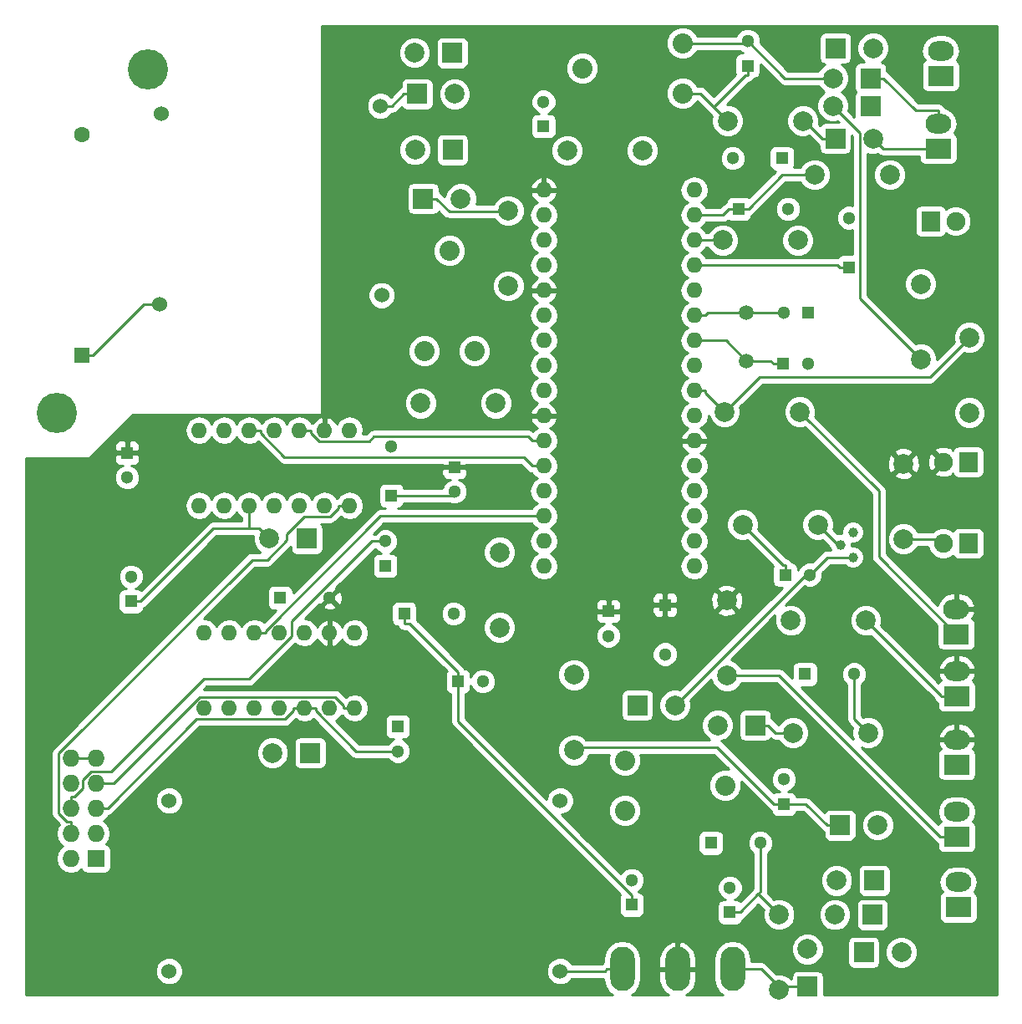
<source format=gbr>
G04 #@! TF.FileFunction,Copper,L1,Top,Signal*
%FSLAX46Y46*%
G04 Gerber Fmt 4.6, Leading zero omitted, Abs format (unit mm)*
G04 Created by KiCad (PCBNEW 4.0.4+e1-6308~48~ubuntu14.04.1-stable) date Sat Oct 15 23:45:54 2016*
%MOMM*%
%LPD*%
G01*
G04 APERTURE LIST*
%ADD10C,0.100000*%
%ADD11R,1.300000X1.300000*%
%ADD12C,1.300000*%
%ADD13C,1.998980*%
%ADD14R,1.998980X1.998980*%
%ADD15R,1.900000X2.000000*%
%ADD16C,1.900000*%
%ADD17R,1.727200X1.727200*%
%ADD18O,1.727200X1.727200*%
%ADD19R,2.600000X2.000000*%
%ADD20O,2.600000X2.000000*%
%ADD21C,4.064000*%
%ADD22O,2.499360X4.500880*%
%ADD23C,1.524000*%
%ADD24O,1.600000X1.600000*%
%ADD25C,2.032000*%
%ADD26C,1.501140*%
%ADD27R,1.600000X1.600000*%
%ADD28C,1.600000*%
%ADD29C,1.000760*%
%ADD30C,0.250000*%
%ADD31C,0.254000*%
G04 APERTURE END LIST*
D10*
D11*
X85610700Y-109880000D03*
D12*
X85610700Y-107380000D03*
D11*
X146291000Y-141376000D03*
D12*
X146291000Y-138876000D03*
D11*
X144361000Y-134341000D03*
D12*
X149361000Y-134341000D03*
D11*
X118745000Y-117983000D03*
D12*
X121245000Y-117983000D03*
D11*
X153886000Y-117259000D03*
D12*
X158886000Y-117259000D03*
D11*
X112649000Y-122555000D03*
D12*
X112649000Y-125055000D03*
D11*
X111379000Y-106299000D03*
D12*
X111379000Y-103799000D03*
D11*
X113284000Y-111125000D03*
D12*
X118284000Y-111125000D03*
X136347000Y-138114000D03*
D11*
X136347000Y-140614000D03*
X133985000Y-110871000D03*
D12*
X133985000Y-113371000D03*
D11*
X118364000Y-96266000D03*
D12*
X118364000Y-98766000D03*
D11*
X100724000Y-109525000D03*
D12*
X105724000Y-109525000D03*
D11*
X111989000Y-99187000D03*
D12*
X111989000Y-94187000D03*
D11*
X85217000Y-94830900D03*
D12*
X85217000Y-97330900D03*
D11*
X139700000Y-110236000D03*
D12*
X139700000Y-115236000D03*
D11*
X147180000Y-70142100D03*
D12*
X152180000Y-70142100D03*
D11*
X151562000Y-64998600D03*
D12*
X146562000Y-64998600D03*
D11*
X151676000Y-85839300D03*
D12*
X154176000Y-85839300D03*
D11*
X154229000Y-80632300D03*
D12*
X151729000Y-80632300D03*
D11*
X158369000Y-76047600D03*
D12*
X158369000Y-71047600D03*
D11*
X151752000Y-130416000D03*
D12*
X151752000Y-127916000D03*
D11*
X127406000Y-61772800D03*
D12*
X127406000Y-59272800D03*
D13*
X99949000Y-125222000D03*
D14*
X103759000Y-125222000D03*
D13*
X99619000Y-103543000D03*
D14*
X103429000Y-103543000D03*
D13*
X154153000Y-145110000D03*
D14*
X154153000Y-148920000D03*
D15*
X170434000Y-95758000D03*
D16*
X167894000Y-95758000D03*
D13*
X163652000Y-145440000D03*
D14*
X159842000Y-145440000D03*
D13*
X156921000Y-141618000D03*
D14*
X160731000Y-141618000D03*
D13*
X157099000Y-138151000D03*
D14*
X160909000Y-138151000D03*
D13*
X161252000Y-132550000D03*
D14*
X157442000Y-132550000D03*
D13*
X119024000Y-69088000D03*
D14*
X115214000Y-69088000D03*
D13*
X114338000Y-54317900D03*
D14*
X118148000Y-54317900D03*
D13*
X114376000Y-64147700D03*
D14*
X118186000Y-64147700D03*
D13*
X118402000Y-58496200D03*
D14*
X114592000Y-58496200D03*
D15*
X170434000Y-104013000D03*
D16*
X167894000Y-104013000D03*
D17*
X82054700Y-135928000D03*
D18*
X79514700Y-135928000D03*
X82054700Y-133388000D03*
X79514700Y-133388000D03*
X82054700Y-130848000D03*
X79514700Y-130848000D03*
X82054700Y-128308000D03*
X79514700Y-128308000D03*
X82054700Y-125768000D03*
X79514700Y-125768000D03*
D19*
X169215000Y-113208000D03*
D20*
X169215000Y-110668000D03*
D19*
X169266000Y-126416000D03*
D20*
X169266000Y-123876000D03*
D19*
X169266000Y-119482000D03*
D20*
X169266000Y-116942000D03*
D19*
X169418000Y-140868000D03*
D20*
X169418000Y-138328000D03*
D21*
X78105000Y-90805000D03*
X87287100Y-56007000D03*
D19*
X169266000Y-133731000D03*
D20*
X169266000Y-131191000D03*
D22*
X140970000Y-147142000D03*
X146558000Y-147142000D03*
X135382000Y-147142000D03*
D13*
X151257000Y-141605000D03*
X151257000Y-149225000D03*
X170548000Y-83146900D03*
X170548000Y-90766900D03*
X145732000Y-90678000D03*
X153352000Y-90678000D03*
X154864000Y-66675000D03*
X162484000Y-66675000D03*
X160045000Y-111811000D03*
X152425000Y-111811000D03*
X153162000Y-73317100D03*
X145542000Y-73317100D03*
X122580000Y-89814400D03*
X114960000Y-89814400D03*
X130480000Y-124943000D03*
X130480000Y-117323000D03*
X137414000Y-64211200D03*
X129794000Y-64211200D03*
X123838000Y-70319900D03*
X123838000Y-77939900D03*
X163868000Y-95935800D03*
X163868000Y-103555800D03*
X145974000Y-109792000D03*
X145974000Y-117412000D03*
D23*
X110871000Y-59690000D03*
X110998000Y-78867000D03*
X88646000Y-60452000D03*
X88519000Y-79756000D03*
D24*
X93027500Y-120701000D03*
X95567500Y-120701000D03*
X98107500Y-120701000D03*
X100647500Y-120701000D03*
X103187500Y-120701000D03*
X105727500Y-120701000D03*
X108267500Y-120701000D03*
X108267500Y-113081000D03*
X105727500Y-113081000D03*
X103187500Y-113081000D03*
X100647500Y-113081000D03*
X98107500Y-113081000D03*
X95567500Y-113081000D03*
X93027500Y-113081000D03*
X92506800Y-100178000D03*
X95046800Y-100178000D03*
X97586800Y-100178000D03*
X100126800Y-100178000D03*
X102666800Y-100178000D03*
X105206800Y-100178000D03*
X107746800Y-100178000D03*
X107746800Y-92558000D03*
X105206800Y-92558000D03*
X102666800Y-92558000D03*
X100126800Y-92558000D03*
X97586800Y-92558000D03*
X95046800Y-92558000D03*
X92506800Y-92558000D03*
X142672000Y-106324000D03*
X142672000Y-103784000D03*
X142672000Y-101244000D03*
X142672000Y-98704000D03*
X142672000Y-96164000D03*
X142672000Y-93624000D03*
X142672000Y-91084000D03*
X142672000Y-88544000D03*
X142672000Y-86004000D03*
X142672000Y-83464000D03*
X142672000Y-80924000D03*
X142672000Y-78384000D03*
X142672000Y-75844000D03*
X142672000Y-73304000D03*
X142672000Y-70764000D03*
X142672000Y-68224000D03*
X127432000Y-68224000D03*
X127432000Y-70764000D03*
X127432000Y-73304000D03*
X127432000Y-75844000D03*
X127432000Y-78384000D03*
X127432000Y-80924000D03*
X127432000Y-83464000D03*
X127432000Y-86004000D03*
X127432000Y-88544000D03*
X127432000Y-91084000D03*
X127432000Y-93624000D03*
X127432000Y-96164000D03*
X127432000Y-98704000D03*
X127432000Y-101244000D03*
X127432000Y-103784000D03*
X127432000Y-106324000D03*
D25*
X115316000Y-84531200D03*
X117856000Y-74371200D03*
X120396000Y-84531200D03*
D26*
X147942000Y-80655160D03*
X147942000Y-85537040D03*
D27*
X80619600Y-84937600D03*
D28*
X80619600Y-62585600D03*
D23*
X129083000Y-147345000D03*
X129083000Y-130073000D03*
X89459000Y-130073000D03*
X89459000Y-147345000D03*
D11*
X151892000Y-107188000D03*
D12*
X154392000Y-107188000D03*
D11*
X148082000Y-55626000D03*
D12*
X148082000Y-53126000D03*
D13*
X140716000Y-120396000D03*
D14*
X136906000Y-120396000D03*
D13*
X145034000Y-122428000D03*
D14*
X148844000Y-122428000D03*
D15*
X166624000Y-71374000D03*
D16*
X169164000Y-71374000D03*
D13*
X160782000Y-62992000D03*
D14*
X156972000Y-62992000D03*
D13*
X156718000Y-59690000D03*
D14*
X160528000Y-59690000D03*
D13*
X156718000Y-56896000D03*
D14*
X160528000Y-56896000D03*
D13*
X160782000Y-53848000D03*
D14*
X156972000Y-53848000D03*
D19*
X167640000Y-56642000D03*
D20*
X167640000Y-54102000D03*
D19*
X167386000Y-64008000D03*
D20*
X167386000Y-61468000D03*
D13*
X122936000Y-112522000D03*
X122936000Y-104902000D03*
X160274000Y-123190000D03*
X152654000Y-123190000D03*
X147574000Y-102108000D03*
X155194000Y-102108000D03*
X165608000Y-85344000D03*
X165608000Y-77724000D03*
X153670000Y-61214000D03*
X146050000Y-61214000D03*
D25*
X135636000Y-125984000D03*
X145796000Y-128524000D03*
X135636000Y-131064000D03*
X141478000Y-58420000D03*
X131318000Y-55880000D03*
X141478000Y-53340000D03*
D29*
X157480000Y-104140000D03*
X158750000Y-102870000D03*
X158750000Y-105410000D03*
D30*
X133604000Y-147345000D02*
X133807000Y-147142000D01*
X129083000Y-147345000D02*
X133604000Y-147345000D01*
X135382000Y-147142000D02*
X133807000Y-147142000D01*
X85610700Y-109880000D02*
X86586000Y-109880000D01*
X97586800Y-102526900D02*
X97586800Y-100178000D01*
X98602900Y-102526900D02*
X97586800Y-102526900D01*
X99619000Y-103543000D02*
X98602900Y-102526900D01*
X93939100Y-102526900D02*
X86586000Y-109880000D01*
X97586800Y-102526900D02*
X93939100Y-102526900D01*
X113837600Y-112100300D02*
X113284000Y-112100300D01*
X118745000Y-117007700D02*
X113837600Y-112100300D01*
X118745000Y-117983000D02*
X118745000Y-117007700D01*
X113284000Y-111125000D02*
X113284000Y-112100300D01*
X118745000Y-122036700D02*
X118745000Y-117983000D01*
X136347000Y-139638700D02*
X118745000Y-122036700D01*
X136347000Y-140614000D02*
X136347000Y-139638700D01*
X146291000Y-141376000D02*
X147266300Y-141376000D01*
X149169400Y-139517400D02*
X151257000Y-141605000D01*
X149361000Y-139325800D02*
X149169400Y-139517400D01*
X149361000Y-134341000D02*
X149361000Y-139325800D01*
X147310800Y-141376000D02*
X147266300Y-141376000D01*
X149169400Y-139517400D02*
X147310800Y-141376000D01*
X158886000Y-121802000D02*
X158886000Y-117259000D01*
X160274000Y-123190000D02*
X158886000Y-121802000D01*
X108385500Y-125055000D02*
X112649000Y-125055000D01*
X104312800Y-120982300D02*
X108385500Y-125055000D01*
X104312800Y-120701000D02*
X104312800Y-120982300D01*
X103187500Y-120701000D02*
X104312800Y-120701000D01*
X102062200Y-120982400D02*
X102062200Y-120701000D01*
X101218300Y-121826300D02*
X102062200Y-120982400D01*
X92265300Y-121826300D02*
X101218300Y-121826300D01*
X83243600Y-130848000D02*
X92265300Y-121826300D01*
X82054700Y-130848000D02*
X83243600Y-130848000D01*
X103187500Y-120701000D02*
X102062200Y-120701000D01*
X79886300Y-129659100D02*
X79514700Y-129659100D01*
X80703600Y-128841800D02*
X79886300Y-129659100D01*
X80703600Y-127955800D02*
X80703600Y-128841800D01*
X81540400Y-127119000D02*
X80703600Y-127955800D01*
X83600100Y-127119000D02*
X81540400Y-127119000D01*
X92957300Y-117761800D02*
X83600100Y-127119000D01*
X97568300Y-117761800D02*
X92957300Y-117761800D01*
X101917500Y-113412600D02*
X97568300Y-117761800D01*
X101917500Y-111897300D02*
X101917500Y-113412600D01*
X110015800Y-103799000D02*
X101917500Y-111897300D01*
X111379000Y-103799000D02*
X110015800Y-103799000D01*
X79514700Y-130848000D02*
X79514700Y-129659100D01*
X117943000Y-99187000D02*
X118364000Y-98766000D01*
X111989000Y-99187000D02*
X117943000Y-99187000D01*
X145582800Y-70764000D02*
X146204700Y-70142100D01*
X142672000Y-70764000D02*
X145582800Y-70764000D01*
X147180000Y-70142100D02*
X146204700Y-70142100D01*
X151622400Y-66675000D02*
X148155300Y-70142100D01*
X154864000Y-66675000D02*
X151622400Y-66675000D01*
X147180000Y-70142100D02*
X148155300Y-70142100D01*
X145528900Y-73304000D02*
X145542000Y-73317100D01*
X142672000Y-73304000D02*
X145528900Y-73304000D01*
X150398400Y-85537000D02*
X150700700Y-85839300D01*
X147942000Y-85537000D02*
X150398400Y-85537000D01*
X151676000Y-85839300D02*
X150700700Y-85839300D01*
X145869000Y-83464000D02*
X147942000Y-85537000D01*
X142672000Y-83464000D02*
X145869000Y-83464000D01*
X151706100Y-80655200D02*
X147942000Y-80655200D01*
X151729000Y-80632300D02*
X151706100Y-80655200D01*
X144066100Y-80655200D02*
X143797300Y-80924000D01*
X147942000Y-80655200D02*
X144066100Y-80655200D01*
X142672000Y-80924000D02*
X143797300Y-80924000D01*
X157190100Y-75844000D02*
X157393700Y-76047600D01*
X142672000Y-75844000D02*
X157190100Y-75844000D01*
X158369000Y-76047600D02*
X157393700Y-76047600D01*
X153983200Y-130416000D02*
X156117200Y-132550000D01*
X151752000Y-130416000D02*
X153983200Y-130416000D01*
X157442000Y-132550000D02*
X156117200Y-132550000D01*
X144993700Y-124633000D02*
X150776700Y-130416000D01*
X130790000Y-124633000D02*
X144993700Y-124633000D01*
X130480000Y-124943000D02*
X130790000Y-124633000D01*
X151752000Y-130416000D02*
X150776700Y-130416000D01*
X86926500Y-79756000D02*
X81744900Y-84937600D01*
X88519000Y-79756000D02*
X86926500Y-79756000D01*
X80619600Y-84937600D02*
X81744900Y-84937600D01*
X154153000Y-148920000D02*
X152828200Y-148920000D01*
X151257000Y-148920000D02*
X152828200Y-148920000D01*
X149479000Y-147142000D02*
X151257000Y-148920000D01*
X146558000Y-147142000D02*
X149479000Y-147142000D01*
X151257000Y-148920000D02*
X151257000Y-149225000D01*
X117863600Y-70412800D02*
X116538800Y-69088000D01*
X123745100Y-70412800D02*
X117863600Y-70412800D01*
X123838000Y-70319900D02*
X123745100Y-70412800D01*
X115214000Y-69088000D02*
X116538800Y-69088000D01*
X112073400Y-59690000D02*
X113267200Y-58496200D01*
X110871000Y-59690000D02*
X112073400Y-59690000D01*
X114592000Y-58496200D02*
X113267200Y-58496200D01*
X167436800Y-103555800D02*
X167894000Y-104013000D01*
X163868000Y-103555800D02*
X167436800Y-103555800D01*
X106621500Y-100459400D02*
X106621500Y-100178000D01*
X105777600Y-101303300D02*
X106621500Y-100459400D01*
X103174700Y-101303300D02*
X105777600Y-101303300D01*
X101401200Y-103076800D02*
X103174700Y-101303300D01*
X101401200Y-103675100D02*
X101401200Y-103076800D01*
X99410500Y-105665800D02*
X101401200Y-103675100D01*
X97877000Y-105665800D02*
X99410500Y-105665800D01*
X78285800Y-125257000D02*
X97877000Y-105665800D01*
X78285800Y-131341700D02*
X78285800Y-125257000D01*
X79143200Y-132199100D02*
X78285800Y-131341700D01*
X79514700Y-132199100D02*
X79143200Y-132199100D01*
X79514700Y-133388000D02*
X79514700Y-132199100D01*
X107746800Y-100178000D02*
X106621500Y-100178000D01*
X83812300Y-128308000D02*
X82054700Y-128308000D01*
X92554600Y-119565700D02*
X83812300Y-128308000D01*
X106288200Y-119565700D02*
X92554600Y-119565700D01*
X107142200Y-120419700D02*
X106288200Y-119565700D01*
X107142200Y-120701000D02*
X107142200Y-120419700D01*
X108267500Y-120701000D02*
X107142200Y-120701000D01*
X79514700Y-125768000D02*
X82054700Y-125768000D01*
X161369900Y-105362900D02*
X169215000Y-113208000D01*
X161369900Y-98695900D02*
X161369900Y-105362900D01*
X153352000Y-90678000D02*
X161369900Y-98695900D01*
X167596900Y-133731000D02*
X169266000Y-133731000D01*
X151277900Y-117412000D02*
X167596900Y-133731000D01*
X145974000Y-117412000D02*
X151277900Y-117412000D01*
X142672000Y-88544000D02*
X143797300Y-88544000D01*
X143797300Y-88743300D02*
X145732000Y-90678000D01*
X143797300Y-88544000D02*
X143797300Y-88743300D01*
X149280600Y-87129400D02*
X145732000Y-90678000D01*
X166565500Y-87129400D02*
X149280600Y-87129400D01*
X170548000Y-83146900D02*
X166565500Y-87129400D01*
X99232800Y-112904100D02*
X99232800Y-113081000D01*
X110892900Y-101244000D02*
X99232800Y-112904100D01*
X127432000Y-101244000D02*
X110892900Y-101244000D01*
X98107500Y-113081000D02*
X99232800Y-113081000D01*
X103792100Y-92839400D02*
X103792100Y-92558000D01*
X104636000Y-93683300D02*
X103792100Y-92839400D01*
X109731700Y-93683300D02*
X104636000Y-93683300D01*
X110218800Y-93196200D02*
X109731700Y-93683300D01*
X125878900Y-93196200D02*
X110218800Y-93196200D01*
X126306700Y-93624000D02*
X125878900Y-93196200D01*
X127432000Y-93624000D02*
X126306700Y-93624000D01*
X102666800Y-92558000D02*
X103792100Y-92558000D01*
X98712100Y-92839300D02*
X98712100Y-92558000D01*
X101163500Y-95290700D02*
X98712100Y-92839300D01*
X125433400Y-95290700D02*
X101163500Y-95290700D01*
X126306700Y-96164000D02*
X125433400Y-95290700D01*
X127432000Y-96164000D02*
X126306700Y-96164000D01*
X97586800Y-92558000D02*
X98712100Y-92558000D01*
X151678700Y-106212700D02*
X151892000Y-106212700D01*
X147574000Y-102108000D02*
X151678700Y-106212700D01*
X151892000Y-107188000D02*
X151892000Y-106212700D01*
X147868000Y-53340000D02*
X148082000Y-53126000D01*
X141478000Y-53340000D02*
X147868000Y-53340000D01*
X151852000Y-56896000D02*
X148082000Y-53126000D01*
X156718000Y-56896000D02*
X151852000Y-56896000D01*
X156170000Y-105410000D02*
X154392000Y-107188000D01*
X158750000Y-105410000D02*
X156170000Y-105410000D01*
X153924000Y-107188000D02*
X140716000Y-120396000D01*
X154392000Y-107188000D02*
X153924000Y-107188000D01*
X167640700Y-119406700D02*
X167640700Y-119482000D01*
X160045000Y-111811000D02*
X167640700Y-119406700D01*
X169266000Y-119482000D02*
X167640700Y-119482000D01*
X159457100Y-62429100D02*
X156718000Y-59690000D01*
X159457100Y-79193100D02*
X159457100Y-62429100D01*
X165608000Y-85344000D02*
X159457100Y-79193100D01*
X143256000Y-58420000D02*
X144653000Y-59817000D01*
X141478000Y-58420000D02*
X143256000Y-58420000D01*
X144653000Y-59817000D02*
X146050000Y-61214000D01*
X147868700Y-56601300D02*
X148082000Y-56601300D01*
X144653000Y-59817000D02*
X147868700Y-56601300D01*
X148082000Y-55626000D02*
X148082000Y-56601300D01*
X150930800Y-123190000D02*
X150168800Y-122428000D01*
X152654000Y-123190000D02*
X150930800Y-123190000D01*
X148844000Y-122428000D02*
X150168800Y-122428000D01*
X161798000Y-64008000D02*
X160782000Y-62992000D01*
X167386000Y-64008000D02*
X161798000Y-64008000D01*
X153869200Y-61214000D02*
X155647200Y-62992000D01*
X153670000Y-61214000D02*
X153869200Y-61214000D01*
X156972000Y-62992000D02*
X155647200Y-62992000D01*
X165099500Y-60142700D02*
X161852800Y-56896000D01*
X167386000Y-60142700D02*
X165099500Y-60142700D01*
X167386000Y-61468000D02*
X167386000Y-60142700D01*
X160528000Y-56896000D02*
X161852800Y-56896000D01*
X157226000Y-104140000D02*
X155194000Y-102108000D01*
X157480000Y-104140000D02*
X157226000Y-104140000D01*
D31*
G36*
X173319440Y-149758400D02*
X155799930Y-149758400D01*
X155799930Y-147920510D01*
X155755652Y-147685193D01*
X155616580Y-147469069D01*
X155404380Y-147324079D01*
X155152490Y-147273070D01*
X153153510Y-147273070D01*
X152918193Y-147317348D01*
X152702069Y-147456420D01*
X152557079Y-147668620D01*
X152506070Y-147920510D01*
X152506070Y-148160000D01*
X152503362Y-148160000D01*
X152184073Y-147840154D01*
X151583547Y-147590794D01*
X151002088Y-147590286D01*
X150016401Y-146604599D01*
X149769839Y-146439852D01*
X149479000Y-146382000D01*
X148442680Y-146382000D01*
X148442680Y-146084711D01*
X148313185Y-145433694D01*
X152518226Y-145433694D01*
X152766538Y-146034655D01*
X153225927Y-146494846D01*
X153826453Y-146744206D01*
X154476694Y-146744774D01*
X155077655Y-146496462D01*
X155537846Y-146037073D01*
X155787206Y-145436547D01*
X155787774Y-144786306D01*
X155644895Y-144440510D01*
X158195070Y-144440510D01*
X158195070Y-146439490D01*
X158239348Y-146674807D01*
X158378420Y-146890931D01*
X158590620Y-147035921D01*
X158842510Y-147086930D01*
X160841490Y-147086930D01*
X161076807Y-147042652D01*
X161292931Y-146903580D01*
X161437921Y-146691380D01*
X161488930Y-146439490D01*
X161488930Y-145763694D01*
X162017226Y-145763694D01*
X162265538Y-146364655D01*
X162724927Y-146824846D01*
X163325453Y-147074206D01*
X163975694Y-147074774D01*
X164576655Y-146826462D01*
X165036846Y-146367073D01*
X165286206Y-145766547D01*
X165286774Y-145116306D01*
X165038462Y-144515345D01*
X164579073Y-144055154D01*
X163978547Y-143805794D01*
X163328306Y-143805226D01*
X162727345Y-144053538D01*
X162267154Y-144512927D01*
X162017794Y-145113453D01*
X162017226Y-145763694D01*
X161488930Y-145763694D01*
X161488930Y-144440510D01*
X161444652Y-144205193D01*
X161305580Y-143989069D01*
X161093380Y-143844079D01*
X160841490Y-143793070D01*
X158842510Y-143793070D01*
X158607193Y-143837348D01*
X158391069Y-143976420D01*
X158246079Y-144188620D01*
X158195070Y-144440510D01*
X155644895Y-144440510D01*
X155539462Y-144185345D01*
X155080073Y-143725154D01*
X154479547Y-143475794D01*
X153829306Y-143475226D01*
X153228345Y-143723538D01*
X152768154Y-144182927D01*
X152518794Y-144783453D01*
X152518226Y-145433694D01*
X148313185Y-145433694D01*
X148299217Y-145363475D01*
X147890670Y-144752041D01*
X147279236Y-144343494D01*
X146558000Y-144200031D01*
X145836764Y-144343494D01*
X145225330Y-144752041D01*
X144816783Y-145363475D01*
X144673320Y-146084711D01*
X144673320Y-148199289D01*
X144816783Y-148920525D01*
X145225330Y-149531959D01*
X145564223Y-149758400D01*
X141876870Y-149758400D01*
X142212867Y-149565233D01*
X142662616Y-148981329D01*
X142854680Y-148269760D01*
X142854680Y-147269000D01*
X141097000Y-147269000D01*
X141097000Y-147289000D01*
X140843000Y-147289000D01*
X140843000Y-147269000D01*
X139085320Y-147269000D01*
X139085320Y-148269760D01*
X139277384Y-148981329D01*
X139727133Y-149565233D01*
X140063130Y-149758400D01*
X136375777Y-149758400D01*
X136714670Y-149531959D01*
X137123217Y-148920525D01*
X137266680Y-148199289D01*
X137266680Y-146084711D01*
X137252663Y-146014240D01*
X139085320Y-146014240D01*
X139085320Y-147015000D01*
X140843000Y-147015000D01*
X140843000Y-144419989D01*
X141097000Y-144419989D01*
X141097000Y-147015000D01*
X142854680Y-147015000D01*
X142854680Y-146014240D01*
X142662616Y-145302671D01*
X142212867Y-144718767D01*
X141573903Y-144351422D01*
X141389595Y-144303862D01*
X141097000Y-144419989D01*
X140843000Y-144419989D01*
X140550405Y-144303862D01*
X140366097Y-144351422D01*
X139727133Y-144718767D01*
X139277384Y-145302671D01*
X139085320Y-146014240D01*
X137252663Y-146014240D01*
X137123217Y-145363475D01*
X136714670Y-144752041D01*
X136103236Y-144343494D01*
X135382000Y-144200031D01*
X134660764Y-144343494D01*
X134049330Y-144752041D01*
X133640783Y-145363475D01*
X133497320Y-146084711D01*
X133497320Y-146452441D01*
X133298931Y-146585000D01*
X130280531Y-146585000D01*
X130268010Y-146554697D01*
X129875370Y-146161371D01*
X129362100Y-145948243D01*
X128806339Y-145947758D01*
X128292697Y-146159990D01*
X127899371Y-146552630D01*
X127686243Y-147065900D01*
X127685758Y-147621661D01*
X127897990Y-148135303D01*
X128290630Y-148528629D01*
X128803900Y-148741757D01*
X129359661Y-148742242D01*
X129873303Y-148530010D01*
X130266629Y-148137370D01*
X130280070Y-148105000D01*
X133497320Y-148105000D01*
X133497320Y-148199289D01*
X133640783Y-148920525D01*
X134049330Y-149531959D01*
X134388223Y-149758400D01*
X74928800Y-149758400D01*
X74928800Y-147621661D01*
X88061758Y-147621661D01*
X88273990Y-148135303D01*
X88666630Y-148528629D01*
X89179900Y-148741757D01*
X89735661Y-148742242D01*
X90249303Y-148530010D01*
X90642629Y-148137370D01*
X90855757Y-147624100D01*
X90856242Y-147068339D01*
X90644010Y-146554697D01*
X90251370Y-146161371D01*
X89738100Y-145948243D01*
X89182339Y-145947758D01*
X88668697Y-146159990D01*
X88275371Y-146552630D01*
X88062243Y-147065900D01*
X88061758Y-147621661D01*
X74928800Y-147621661D01*
X74928800Y-125257000D01*
X77525800Y-125257000D01*
X77525800Y-131341700D01*
X77583652Y-131632539D01*
X77748399Y-131879101D01*
X78340170Y-132470872D01*
X78130174Y-132785152D01*
X78016100Y-133358641D01*
X78016100Y-133417359D01*
X78130174Y-133990848D01*
X78455030Y-134477029D01*
X78725872Y-134658000D01*
X78455030Y-134838971D01*
X78130174Y-135325152D01*
X78016100Y-135898641D01*
X78016100Y-135957359D01*
X78130174Y-136530848D01*
X78455030Y-137017029D01*
X78941211Y-137341885D01*
X79514700Y-137455959D01*
X80088189Y-137341885D01*
X80574370Y-137017029D01*
X80583505Y-137003358D01*
X80587938Y-137026917D01*
X80727010Y-137243041D01*
X80939210Y-137388031D01*
X81191100Y-137439040D01*
X82918300Y-137439040D01*
X83153617Y-137394762D01*
X83369741Y-137255690D01*
X83514731Y-137043490D01*
X83565740Y-136791600D01*
X83565740Y-135064400D01*
X83521462Y-134829083D01*
X83382390Y-134612959D01*
X83170190Y-134467969D01*
X83126355Y-134459092D01*
X83439226Y-133990848D01*
X83553300Y-133417359D01*
X83553300Y-133358641D01*
X83439226Y-132785152D01*
X83114370Y-132298971D01*
X82843528Y-132118000D01*
X83114370Y-131937029D01*
X83348111Y-131587211D01*
X83534439Y-131550148D01*
X83781001Y-131385401D01*
X84816741Y-130349661D01*
X88061758Y-130349661D01*
X88273990Y-130863303D01*
X88666630Y-131256629D01*
X89179900Y-131469757D01*
X89735661Y-131470242D01*
X90249303Y-131258010D01*
X90642629Y-130865370D01*
X90855757Y-130352100D01*
X90856242Y-129796339D01*
X90644010Y-129282697D01*
X90251370Y-128889371D01*
X89738100Y-128676243D01*
X89182339Y-128675758D01*
X88668697Y-128887990D01*
X88275371Y-129280630D01*
X88062243Y-129793900D01*
X88061758Y-130349661D01*
X84816741Y-130349661D01*
X89620708Y-125545694D01*
X98314226Y-125545694D01*
X98562538Y-126146655D01*
X99021927Y-126606846D01*
X99622453Y-126856206D01*
X100272694Y-126856774D01*
X100873655Y-126608462D01*
X101333846Y-126149073D01*
X101583206Y-125548547D01*
X101583774Y-124898306D01*
X101335462Y-124297345D01*
X101260758Y-124222510D01*
X102112070Y-124222510D01*
X102112070Y-126221490D01*
X102156348Y-126456807D01*
X102295420Y-126672931D01*
X102507620Y-126817921D01*
X102759510Y-126868930D01*
X104758490Y-126868930D01*
X104993807Y-126824652D01*
X105209931Y-126685580D01*
X105354921Y-126473380D01*
X105405930Y-126221490D01*
X105405930Y-124222510D01*
X105361652Y-123987193D01*
X105222580Y-123771069D01*
X105010380Y-123626079D01*
X104758490Y-123575070D01*
X102759510Y-123575070D01*
X102524193Y-123619348D01*
X102308069Y-123758420D01*
X102163079Y-123970620D01*
X102112070Y-124222510D01*
X101260758Y-124222510D01*
X100876073Y-123837154D01*
X100275547Y-123587794D01*
X99625306Y-123587226D01*
X99024345Y-123835538D01*
X98564154Y-124294927D01*
X98314794Y-124895453D01*
X98314226Y-125545694D01*
X89620708Y-125545694D01*
X92580103Y-122586300D01*
X101218300Y-122586300D01*
X101509139Y-122528448D01*
X101755701Y-122363701D01*
X102294365Y-121825037D01*
X102638349Y-122054880D01*
X103187500Y-122164113D01*
X103736651Y-122054880D01*
X104080695Y-121824997D01*
X107848099Y-125592401D01*
X108094661Y-125757148D01*
X108385500Y-125815000D01*
X111591994Y-125815000D01*
X111920155Y-126143735D01*
X112392276Y-126339777D01*
X112903481Y-126340223D01*
X113375943Y-126145005D01*
X113737735Y-125783845D01*
X113933777Y-125311724D01*
X113934223Y-124800519D01*
X113739005Y-124328057D01*
X113377845Y-123966265D01*
X113103724Y-123852440D01*
X113299000Y-123852440D01*
X113534317Y-123808162D01*
X113750441Y-123669090D01*
X113895431Y-123456890D01*
X113946440Y-123205000D01*
X113946440Y-121905000D01*
X113902162Y-121669683D01*
X113763090Y-121453559D01*
X113550890Y-121308569D01*
X113299000Y-121257560D01*
X111999000Y-121257560D01*
X111763683Y-121301838D01*
X111547559Y-121440910D01*
X111402569Y-121653110D01*
X111351560Y-121905000D01*
X111351560Y-123205000D01*
X111395838Y-123440317D01*
X111534910Y-123656441D01*
X111747110Y-123801431D01*
X111999000Y-123852440D01*
X112194460Y-123852440D01*
X111922057Y-123964995D01*
X111591475Y-124295000D01*
X108700302Y-124295000D01*
X106386670Y-121981368D01*
X106742198Y-121743811D01*
X106955924Y-121423947D01*
X107051821Y-121443022D01*
X107252802Y-121743811D01*
X107718349Y-122054880D01*
X108267500Y-122164113D01*
X108816651Y-122054880D01*
X109282198Y-121743811D01*
X109593267Y-121278264D01*
X109702500Y-120729113D01*
X109702500Y-120672887D01*
X109593267Y-120123736D01*
X109282198Y-119658189D01*
X108816651Y-119347120D01*
X108267500Y-119237887D01*
X107718349Y-119347120D01*
X107374305Y-119577003D01*
X106825601Y-119028299D01*
X106579039Y-118863552D01*
X106288200Y-118805700D01*
X92988202Y-118805700D01*
X93272102Y-118521800D01*
X97568300Y-118521800D01*
X97859139Y-118463948D01*
X98105701Y-118299201D01*
X102237716Y-114167186D01*
X102638349Y-114434880D01*
X103187500Y-114544113D01*
X103736651Y-114434880D01*
X104202198Y-114123811D01*
X104472486Y-113719297D01*
X104575111Y-113936134D01*
X104990077Y-114312041D01*
X105378461Y-114472904D01*
X105600500Y-114350915D01*
X105600500Y-113208000D01*
X105580500Y-113208000D01*
X105580500Y-112954000D01*
X105600500Y-112954000D01*
X105600500Y-111811085D01*
X105854500Y-111811085D01*
X105854500Y-112954000D01*
X105874500Y-112954000D01*
X105874500Y-113208000D01*
X105854500Y-113208000D01*
X105854500Y-114350915D01*
X106076539Y-114472904D01*
X106464923Y-114312041D01*
X106879889Y-113936134D01*
X106982514Y-113719297D01*
X107252802Y-114123811D01*
X107718349Y-114434880D01*
X108267500Y-114544113D01*
X108816651Y-114434880D01*
X109282198Y-114123811D01*
X109593267Y-113658264D01*
X109702500Y-113109113D01*
X109702500Y-113052887D01*
X109593267Y-112503736D01*
X109282198Y-112038189D01*
X108816651Y-111727120D01*
X108267500Y-111617887D01*
X107718349Y-111727120D01*
X107252802Y-112038189D01*
X106982514Y-112442703D01*
X106879889Y-112225866D01*
X106464923Y-111849959D01*
X106076539Y-111689096D01*
X105854500Y-111811085D01*
X105600500Y-111811085D01*
X105378461Y-111689096D01*
X104990077Y-111849959D01*
X104575111Y-112225866D01*
X104472486Y-112442703D01*
X104202198Y-112038189D01*
X103736651Y-111727120D01*
X103257743Y-111631859D01*
X104465586Y-110424016D01*
X105004590Y-110424016D01*
X105060271Y-110654611D01*
X105543078Y-110822622D01*
X106053428Y-110793083D01*
X106387729Y-110654611D01*
X106431099Y-110475000D01*
X111986560Y-110475000D01*
X111986560Y-111775000D01*
X112030838Y-112010317D01*
X112169910Y-112226441D01*
X112382110Y-112371431D01*
X112597879Y-112415125D01*
X112746599Y-112637701D01*
X112993161Y-112802448D01*
X113284000Y-112860300D01*
X113522798Y-112860300D01*
X117598035Y-116935537D01*
X117498569Y-117081110D01*
X117447560Y-117333000D01*
X117447560Y-118633000D01*
X117491838Y-118868317D01*
X117630910Y-119084441D01*
X117843110Y-119229431D01*
X117985000Y-119258164D01*
X117985000Y-122036700D01*
X118042852Y-122327539D01*
X118207599Y-122574101D01*
X135200035Y-139566537D01*
X135100569Y-139712110D01*
X135049560Y-139964000D01*
X135049560Y-141264000D01*
X135093838Y-141499317D01*
X135232910Y-141715441D01*
X135445110Y-141860431D01*
X135697000Y-141911440D01*
X136997000Y-141911440D01*
X137232317Y-141867162D01*
X137448441Y-141728090D01*
X137593431Y-141515890D01*
X137644440Y-141264000D01*
X137644440Y-140726000D01*
X144993560Y-140726000D01*
X144993560Y-142026000D01*
X145037838Y-142261317D01*
X145176910Y-142477441D01*
X145389110Y-142622431D01*
X145641000Y-142673440D01*
X146941000Y-142673440D01*
X147176317Y-142629162D01*
X147392441Y-142490090D01*
X147537431Y-142277890D01*
X147576883Y-142083072D01*
X147601639Y-142078148D01*
X147848201Y-141913401D01*
X149169400Y-140592202D01*
X149691115Y-141113917D01*
X149622794Y-141278453D01*
X149622226Y-141928694D01*
X149870538Y-142529655D01*
X150329927Y-142989846D01*
X150930453Y-143239206D01*
X151580694Y-143239774D01*
X152181655Y-142991462D01*
X152641846Y-142532073D01*
X152886992Y-141941694D01*
X155286226Y-141941694D01*
X155534538Y-142542655D01*
X155993927Y-143002846D01*
X156594453Y-143252206D01*
X157244694Y-143252774D01*
X157845655Y-143004462D01*
X158305846Y-142545073D01*
X158555206Y-141944547D01*
X158555774Y-141294306D01*
X158307462Y-140693345D01*
X158232758Y-140618510D01*
X159084070Y-140618510D01*
X159084070Y-142617490D01*
X159128348Y-142852807D01*
X159267420Y-143068931D01*
X159479620Y-143213921D01*
X159731510Y-143264930D01*
X161730490Y-143264930D01*
X161965807Y-143220652D01*
X162181931Y-143081580D01*
X162326921Y-142869380D01*
X162377930Y-142617490D01*
X162377930Y-140618510D01*
X162333652Y-140383193D01*
X162194580Y-140167069D01*
X161982380Y-140022079D01*
X161730490Y-139971070D01*
X159731510Y-139971070D01*
X159496193Y-140015348D01*
X159280069Y-140154420D01*
X159135079Y-140366620D01*
X159084070Y-140618510D01*
X158232758Y-140618510D01*
X157848073Y-140233154D01*
X157247547Y-139983794D01*
X156597306Y-139983226D01*
X155996345Y-140231538D01*
X155536154Y-140690927D01*
X155286794Y-141291453D01*
X155286226Y-141941694D01*
X152886992Y-141941694D01*
X152891206Y-141931547D01*
X152891774Y-141281306D01*
X152643462Y-140680345D01*
X152184073Y-140220154D01*
X151583547Y-139970794D01*
X150933306Y-139970226D01*
X150766111Y-140039309D01*
X150109652Y-139382850D01*
X150121000Y-139325800D01*
X150121000Y-138474694D01*
X155464226Y-138474694D01*
X155712538Y-139075655D01*
X156171927Y-139535846D01*
X156772453Y-139785206D01*
X157422694Y-139785774D01*
X158023655Y-139537462D01*
X158483846Y-139078073D01*
X158733206Y-138477547D01*
X158733774Y-137827306D01*
X158485462Y-137226345D01*
X158410758Y-137151510D01*
X159262070Y-137151510D01*
X159262070Y-139150490D01*
X159306348Y-139385807D01*
X159445420Y-139601931D01*
X159657620Y-139746921D01*
X159909510Y-139797930D01*
X161908490Y-139797930D01*
X162143807Y-139753652D01*
X162359931Y-139614580D01*
X162504921Y-139402380D01*
X162555930Y-139150490D01*
X162555930Y-138328000D01*
X167445091Y-138328000D01*
X167569548Y-138953687D01*
X167809093Y-139312192D01*
X167666559Y-139403910D01*
X167521569Y-139616110D01*
X167470560Y-139868000D01*
X167470560Y-141868000D01*
X167514838Y-142103317D01*
X167653910Y-142319441D01*
X167866110Y-142464431D01*
X168118000Y-142515440D01*
X170718000Y-142515440D01*
X170953317Y-142471162D01*
X171169441Y-142332090D01*
X171314431Y-142119890D01*
X171365440Y-141868000D01*
X171365440Y-139868000D01*
X171321162Y-139632683D01*
X171182090Y-139416559D01*
X171027671Y-139311049D01*
X171266452Y-138953687D01*
X171390909Y-138328000D01*
X171266452Y-137702313D01*
X170912029Y-137171880D01*
X170381596Y-136817457D01*
X169755909Y-136693000D01*
X169080091Y-136693000D01*
X168454404Y-136817457D01*
X167923971Y-137171880D01*
X167569548Y-137702313D01*
X167445091Y-138328000D01*
X162555930Y-138328000D01*
X162555930Y-137151510D01*
X162511652Y-136916193D01*
X162372580Y-136700069D01*
X162160380Y-136555079D01*
X161908490Y-136504070D01*
X159909510Y-136504070D01*
X159674193Y-136548348D01*
X159458069Y-136687420D01*
X159313079Y-136899620D01*
X159262070Y-137151510D01*
X158410758Y-137151510D01*
X158026073Y-136766154D01*
X157425547Y-136516794D01*
X156775306Y-136516226D01*
X156174345Y-136764538D01*
X155714154Y-137223927D01*
X155464794Y-137824453D01*
X155464226Y-138474694D01*
X150121000Y-138474694D01*
X150121000Y-135398006D01*
X150449735Y-135069845D01*
X150645777Y-134597724D01*
X150646223Y-134086519D01*
X150451005Y-133614057D01*
X150089845Y-133252265D01*
X149617724Y-133056223D01*
X149106519Y-133055777D01*
X148634057Y-133250995D01*
X148272265Y-133612155D01*
X148076223Y-134084276D01*
X148075777Y-134595481D01*
X148270995Y-135067943D01*
X148601000Y-135398525D01*
X148601000Y-139010998D01*
X147364900Y-140247098D01*
X147192890Y-140129569D01*
X146941000Y-140078560D01*
X146745540Y-140078560D01*
X147017943Y-139966005D01*
X147379735Y-139604845D01*
X147575777Y-139132724D01*
X147576223Y-138621519D01*
X147381005Y-138149057D01*
X147019845Y-137787265D01*
X146547724Y-137591223D01*
X146036519Y-137590777D01*
X145564057Y-137785995D01*
X145202265Y-138147155D01*
X145006223Y-138619276D01*
X145005777Y-139130481D01*
X145200995Y-139602943D01*
X145562155Y-139964735D01*
X145836276Y-140078560D01*
X145641000Y-140078560D01*
X145405683Y-140122838D01*
X145189559Y-140261910D01*
X145044569Y-140474110D01*
X144993560Y-140726000D01*
X137644440Y-140726000D01*
X137644440Y-139964000D01*
X137600162Y-139728683D01*
X137461090Y-139512559D01*
X137248890Y-139367569D01*
X137033121Y-139323875D01*
X136979187Y-139243157D01*
X137073943Y-139204005D01*
X137435735Y-138842845D01*
X137631777Y-138370724D01*
X137632223Y-137859519D01*
X137437005Y-137387057D01*
X137075845Y-137025265D01*
X136603724Y-136829223D01*
X136092519Y-136828777D01*
X135620057Y-137023995D01*
X135258265Y-137385155D01*
X135231856Y-137448754D01*
X131474102Y-133691000D01*
X143063560Y-133691000D01*
X143063560Y-134991000D01*
X143107838Y-135226317D01*
X143246910Y-135442441D01*
X143459110Y-135587431D01*
X143711000Y-135638440D01*
X145011000Y-135638440D01*
X145246317Y-135594162D01*
X145462441Y-135455090D01*
X145607431Y-135242890D01*
X145658440Y-134991000D01*
X145658440Y-133691000D01*
X145614162Y-133455683D01*
X145475090Y-133239559D01*
X145262890Y-133094569D01*
X145011000Y-133043560D01*
X143711000Y-133043560D01*
X143475683Y-133087838D01*
X143259559Y-133226910D01*
X143114569Y-133439110D01*
X143063560Y-133691000D01*
X131474102Y-133691000D01*
X129253251Y-131470149D01*
X129359661Y-131470242D01*
X129551531Y-131390963D01*
X133984714Y-131390963D01*
X134235534Y-131997995D01*
X134699563Y-132462834D01*
X135306155Y-132714713D01*
X135962963Y-132715286D01*
X136569995Y-132464466D01*
X137034834Y-132000437D01*
X137286713Y-131393845D01*
X137287286Y-130737037D01*
X137036466Y-130130005D01*
X136572437Y-129665166D01*
X135965845Y-129413287D01*
X135309037Y-129412714D01*
X134702005Y-129663534D01*
X134237166Y-130127563D01*
X133985287Y-130734155D01*
X133984714Y-131390963D01*
X129551531Y-131390963D01*
X129873303Y-131258010D01*
X130266629Y-130865370D01*
X130479757Y-130352100D01*
X130480242Y-129796339D01*
X130268010Y-129282697D01*
X129875370Y-128889371D01*
X129362100Y-128676243D01*
X128806339Y-128675758D01*
X128292697Y-128887990D01*
X127899371Y-129280630D01*
X127686243Y-129793900D01*
X127686148Y-129903046D01*
X123049796Y-125266694D01*
X128845226Y-125266694D01*
X129093538Y-125867655D01*
X129552927Y-126327846D01*
X130153453Y-126577206D01*
X130803694Y-126577774D01*
X131404655Y-126329462D01*
X131864846Y-125870073D01*
X132062944Y-125393000D01*
X134093728Y-125393000D01*
X133985287Y-125654155D01*
X133984714Y-126310963D01*
X134235534Y-126917995D01*
X134699563Y-127382834D01*
X135306155Y-127634713D01*
X135962963Y-127635286D01*
X136569995Y-127384466D01*
X137034834Y-126920437D01*
X137286713Y-126313845D01*
X137287286Y-125657037D01*
X137178188Y-125393000D01*
X144678898Y-125393000D01*
X146182859Y-126896961D01*
X146125845Y-126873287D01*
X145469037Y-126872714D01*
X144862005Y-127123534D01*
X144397166Y-127587563D01*
X144145287Y-128194155D01*
X144144714Y-128850963D01*
X144395534Y-129457995D01*
X144859563Y-129922834D01*
X145466155Y-130174713D01*
X146122963Y-130175286D01*
X146729995Y-129924466D01*
X147194834Y-129460437D01*
X147446713Y-128853845D01*
X147447286Y-128197037D01*
X147422184Y-128136286D01*
X150239299Y-130953401D01*
X150461282Y-131101725D01*
X150498838Y-131301317D01*
X150637910Y-131517441D01*
X150850110Y-131662431D01*
X151102000Y-131713440D01*
X152402000Y-131713440D01*
X152637317Y-131669162D01*
X152853441Y-131530090D01*
X152998431Y-131317890D01*
X153027164Y-131176000D01*
X153668398Y-131176000D01*
X155579799Y-133087401D01*
X155795070Y-133231240D01*
X155795070Y-133549490D01*
X155839348Y-133784807D01*
X155978420Y-134000931D01*
X156190620Y-134145921D01*
X156442510Y-134196930D01*
X158441490Y-134196930D01*
X158676807Y-134152652D01*
X158892931Y-134013580D01*
X159037921Y-133801380D01*
X159088930Y-133549490D01*
X159088930Y-132873694D01*
X159617226Y-132873694D01*
X159865538Y-133474655D01*
X160324927Y-133934846D01*
X160925453Y-134184206D01*
X161575694Y-134184774D01*
X162176655Y-133936462D01*
X162636846Y-133477073D01*
X162886206Y-132876547D01*
X162886774Y-132226306D01*
X162638462Y-131625345D01*
X162179073Y-131165154D01*
X161578547Y-130915794D01*
X160928306Y-130915226D01*
X160327345Y-131163538D01*
X159867154Y-131622927D01*
X159617794Y-132223453D01*
X159617226Y-132873694D01*
X159088930Y-132873694D01*
X159088930Y-131550510D01*
X159044652Y-131315193D01*
X158905580Y-131099069D01*
X158693380Y-130954079D01*
X158441490Y-130903070D01*
X156442510Y-130903070D01*
X156207193Y-130947348D01*
X155991069Y-131086420D01*
X155884456Y-131242454D01*
X154520601Y-129878599D01*
X154274039Y-129713852D01*
X153983200Y-129656000D01*
X153028742Y-129656000D01*
X153005162Y-129530683D01*
X152866090Y-129314559D01*
X152653890Y-129169569D01*
X152402000Y-129118560D01*
X152206540Y-129118560D01*
X152478943Y-129006005D01*
X152840735Y-128644845D01*
X153036777Y-128172724D01*
X153037223Y-127661519D01*
X152842005Y-127189057D01*
X152480845Y-126827265D01*
X152008724Y-126631223D01*
X151497519Y-126630777D01*
X151025057Y-126825995D01*
X150663265Y-127187155D01*
X150467223Y-127659276D01*
X150466777Y-128170481D01*
X150661995Y-128642943D01*
X151023155Y-129004735D01*
X151297276Y-129118560D01*
X151102000Y-129118560D01*
X150866683Y-129162838D01*
X150703406Y-129267904D01*
X145531101Y-124095599D01*
X145434487Y-124031044D01*
X145958655Y-123814462D01*
X146418846Y-123355073D01*
X146668206Y-122754547D01*
X146668774Y-122104306D01*
X146420462Y-121503345D01*
X146345758Y-121428510D01*
X147197070Y-121428510D01*
X147197070Y-123427490D01*
X147241348Y-123662807D01*
X147380420Y-123878931D01*
X147592620Y-124023921D01*
X147844510Y-124074930D01*
X149843490Y-124074930D01*
X150078807Y-124030652D01*
X150294931Y-123891580D01*
X150402812Y-123733691D01*
X150639961Y-123892148D01*
X150930800Y-123950000D01*
X151199504Y-123950000D01*
X151267538Y-124114655D01*
X151726927Y-124574846D01*
X152327453Y-124824206D01*
X152977694Y-124824774D01*
X153578655Y-124576462D01*
X154038846Y-124117073D01*
X154288206Y-123516547D01*
X154288774Y-122866306D01*
X154040462Y-122265345D01*
X153581073Y-121805154D01*
X152980547Y-121555794D01*
X152330306Y-121555226D01*
X151729345Y-121803538D01*
X151269154Y-122262927D01*
X151213224Y-122397622D01*
X150706201Y-121890599D01*
X150490930Y-121746760D01*
X150490930Y-121428510D01*
X150446652Y-121193193D01*
X150307580Y-120977069D01*
X150095380Y-120832079D01*
X149843490Y-120781070D01*
X147844510Y-120781070D01*
X147609193Y-120825348D01*
X147393069Y-120964420D01*
X147248079Y-121176620D01*
X147197070Y-121428510D01*
X146345758Y-121428510D01*
X145961073Y-121043154D01*
X145360547Y-120793794D01*
X144710306Y-120793226D01*
X144109345Y-121041538D01*
X143649154Y-121500927D01*
X143399794Y-122101453D01*
X143399226Y-122751694D01*
X143647538Y-123352655D01*
X144106927Y-123812846D01*
X144251794Y-123873000D01*
X131721370Y-123873000D01*
X131407073Y-123558154D01*
X130806547Y-123308794D01*
X130156306Y-123308226D01*
X129555345Y-123556538D01*
X129095154Y-124015927D01*
X128845794Y-124616453D01*
X128845226Y-125266694D01*
X123049796Y-125266694D01*
X119505000Y-121721898D01*
X119505000Y-119396510D01*
X135259070Y-119396510D01*
X135259070Y-121395490D01*
X135303348Y-121630807D01*
X135442420Y-121846931D01*
X135654620Y-121991921D01*
X135906510Y-122042930D01*
X137905490Y-122042930D01*
X138140807Y-121998652D01*
X138356931Y-121859580D01*
X138501921Y-121647380D01*
X138552930Y-121395490D01*
X138552930Y-120719694D01*
X139081226Y-120719694D01*
X139329538Y-121320655D01*
X139788927Y-121780846D01*
X140389453Y-122030206D01*
X141039694Y-122030774D01*
X141640655Y-121782462D01*
X142100846Y-121323073D01*
X142350206Y-120722547D01*
X142350774Y-120072306D01*
X142281691Y-119905111D01*
X144371938Y-117814864D01*
X144587538Y-118336655D01*
X145046927Y-118796846D01*
X145647453Y-119046206D01*
X146297694Y-119046774D01*
X146898655Y-118798462D01*
X147358846Y-118339073D01*
X147428221Y-118172000D01*
X150963098Y-118172000D01*
X167059499Y-134268401D01*
X167306061Y-134433148D01*
X167318560Y-134435634D01*
X167318560Y-134731000D01*
X167362838Y-134966317D01*
X167501910Y-135182441D01*
X167714110Y-135327431D01*
X167966000Y-135378440D01*
X170566000Y-135378440D01*
X170801317Y-135334162D01*
X171017441Y-135195090D01*
X171162431Y-134982890D01*
X171213440Y-134731000D01*
X171213440Y-132731000D01*
X171169162Y-132495683D01*
X171030090Y-132279559D01*
X170875671Y-132174049D01*
X171114452Y-131816687D01*
X171238909Y-131191000D01*
X171114452Y-130565313D01*
X170760029Y-130034880D01*
X170229596Y-129680457D01*
X169603909Y-129556000D01*
X168928091Y-129556000D01*
X168302404Y-129680457D01*
X167771971Y-130034880D01*
X167417548Y-130565313D01*
X167293091Y-131191000D01*
X167417548Y-131816687D01*
X167657093Y-132175192D01*
X167514559Y-132266910D01*
X167389964Y-132449262D01*
X160356702Y-125416000D01*
X167318560Y-125416000D01*
X167318560Y-127416000D01*
X167362838Y-127651317D01*
X167501910Y-127867441D01*
X167714110Y-128012431D01*
X167966000Y-128063440D01*
X170566000Y-128063440D01*
X170801317Y-128019162D01*
X171017441Y-127880090D01*
X171162431Y-127667890D01*
X171213440Y-127416000D01*
X171213440Y-125416000D01*
X171169162Y-125180683D01*
X171030090Y-124964559D01*
X170863380Y-124850651D01*
X171125144Y-124384355D01*
X171156124Y-124256434D01*
X171036777Y-124003000D01*
X169393000Y-124003000D01*
X169393000Y-124023000D01*
X169139000Y-124023000D01*
X169139000Y-124003000D01*
X167495223Y-124003000D01*
X167375876Y-124256434D01*
X167406856Y-124384355D01*
X167669495Y-124852211D01*
X167514559Y-124951910D01*
X167369569Y-125164110D01*
X167318560Y-125416000D01*
X160356702Y-125416000D01*
X159635284Y-124694582D01*
X159947453Y-124824206D01*
X160597694Y-124824774D01*
X161198655Y-124576462D01*
X161658846Y-124117073D01*
X161908206Y-123516547D01*
X161908224Y-123495566D01*
X167375876Y-123495566D01*
X167495223Y-123749000D01*
X169139000Y-123749000D01*
X169139000Y-122241000D01*
X169393000Y-122241000D01*
X169393000Y-123749000D01*
X171036777Y-123749000D01*
X171156124Y-123495566D01*
X171125144Y-123367645D01*
X170811922Y-122809683D01*
X170309020Y-122414058D01*
X169693000Y-122241000D01*
X169393000Y-122241000D01*
X169139000Y-122241000D01*
X168839000Y-122241000D01*
X168222980Y-122414058D01*
X167720078Y-122809683D01*
X167406856Y-123367645D01*
X167375876Y-123495566D01*
X161908224Y-123495566D01*
X161908774Y-122866306D01*
X161660462Y-122265345D01*
X161201073Y-121805154D01*
X160600547Y-121555794D01*
X159950306Y-121555226D01*
X159783111Y-121624309D01*
X159646000Y-121487198D01*
X159646000Y-118316006D01*
X159974735Y-117987845D01*
X160170777Y-117515724D01*
X160171223Y-117004519D01*
X159976005Y-116532057D01*
X159614845Y-116170265D01*
X159142724Y-115974223D01*
X158631519Y-115973777D01*
X158159057Y-116168995D01*
X157797265Y-116530155D01*
X157601223Y-117002276D01*
X157600777Y-117513481D01*
X157795995Y-117985943D01*
X158126000Y-118316525D01*
X158126000Y-121802000D01*
X158183852Y-122092839D01*
X158348599Y-122339401D01*
X158708115Y-122698917D01*
X158639794Y-122863453D01*
X158639226Y-123513694D01*
X158769371Y-123828669D01*
X153497142Y-118556440D01*
X154536000Y-118556440D01*
X154771317Y-118512162D01*
X154987441Y-118373090D01*
X155132431Y-118160890D01*
X155183440Y-117909000D01*
X155183440Y-116609000D01*
X155139162Y-116373683D01*
X155000090Y-116157559D01*
X154787890Y-116012569D01*
X154536000Y-115961560D01*
X153236000Y-115961560D01*
X153000683Y-116005838D01*
X152784559Y-116144910D01*
X152639569Y-116357110D01*
X152588560Y-116609000D01*
X152588560Y-117647858D01*
X151815301Y-116874599D01*
X151568739Y-116709852D01*
X151277900Y-116652000D01*
X147428496Y-116652000D01*
X147360462Y-116487345D01*
X146901073Y-116027154D01*
X146377185Y-115809617D01*
X150853598Y-111333204D01*
X150790794Y-111484453D01*
X150790226Y-112134694D01*
X151038538Y-112735655D01*
X151497927Y-113195846D01*
X152098453Y-113445206D01*
X152748694Y-113445774D01*
X153349655Y-113197462D01*
X153809846Y-112738073D01*
X154059206Y-112137547D01*
X154059208Y-112134694D01*
X158410226Y-112134694D01*
X158658538Y-112735655D01*
X159117927Y-113195846D01*
X159718453Y-113445206D01*
X160368694Y-113445774D01*
X160535889Y-113376691D01*
X166951671Y-119792473D01*
X167103299Y-120019401D01*
X167318560Y-120163233D01*
X167318560Y-120482000D01*
X167362838Y-120717317D01*
X167501910Y-120933441D01*
X167714110Y-121078431D01*
X167966000Y-121129440D01*
X170566000Y-121129440D01*
X170801317Y-121085162D01*
X171017441Y-120946090D01*
X171162431Y-120733890D01*
X171213440Y-120482000D01*
X171213440Y-118482000D01*
X171169162Y-118246683D01*
X171030090Y-118030559D01*
X170863380Y-117916651D01*
X171125144Y-117450355D01*
X171156124Y-117322434D01*
X171036777Y-117069000D01*
X169393000Y-117069000D01*
X169393000Y-117089000D01*
X169139000Y-117089000D01*
X169139000Y-117069000D01*
X167495223Y-117069000D01*
X167375876Y-117322434D01*
X167406856Y-117450355D01*
X167669495Y-117918211D01*
X167514559Y-118017910D01*
X167438308Y-118129506D01*
X165870368Y-116561566D01*
X167375876Y-116561566D01*
X167495223Y-116815000D01*
X169139000Y-116815000D01*
X169139000Y-115307000D01*
X169393000Y-115307000D01*
X169393000Y-116815000D01*
X171036777Y-116815000D01*
X171156124Y-116561566D01*
X171125144Y-116433645D01*
X170811922Y-115875683D01*
X170309020Y-115480058D01*
X169693000Y-115307000D01*
X169393000Y-115307000D01*
X169139000Y-115307000D01*
X168839000Y-115307000D01*
X168222980Y-115480058D01*
X167720078Y-115875683D01*
X167406856Y-116433645D01*
X167375876Y-116561566D01*
X165870368Y-116561566D01*
X161610885Y-112302083D01*
X161679206Y-112137547D01*
X161679774Y-111487306D01*
X161431462Y-110886345D01*
X160972073Y-110426154D01*
X160371547Y-110176794D01*
X159721306Y-110176226D01*
X159120345Y-110424538D01*
X158660154Y-110883927D01*
X158410794Y-111484453D01*
X158410226Y-112134694D01*
X154059208Y-112134694D01*
X154059774Y-111487306D01*
X153811462Y-110886345D01*
X153352073Y-110426154D01*
X152751547Y-110176794D01*
X152101306Y-110176226D01*
X151946690Y-110240112D01*
X153837622Y-108349180D01*
X154135276Y-108472777D01*
X154646481Y-108473223D01*
X155118943Y-108278005D01*
X155480735Y-107916845D01*
X155676777Y-107444724D01*
X155677185Y-106977617D01*
X156484802Y-106170000D01*
X157904405Y-106170000D01*
X158106019Y-106371967D01*
X158523168Y-106545182D01*
X158974850Y-106545576D01*
X159392301Y-106373089D01*
X159711967Y-106053981D01*
X159885182Y-105636832D01*
X159885576Y-105185150D01*
X159713089Y-104767699D01*
X159393981Y-104448033D01*
X158976832Y-104274818D01*
X158615263Y-104274503D01*
X158615497Y-104005263D01*
X158974850Y-104005576D01*
X159392301Y-103833089D01*
X159711967Y-103513981D01*
X159885182Y-103096832D01*
X159885576Y-102645150D01*
X159713089Y-102227699D01*
X159393981Y-101908033D01*
X158976832Y-101734818D01*
X158525150Y-101734424D01*
X158107699Y-101906911D01*
X157788033Y-102226019D01*
X157614818Y-102643168D01*
X157614503Y-103004737D01*
X157255150Y-103004424D01*
X157191518Y-103030716D01*
X156759885Y-102599083D01*
X156828206Y-102434547D01*
X156828774Y-101784306D01*
X156580462Y-101183345D01*
X156121073Y-100723154D01*
X155520547Y-100473794D01*
X154870306Y-100473226D01*
X154269345Y-100721538D01*
X153809154Y-101180927D01*
X153559794Y-101781453D01*
X153559226Y-102431694D01*
X153807538Y-103032655D01*
X154266927Y-103492846D01*
X154867453Y-103742206D01*
X155517694Y-103742774D01*
X155684889Y-103673691D01*
X156344452Y-104333254D01*
X156344424Y-104364850D01*
X156462245Y-104650000D01*
X156170000Y-104650000D01*
X155879161Y-104707852D01*
X155632599Y-104872599D01*
X154602016Y-105903182D01*
X154137519Y-105902777D01*
X153665057Y-106097995D01*
X153303265Y-106459155D01*
X153189440Y-106733276D01*
X153189440Y-106538000D01*
X153145162Y-106302683D01*
X153006090Y-106086559D01*
X152793890Y-105941569D01*
X152578121Y-105897875D01*
X152429401Y-105675299D01*
X152182839Y-105510552D01*
X152018706Y-105477904D01*
X149139885Y-102599083D01*
X149208206Y-102434547D01*
X149208774Y-101784306D01*
X148960462Y-101183345D01*
X148501073Y-100723154D01*
X147900547Y-100473794D01*
X147250306Y-100473226D01*
X146649345Y-100721538D01*
X146189154Y-101180927D01*
X145939794Y-101781453D01*
X145939226Y-102431694D01*
X146187538Y-103032655D01*
X146646927Y-103492846D01*
X147247453Y-103742206D01*
X147897694Y-103742774D01*
X148064889Y-103673691D01*
X150658452Y-106267254D01*
X150645569Y-106286110D01*
X150594560Y-106538000D01*
X150594560Y-107838000D01*
X150638838Y-108073317D01*
X150777910Y-108289441D01*
X150990110Y-108434431D01*
X151242000Y-108485440D01*
X151551758Y-108485440D01*
X141207083Y-118830115D01*
X141042547Y-118761794D01*
X140392306Y-118761226D01*
X139791345Y-119009538D01*
X139331154Y-119468927D01*
X139081794Y-120069453D01*
X139081226Y-120719694D01*
X138552930Y-120719694D01*
X138552930Y-119396510D01*
X138508652Y-119161193D01*
X138369580Y-118945069D01*
X138157380Y-118800079D01*
X137905490Y-118749070D01*
X135906510Y-118749070D01*
X135671193Y-118793348D01*
X135455069Y-118932420D01*
X135310079Y-119144620D01*
X135259070Y-119396510D01*
X119505000Y-119396510D01*
X119505000Y-119259742D01*
X119630317Y-119236162D01*
X119846441Y-119097090D01*
X119991431Y-118884890D01*
X120042440Y-118633000D01*
X120042440Y-118437540D01*
X120154995Y-118709943D01*
X120516155Y-119071735D01*
X120988276Y-119267777D01*
X121499481Y-119268223D01*
X121971943Y-119073005D01*
X122333735Y-118711845D01*
X122529777Y-118239724D01*
X122530223Y-117728519D01*
X122496414Y-117646694D01*
X128845226Y-117646694D01*
X129093538Y-118247655D01*
X129552927Y-118707846D01*
X130153453Y-118957206D01*
X130803694Y-118957774D01*
X131404655Y-118709462D01*
X131864846Y-118250073D01*
X132114206Y-117649547D01*
X132114774Y-116999306D01*
X131866462Y-116398345D01*
X131407073Y-115938154D01*
X130806547Y-115688794D01*
X130156306Y-115688226D01*
X129555345Y-115936538D01*
X129095154Y-116395927D01*
X128845794Y-116996453D01*
X128845226Y-117646694D01*
X122496414Y-117646694D01*
X122335005Y-117256057D01*
X121973845Y-116894265D01*
X121501724Y-116698223D01*
X120990519Y-116697777D01*
X120518057Y-116892995D01*
X120156265Y-117254155D01*
X120042440Y-117528276D01*
X120042440Y-117333000D01*
X119998162Y-117097683D01*
X119859090Y-116881559D01*
X119646890Y-116736569D01*
X119431121Y-116692875D01*
X119282401Y-116470299D01*
X118302583Y-115490481D01*
X138414777Y-115490481D01*
X138609995Y-115962943D01*
X138971155Y-116324735D01*
X139443276Y-116520777D01*
X139954481Y-116521223D01*
X140426943Y-116326005D01*
X140788735Y-115964845D01*
X140984777Y-115492724D01*
X140985223Y-114981519D01*
X140790005Y-114509057D01*
X140428845Y-114147265D01*
X139956724Y-113951223D01*
X139445519Y-113950777D01*
X138973057Y-114145995D01*
X138611265Y-114507155D01*
X138415223Y-114979276D01*
X138414777Y-115490481D01*
X118302583Y-115490481D01*
X115657796Y-112845694D01*
X121301226Y-112845694D01*
X121549538Y-113446655D01*
X122008927Y-113906846D01*
X122609453Y-114156206D01*
X123259694Y-114156774D01*
X123860655Y-113908462D01*
X124144130Y-113625481D01*
X132699777Y-113625481D01*
X132894995Y-114097943D01*
X133256155Y-114459735D01*
X133728276Y-114655777D01*
X134239481Y-114656223D01*
X134711943Y-114461005D01*
X135073735Y-114099845D01*
X135269777Y-113627724D01*
X135270223Y-113116519D01*
X135075005Y-112644057D01*
X134713845Y-112282265D01*
X134409765Y-112156000D01*
X134761310Y-112156000D01*
X134994699Y-112059327D01*
X135173327Y-111880698D01*
X135270000Y-111647309D01*
X135270000Y-111156750D01*
X135111250Y-110998000D01*
X134112000Y-110998000D01*
X134112000Y-111018000D01*
X133858000Y-111018000D01*
X133858000Y-110998000D01*
X132858750Y-110998000D01*
X132700000Y-111156750D01*
X132700000Y-111647309D01*
X132796673Y-111880698D01*
X132975301Y-112059327D01*
X133208690Y-112156000D01*
X133560567Y-112156000D01*
X133258057Y-112280995D01*
X132896265Y-112642155D01*
X132700223Y-113114276D01*
X132699777Y-113625481D01*
X124144130Y-113625481D01*
X124320846Y-113449073D01*
X124570206Y-112848547D01*
X124570774Y-112198306D01*
X124322462Y-111597345D01*
X123863073Y-111137154D01*
X123262547Y-110887794D01*
X122612306Y-110887226D01*
X122011345Y-111135538D01*
X121551154Y-111594927D01*
X121301794Y-112195453D01*
X121301226Y-112845694D01*
X115657796Y-112845694D01*
X114581440Y-111769338D01*
X114581440Y-111379481D01*
X116998777Y-111379481D01*
X117193995Y-111851943D01*
X117555155Y-112213735D01*
X118027276Y-112409777D01*
X118538481Y-112410223D01*
X119010943Y-112215005D01*
X119372735Y-111853845D01*
X119568777Y-111381724D01*
X119569223Y-110870519D01*
X119374005Y-110398057D01*
X119071169Y-110094691D01*
X132700000Y-110094691D01*
X132700000Y-110585250D01*
X132858750Y-110744000D01*
X133858000Y-110744000D01*
X133858000Y-109744750D01*
X134112000Y-109744750D01*
X134112000Y-110744000D01*
X135111250Y-110744000D01*
X135270000Y-110585250D01*
X135270000Y-110521750D01*
X138415000Y-110521750D01*
X138415000Y-111012309D01*
X138511673Y-111245698D01*
X138690301Y-111424327D01*
X138923690Y-111521000D01*
X139414250Y-111521000D01*
X139573000Y-111362250D01*
X139573000Y-110363000D01*
X139827000Y-110363000D01*
X139827000Y-111362250D01*
X139985750Y-111521000D01*
X140476310Y-111521000D01*
X140709699Y-111424327D01*
X140888327Y-111245698D01*
X140985000Y-111012309D01*
X140985000Y-110944163D01*
X145001443Y-110944163D01*
X145100042Y-111210965D01*
X145709582Y-111437401D01*
X146359377Y-111413341D01*
X146847958Y-111210965D01*
X146946557Y-110944163D01*
X145974000Y-109971605D01*
X145001443Y-110944163D01*
X140985000Y-110944163D01*
X140985000Y-110521750D01*
X140826250Y-110363000D01*
X139827000Y-110363000D01*
X139573000Y-110363000D01*
X138573750Y-110363000D01*
X138415000Y-110521750D01*
X135270000Y-110521750D01*
X135270000Y-110094691D01*
X135173327Y-109861302D01*
X134994699Y-109682673D01*
X134761310Y-109586000D01*
X134270750Y-109586000D01*
X134112000Y-109744750D01*
X133858000Y-109744750D01*
X133699250Y-109586000D01*
X133208690Y-109586000D01*
X132975301Y-109682673D01*
X132796673Y-109861302D01*
X132700000Y-110094691D01*
X119071169Y-110094691D01*
X119012845Y-110036265D01*
X118540724Y-109840223D01*
X118029519Y-109839777D01*
X117557057Y-110034995D01*
X117195265Y-110396155D01*
X116999223Y-110868276D01*
X116998777Y-111379481D01*
X114581440Y-111379481D01*
X114581440Y-110475000D01*
X114537162Y-110239683D01*
X114398090Y-110023559D01*
X114185890Y-109878569D01*
X113934000Y-109827560D01*
X112634000Y-109827560D01*
X112398683Y-109871838D01*
X112182559Y-110010910D01*
X112037569Y-110223110D01*
X111986560Y-110475000D01*
X106431099Y-110475000D01*
X106443410Y-110424016D01*
X105724000Y-109704605D01*
X105004590Y-110424016D01*
X104465586Y-110424016D01*
X104680162Y-110209440D01*
X104824984Y-110244410D01*
X105544395Y-109525000D01*
X105903605Y-109525000D01*
X106623016Y-110244410D01*
X106853611Y-110188729D01*
X107021622Y-109705922D01*
X107007371Y-109459691D01*
X138415000Y-109459691D01*
X138415000Y-109950250D01*
X138573750Y-110109000D01*
X139573000Y-110109000D01*
X139573000Y-109109750D01*
X139827000Y-109109750D01*
X139827000Y-110109000D01*
X140826250Y-110109000D01*
X140985000Y-109950250D01*
X140985000Y-109527582D01*
X144328599Y-109527582D01*
X144352659Y-110177377D01*
X144555035Y-110665958D01*
X144821837Y-110764557D01*
X145794395Y-109792000D01*
X146153605Y-109792000D01*
X147126163Y-110764557D01*
X147392965Y-110665958D01*
X147619401Y-110056418D01*
X147595341Y-109406623D01*
X147392965Y-108918042D01*
X147126163Y-108819443D01*
X146153605Y-109792000D01*
X145794395Y-109792000D01*
X144821837Y-108819443D01*
X144555035Y-108918042D01*
X144328599Y-109527582D01*
X140985000Y-109527582D01*
X140985000Y-109459691D01*
X140888327Y-109226302D01*
X140709699Y-109047673D01*
X140476310Y-108951000D01*
X139985750Y-108951000D01*
X139827000Y-109109750D01*
X139573000Y-109109750D01*
X139414250Y-108951000D01*
X138923690Y-108951000D01*
X138690301Y-109047673D01*
X138511673Y-109226302D01*
X138415000Y-109459691D01*
X107007371Y-109459691D01*
X106992083Y-109195572D01*
X106853611Y-108861271D01*
X106623016Y-108805590D01*
X105903605Y-109525000D01*
X105544395Y-109525000D01*
X105530252Y-109510858D01*
X105709858Y-109331252D01*
X105724000Y-109345395D01*
X106429557Y-108639837D01*
X145001443Y-108639837D01*
X145974000Y-109612395D01*
X146946557Y-108639837D01*
X146847958Y-108373035D01*
X146238418Y-108146599D01*
X145588623Y-108170659D01*
X145100042Y-108373035D01*
X145001443Y-108639837D01*
X106429557Y-108639837D01*
X106443410Y-108625984D01*
X106408440Y-108481162D01*
X110326294Y-104563308D01*
X110650155Y-104887735D01*
X110924276Y-105001560D01*
X110729000Y-105001560D01*
X110493683Y-105045838D01*
X110277559Y-105184910D01*
X110132569Y-105397110D01*
X110081560Y-105649000D01*
X110081560Y-106949000D01*
X110125838Y-107184317D01*
X110264910Y-107400441D01*
X110477110Y-107545431D01*
X110729000Y-107596440D01*
X112029000Y-107596440D01*
X112264317Y-107552162D01*
X112480441Y-107413090D01*
X112625431Y-107200890D01*
X112676440Y-106949000D01*
X112676440Y-105649000D01*
X112632162Y-105413683D01*
X112511195Y-105225694D01*
X121301226Y-105225694D01*
X121549538Y-105826655D01*
X122008927Y-106286846D01*
X122609453Y-106536206D01*
X123259694Y-106536774D01*
X123860655Y-106288462D01*
X124320846Y-105829073D01*
X124570206Y-105228547D01*
X124570774Y-104578306D01*
X124322462Y-103977345D01*
X123863073Y-103517154D01*
X123262547Y-103267794D01*
X122612306Y-103267226D01*
X122011345Y-103515538D01*
X121551154Y-103974927D01*
X121301794Y-104575453D01*
X121301226Y-105225694D01*
X112511195Y-105225694D01*
X112493090Y-105197559D01*
X112280890Y-105052569D01*
X112029000Y-105001560D01*
X111833540Y-105001560D01*
X112105943Y-104889005D01*
X112467735Y-104527845D01*
X112663777Y-104055724D01*
X112664223Y-103544519D01*
X112469005Y-103072057D01*
X112107845Y-102710265D01*
X111635724Y-102514223D01*
X111124519Y-102513777D01*
X110652057Y-102708995D01*
X110321475Y-103039000D01*
X110172702Y-103039000D01*
X111207702Y-102004000D01*
X126219005Y-102004000D01*
X126389189Y-102258698D01*
X126771275Y-102514000D01*
X126389189Y-102769302D01*
X126078120Y-103234849D01*
X125968887Y-103784000D01*
X126078120Y-104333151D01*
X126389189Y-104798698D01*
X126771275Y-105054000D01*
X126389189Y-105309302D01*
X126078120Y-105774849D01*
X125968887Y-106324000D01*
X126078120Y-106873151D01*
X126389189Y-107338698D01*
X126854736Y-107649767D01*
X127403887Y-107759000D01*
X127460113Y-107759000D01*
X128009264Y-107649767D01*
X128474811Y-107338698D01*
X128785880Y-106873151D01*
X128895113Y-106324000D01*
X128785880Y-105774849D01*
X128474811Y-105309302D01*
X128092725Y-105054000D01*
X128474811Y-104798698D01*
X128785880Y-104333151D01*
X128895113Y-103784000D01*
X128785880Y-103234849D01*
X128474811Y-102769302D01*
X128092725Y-102514000D01*
X128474811Y-102258698D01*
X128785880Y-101793151D01*
X128895113Y-101244000D01*
X128785880Y-100694849D01*
X128474811Y-100229302D01*
X128092725Y-99974000D01*
X128474811Y-99718698D01*
X128785880Y-99253151D01*
X128895113Y-98704000D01*
X128785880Y-98154849D01*
X128474811Y-97689302D01*
X128092725Y-97434000D01*
X128474811Y-97178698D01*
X128785880Y-96713151D01*
X128895113Y-96164000D01*
X141208887Y-96164000D01*
X141318120Y-96713151D01*
X141629189Y-97178698D01*
X142011275Y-97434000D01*
X141629189Y-97689302D01*
X141318120Y-98154849D01*
X141208887Y-98704000D01*
X141318120Y-99253151D01*
X141629189Y-99718698D01*
X142011275Y-99974000D01*
X141629189Y-100229302D01*
X141318120Y-100694849D01*
X141208887Y-101244000D01*
X141318120Y-101793151D01*
X141629189Y-102258698D01*
X142011275Y-102514000D01*
X141629189Y-102769302D01*
X141318120Y-103234849D01*
X141208887Y-103784000D01*
X141318120Y-104333151D01*
X141629189Y-104798698D01*
X142011275Y-105054000D01*
X141629189Y-105309302D01*
X141318120Y-105774849D01*
X141208887Y-106324000D01*
X141318120Y-106873151D01*
X141629189Y-107338698D01*
X142094736Y-107649767D01*
X142643887Y-107759000D01*
X142700113Y-107759000D01*
X143249264Y-107649767D01*
X143714811Y-107338698D01*
X144025880Y-106873151D01*
X144135113Y-106324000D01*
X144025880Y-105774849D01*
X143714811Y-105309302D01*
X143332725Y-105054000D01*
X143714811Y-104798698D01*
X144025880Y-104333151D01*
X144135113Y-103784000D01*
X144025880Y-103234849D01*
X143714811Y-102769302D01*
X143332725Y-102514000D01*
X143714811Y-102258698D01*
X144025880Y-101793151D01*
X144135113Y-101244000D01*
X144025880Y-100694849D01*
X143714811Y-100229302D01*
X143332725Y-99974000D01*
X143714811Y-99718698D01*
X144025880Y-99253151D01*
X144135113Y-98704000D01*
X144025880Y-98154849D01*
X143714811Y-97689302D01*
X143332725Y-97434000D01*
X143714811Y-97178698D01*
X144025880Y-96713151D01*
X144135113Y-96164000D01*
X144025880Y-95614849D01*
X143714811Y-95149302D01*
X143310297Y-94879014D01*
X143527134Y-94776389D01*
X143903041Y-94361423D01*
X144063904Y-93973039D01*
X143941915Y-93751000D01*
X142799000Y-93751000D01*
X142799000Y-93771000D01*
X142545000Y-93771000D01*
X142545000Y-93751000D01*
X141402085Y-93751000D01*
X141280096Y-93973039D01*
X141440959Y-94361423D01*
X141816866Y-94776389D01*
X142033703Y-94879014D01*
X141629189Y-95149302D01*
X141318120Y-95614849D01*
X141208887Y-96164000D01*
X128895113Y-96164000D01*
X128785880Y-95614849D01*
X128474811Y-95149302D01*
X128092725Y-94894000D01*
X128474811Y-94638698D01*
X128785880Y-94173151D01*
X128895113Y-93624000D01*
X128785880Y-93074849D01*
X128474811Y-92609302D01*
X128070297Y-92339014D01*
X128287134Y-92236389D01*
X128663041Y-91821423D01*
X128823904Y-91433039D01*
X128701915Y-91211000D01*
X127559000Y-91211000D01*
X127559000Y-91231000D01*
X127305000Y-91231000D01*
X127305000Y-91211000D01*
X126162085Y-91211000D01*
X126040096Y-91433039D01*
X126200959Y-91821423D01*
X126576866Y-92236389D01*
X126793703Y-92339014D01*
X126389189Y-92609302D01*
X126374693Y-92630997D01*
X126169739Y-92494052D01*
X125878900Y-92436200D01*
X110218800Y-92436200D01*
X109976214Y-92484454D01*
X109927960Y-92494052D01*
X109681399Y-92658799D01*
X109416898Y-92923300D01*
X109114729Y-92923300D01*
X109181800Y-92586113D01*
X109181800Y-92529887D01*
X109072567Y-91980736D01*
X108761498Y-91515189D01*
X108295951Y-91204120D01*
X107746800Y-91094887D01*
X107197649Y-91204120D01*
X106732102Y-91515189D01*
X106461814Y-91919703D01*
X106359189Y-91702866D01*
X105944223Y-91326959D01*
X105555839Y-91166096D01*
X105333800Y-91288085D01*
X105333800Y-92431000D01*
X105353800Y-92431000D01*
X105353800Y-92685000D01*
X105333800Y-92685000D01*
X105333800Y-92705000D01*
X105079800Y-92705000D01*
X105079800Y-92685000D01*
X105059800Y-92685000D01*
X105059800Y-92431000D01*
X105079800Y-92431000D01*
X105079800Y-91288085D01*
X104857761Y-91166096D01*
X104469377Y-91326959D01*
X104054411Y-91702866D01*
X103990690Y-91837502D01*
X103882479Y-91815978D01*
X103681498Y-91515189D01*
X103215951Y-91204120D01*
X102666800Y-91094887D01*
X102117649Y-91204120D01*
X101652102Y-91515189D01*
X101396800Y-91897275D01*
X101141498Y-91515189D01*
X100675951Y-91204120D01*
X100126800Y-91094887D01*
X99577649Y-91204120D01*
X99112102Y-91515189D01*
X98898376Y-91835053D01*
X98802479Y-91815978D01*
X98601498Y-91515189D01*
X98135951Y-91204120D01*
X97586800Y-91094887D01*
X97037649Y-91204120D01*
X96572102Y-91515189D01*
X96316800Y-91897275D01*
X96061498Y-91515189D01*
X95595951Y-91204120D01*
X95046800Y-91094887D01*
X94497649Y-91204120D01*
X94032102Y-91515189D01*
X93776800Y-91897275D01*
X93521498Y-91515189D01*
X93055951Y-91204120D01*
X92506800Y-91094887D01*
X91957649Y-91204120D01*
X91492102Y-91515189D01*
X91181033Y-91980736D01*
X91071800Y-92529887D01*
X91071800Y-92586113D01*
X91181033Y-93135264D01*
X91492102Y-93600811D01*
X91957649Y-93911880D01*
X92506800Y-94021113D01*
X93055951Y-93911880D01*
X93521498Y-93600811D01*
X93776800Y-93218725D01*
X94032102Y-93600811D01*
X94497649Y-93911880D01*
X95046800Y-94021113D01*
X95595951Y-93911880D01*
X96061498Y-93600811D01*
X96316800Y-93218725D01*
X96572102Y-93600811D01*
X97037649Y-93911880D01*
X97586800Y-94021113D01*
X98135951Y-93911880D01*
X98479995Y-93681997D01*
X100626099Y-95828101D01*
X100872661Y-95992848D01*
X101163500Y-96050700D01*
X117149450Y-96050700D01*
X117237750Y-96139000D01*
X118237000Y-96139000D01*
X118237000Y-96119000D01*
X118491000Y-96119000D01*
X118491000Y-96139000D01*
X119490250Y-96139000D01*
X119578550Y-96050700D01*
X125118598Y-96050700D01*
X125769299Y-96701401D01*
X126015861Y-96866148D01*
X126205563Y-96903882D01*
X126389189Y-97178698D01*
X126771275Y-97434000D01*
X126389189Y-97689302D01*
X126078120Y-98154849D01*
X125968887Y-98704000D01*
X126078120Y-99253151D01*
X126389189Y-99718698D01*
X126771275Y-99974000D01*
X126389189Y-100229302D01*
X126219005Y-100484000D01*
X112641338Y-100484000D01*
X112874317Y-100440162D01*
X113090441Y-100301090D01*
X113235431Y-100088890D01*
X113264164Y-99947000D01*
X117857354Y-99947000D01*
X118107276Y-100050777D01*
X118618481Y-100051223D01*
X119090943Y-99856005D01*
X119452735Y-99494845D01*
X119648777Y-99022724D01*
X119649223Y-98511519D01*
X119454005Y-98039057D01*
X119092845Y-97677265D01*
X118788765Y-97551000D01*
X119140310Y-97551000D01*
X119373699Y-97454327D01*
X119552327Y-97275698D01*
X119649000Y-97042309D01*
X119649000Y-96551750D01*
X119490250Y-96393000D01*
X118491000Y-96393000D01*
X118491000Y-96413000D01*
X118237000Y-96413000D01*
X118237000Y-96393000D01*
X117237750Y-96393000D01*
X117079000Y-96551750D01*
X117079000Y-97042309D01*
X117175673Y-97275698D01*
X117354301Y-97454327D01*
X117587690Y-97551000D01*
X117939567Y-97551000D01*
X117637057Y-97675995D01*
X117275265Y-98037155D01*
X117113387Y-98427000D01*
X113265742Y-98427000D01*
X113242162Y-98301683D01*
X113103090Y-98085559D01*
X112890890Y-97940569D01*
X112639000Y-97889560D01*
X111339000Y-97889560D01*
X111103683Y-97933838D01*
X110887559Y-98072910D01*
X110742569Y-98285110D01*
X110691560Y-98537000D01*
X110691560Y-99837000D01*
X110735838Y-100072317D01*
X110874910Y-100288441D01*
X111087110Y-100433431D01*
X111336827Y-100484000D01*
X110892900Y-100484000D01*
X110602061Y-100541852D01*
X110355499Y-100706599D01*
X102021440Y-109040658D01*
X102021440Y-108875000D01*
X101977162Y-108639683D01*
X101838090Y-108423559D01*
X101625890Y-108278569D01*
X101374000Y-108227560D01*
X100074000Y-108227560D01*
X99838683Y-108271838D01*
X99622559Y-108410910D01*
X99477569Y-108623110D01*
X99426560Y-108875000D01*
X99426560Y-110175000D01*
X99470838Y-110410317D01*
X99609910Y-110626441D01*
X99822110Y-110771431D01*
X100074000Y-110822440D01*
X100239658Y-110822440D01*
X99063278Y-111998820D01*
X98656651Y-111727120D01*
X98107500Y-111617887D01*
X97558349Y-111727120D01*
X97092802Y-112038189D01*
X96837500Y-112420275D01*
X96582198Y-112038189D01*
X96116651Y-111727120D01*
X95567500Y-111617887D01*
X95018349Y-111727120D01*
X94552802Y-112038189D01*
X94297500Y-112420275D01*
X94042198Y-112038189D01*
X93576651Y-111727120D01*
X93027500Y-111617887D01*
X92992816Y-111624786D01*
X98191802Y-106425800D01*
X99410500Y-106425800D01*
X99701339Y-106367948D01*
X99947901Y-106203201D01*
X101782070Y-104369032D01*
X101782070Y-104542490D01*
X101826348Y-104777807D01*
X101965420Y-104993931D01*
X102177620Y-105138921D01*
X102429510Y-105189930D01*
X104428490Y-105189930D01*
X104663807Y-105145652D01*
X104879931Y-105006580D01*
X105024921Y-104794380D01*
X105075930Y-104542490D01*
X105075930Y-102543510D01*
X105031652Y-102308193D01*
X104892580Y-102092069D01*
X104850475Y-102063300D01*
X105777600Y-102063300D01*
X106068439Y-102005448D01*
X106315001Y-101840701D01*
X106853665Y-101302037D01*
X107197649Y-101531880D01*
X107746800Y-101641113D01*
X108295951Y-101531880D01*
X108761498Y-101220811D01*
X109072567Y-100755264D01*
X109181800Y-100206113D01*
X109181800Y-100149887D01*
X109072567Y-99600736D01*
X108761498Y-99135189D01*
X108295951Y-98824120D01*
X107746800Y-98714887D01*
X107197649Y-98824120D01*
X106732102Y-99135189D01*
X106531121Y-99435978D01*
X106435224Y-99455053D01*
X106221498Y-99135189D01*
X105755951Y-98824120D01*
X105206800Y-98714887D01*
X104657649Y-98824120D01*
X104192102Y-99135189D01*
X103936800Y-99517275D01*
X103681498Y-99135189D01*
X103215951Y-98824120D01*
X102666800Y-98714887D01*
X102117649Y-98824120D01*
X101652102Y-99135189D01*
X101396800Y-99517275D01*
X101141498Y-99135189D01*
X100675951Y-98824120D01*
X100126800Y-98714887D01*
X99577649Y-98824120D01*
X99112102Y-99135189D01*
X98856800Y-99517275D01*
X98601498Y-99135189D01*
X98135951Y-98824120D01*
X97586800Y-98714887D01*
X97037649Y-98824120D01*
X96572102Y-99135189D01*
X96316800Y-99517275D01*
X96061498Y-99135189D01*
X95595951Y-98824120D01*
X95046800Y-98714887D01*
X94497649Y-98824120D01*
X94032102Y-99135189D01*
X93776800Y-99517275D01*
X93521498Y-99135189D01*
X93055951Y-98824120D01*
X92506800Y-98714887D01*
X91957649Y-98824120D01*
X91492102Y-99135189D01*
X91181033Y-99600736D01*
X91071800Y-100149887D01*
X91071800Y-100206113D01*
X91181033Y-100755264D01*
X91492102Y-101220811D01*
X91957649Y-101531880D01*
X92506800Y-101641113D01*
X93055951Y-101531880D01*
X93521498Y-101220811D01*
X93776800Y-100838725D01*
X94032102Y-101220811D01*
X94497649Y-101531880D01*
X95046800Y-101641113D01*
X95595951Y-101531880D01*
X96061498Y-101220811D01*
X96316800Y-100838725D01*
X96572102Y-101220811D01*
X96826800Y-101390995D01*
X96826800Y-101766900D01*
X93939100Y-101766900D01*
X93648261Y-101824752D01*
X93401699Y-101989499D01*
X86658163Y-108733035D01*
X86512590Y-108633569D01*
X86260700Y-108582560D01*
X86065240Y-108582560D01*
X86337643Y-108470005D01*
X86699435Y-108108845D01*
X86895477Y-107636724D01*
X86895923Y-107125519D01*
X86700705Y-106653057D01*
X86339545Y-106291265D01*
X85867424Y-106095223D01*
X85356219Y-106094777D01*
X84883757Y-106289995D01*
X84521965Y-106651155D01*
X84325923Y-107123276D01*
X84325477Y-107634481D01*
X84520695Y-108106943D01*
X84881855Y-108468735D01*
X85155976Y-108582560D01*
X84960700Y-108582560D01*
X84725383Y-108626838D01*
X84509259Y-108765910D01*
X84364269Y-108978110D01*
X84313260Y-109230000D01*
X84313260Y-110530000D01*
X84357538Y-110765317D01*
X84496610Y-110981441D01*
X84708810Y-111126431D01*
X84960700Y-111177440D01*
X86260700Y-111177440D01*
X86496017Y-111133162D01*
X86712141Y-110994090D01*
X86857131Y-110781890D01*
X86900825Y-110566121D01*
X87123401Y-110417401D01*
X94253902Y-103286900D01*
X97984732Y-103286900D01*
X97984226Y-103866694D01*
X98232538Y-104467655D01*
X98669919Y-104905800D01*
X97877000Y-104905800D01*
X97586161Y-104963652D01*
X97339599Y-105128399D01*
X77748399Y-124719599D01*
X77583652Y-124966161D01*
X77525800Y-125257000D01*
X74928800Y-125257000D01*
X74928800Y-97585381D01*
X83931777Y-97585381D01*
X84126995Y-98057843D01*
X84488155Y-98419635D01*
X84960276Y-98615677D01*
X85471481Y-98616123D01*
X85943943Y-98420905D01*
X86305735Y-98059745D01*
X86501777Y-97587624D01*
X86502223Y-97076419D01*
X86307005Y-96603957D01*
X85945845Y-96242165D01*
X85641765Y-96115900D01*
X85993310Y-96115900D01*
X86226699Y-96019227D01*
X86405327Y-95840598D01*
X86502000Y-95607209D01*
X86502000Y-95116650D01*
X86343250Y-94957900D01*
X85344000Y-94957900D01*
X85344000Y-94977900D01*
X85090000Y-94977900D01*
X85090000Y-94957900D01*
X84090750Y-94957900D01*
X83932000Y-95116650D01*
X83932000Y-95607209D01*
X84028673Y-95840598D01*
X84207301Y-96019227D01*
X84440690Y-96115900D01*
X84792567Y-96115900D01*
X84490057Y-96240895D01*
X84128265Y-96602055D01*
X83932223Y-97074176D01*
X83931777Y-97585381D01*
X74928800Y-97585381D01*
X74928800Y-95341440D01*
X81422240Y-95341440D01*
X81471650Y-95331434D01*
X81512043Y-95304243D01*
X82761695Y-94054591D01*
X83932000Y-94054591D01*
X83932000Y-94545150D01*
X84090750Y-94703900D01*
X85090000Y-94703900D01*
X85090000Y-93704650D01*
X85344000Y-93704650D01*
X85344000Y-94703900D01*
X86343250Y-94703900D01*
X86502000Y-94545150D01*
X86502000Y-94054591D01*
X86405327Y-93821202D01*
X86226699Y-93642573D01*
X85993310Y-93545900D01*
X85502750Y-93545900D01*
X85344000Y-93704650D01*
X85090000Y-93704650D01*
X84931250Y-93545900D01*
X84440690Y-93545900D01*
X84207301Y-93642573D01*
X84028673Y-93821202D01*
X83932000Y-94054591D01*
X82761695Y-94054591D01*
X85828406Y-90987880D01*
X104775000Y-90987880D01*
X104824410Y-90977874D01*
X104866035Y-90949433D01*
X104893315Y-90907039D01*
X104902000Y-90860880D01*
X104902000Y-90138094D01*
X113325226Y-90138094D01*
X113573538Y-90739055D01*
X114032927Y-91199246D01*
X114633453Y-91448606D01*
X115283694Y-91449174D01*
X115884655Y-91200862D01*
X116344846Y-90741473D01*
X116594206Y-90140947D01*
X116594208Y-90138094D01*
X120945226Y-90138094D01*
X121193538Y-90739055D01*
X121652927Y-91199246D01*
X122253453Y-91448606D01*
X122903694Y-91449174D01*
X123504655Y-91200862D01*
X123964846Y-90741473D01*
X124214206Y-90140947D01*
X124214774Y-89490706D01*
X123966462Y-88889745D01*
X123507073Y-88429554D01*
X122906547Y-88180194D01*
X122256306Y-88179626D01*
X121655345Y-88427938D01*
X121195154Y-88887327D01*
X120945794Y-89487853D01*
X120945226Y-90138094D01*
X116594208Y-90138094D01*
X116594774Y-89490706D01*
X116346462Y-88889745D01*
X115887073Y-88429554D01*
X115286547Y-88180194D01*
X114636306Y-88179626D01*
X114035345Y-88427938D01*
X113575154Y-88887327D01*
X113325794Y-89487853D01*
X113325226Y-90138094D01*
X104902000Y-90138094D01*
X104902000Y-84858163D01*
X113664714Y-84858163D01*
X113915534Y-85465195D01*
X114379563Y-85930034D01*
X114986155Y-86181913D01*
X115642963Y-86182486D01*
X116249995Y-85931666D01*
X116714834Y-85467637D01*
X116966713Y-84861045D01*
X116966715Y-84858163D01*
X118744714Y-84858163D01*
X118995534Y-85465195D01*
X119459563Y-85930034D01*
X120066155Y-86181913D01*
X120722963Y-86182486D01*
X121329995Y-85931666D01*
X121794834Y-85467637D01*
X122046713Y-84861045D01*
X122047286Y-84204237D01*
X121796466Y-83597205D01*
X121332437Y-83132366D01*
X120725845Y-82880487D01*
X120069037Y-82879914D01*
X119462005Y-83130734D01*
X118997166Y-83594763D01*
X118745287Y-84201355D01*
X118744714Y-84858163D01*
X116966715Y-84858163D01*
X116967286Y-84204237D01*
X116716466Y-83597205D01*
X116252437Y-83132366D01*
X115645845Y-82880487D01*
X114989037Y-82879914D01*
X114382005Y-83130734D01*
X113917166Y-83594763D01*
X113665287Y-84201355D01*
X113664714Y-84858163D01*
X104902000Y-84858163D01*
X104902000Y-80924000D01*
X125968887Y-80924000D01*
X126078120Y-81473151D01*
X126389189Y-81938698D01*
X126771275Y-82194000D01*
X126389189Y-82449302D01*
X126078120Y-82914849D01*
X125968887Y-83464000D01*
X126078120Y-84013151D01*
X126389189Y-84478698D01*
X126771275Y-84734000D01*
X126389189Y-84989302D01*
X126078120Y-85454849D01*
X125968887Y-86004000D01*
X126078120Y-86553151D01*
X126389189Y-87018698D01*
X126771275Y-87274000D01*
X126389189Y-87529302D01*
X126078120Y-87994849D01*
X125968887Y-88544000D01*
X126078120Y-89093151D01*
X126389189Y-89558698D01*
X126793703Y-89828986D01*
X126576866Y-89931611D01*
X126200959Y-90346577D01*
X126040096Y-90734961D01*
X126162085Y-90957000D01*
X127305000Y-90957000D01*
X127305000Y-90937000D01*
X127559000Y-90937000D01*
X127559000Y-90957000D01*
X128701915Y-90957000D01*
X128823904Y-90734961D01*
X128663041Y-90346577D01*
X128287134Y-89931611D01*
X128070297Y-89828986D01*
X128474811Y-89558698D01*
X128785880Y-89093151D01*
X128895113Y-88544000D01*
X128785880Y-87994849D01*
X128474811Y-87529302D01*
X128092725Y-87274000D01*
X128474811Y-87018698D01*
X128785880Y-86553151D01*
X128895113Y-86004000D01*
X128785880Y-85454849D01*
X128474811Y-84989302D01*
X128092725Y-84734000D01*
X128474811Y-84478698D01*
X128785880Y-84013151D01*
X128895113Y-83464000D01*
X128785880Y-82914849D01*
X128474811Y-82449302D01*
X128092725Y-82194000D01*
X128474811Y-81938698D01*
X128785880Y-81473151D01*
X128895113Y-80924000D01*
X128785880Y-80374849D01*
X128474811Y-79909302D01*
X128070297Y-79639014D01*
X128287134Y-79536389D01*
X128663041Y-79121423D01*
X128823904Y-78733039D01*
X128701915Y-78511000D01*
X127559000Y-78511000D01*
X127559000Y-78531000D01*
X127305000Y-78531000D01*
X127305000Y-78511000D01*
X126162085Y-78511000D01*
X126040096Y-78733039D01*
X126200959Y-79121423D01*
X126576866Y-79536389D01*
X126793703Y-79639014D01*
X126389189Y-79909302D01*
X126078120Y-80374849D01*
X125968887Y-80924000D01*
X104902000Y-80924000D01*
X104902000Y-79143661D01*
X109600758Y-79143661D01*
X109812990Y-79657303D01*
X110205630Y-80050629D01*
X110718900Y-80263757D01*
X111274661Y-80264242D01*
X111788303Y-80052010D01*
X112181629Y-79659370D01*
X112394757Y-79146100D01*
X112395242Y-78590339D01*
X112260235Y-78263594D01*
X122203226Y-78263594D01*
X122451538Y-78864555D01*
X122910927Y-79324746D01*
X123511453Y-79574106D01*
X124161694Y-79574674D01*
X124762655Y-79326362D01*
X125222846Y-78866973D01*
X125472206Y-78266447D01*
X125472774Y-77616206D01*
X125224462Y-77015245D01*
X124765073Y-76555054D01*
X124164547Y-76305694D01*
X123514306Y-76305126D01*
X122913345Y-76553438D01*
X122453154Y-77012827D01*
X122203794Y-77613353D01*
X122203226Y-78263594D01*
X112260235Y-78263594D01*
X112183010Y-78076697D01*
X111790370Y-77683371D01*
X111277100Y-77470243D01*
X110721339Y-77469758D01*
X110207697Y-77681990D01*
X109814371Y-78074630D01*
X109601243Y-78587900D01*
X109600758Y-79143661D01*
X104902000Y-79143661D01*
X104902000Y-74698163D01*
X116204714Y-74698163D01*
X116455534Y-75305195D01*
X116919563Y-75770034D01*
X117526155Y-76021913D01*
X118182963Y-76022486D01*
X118789995Y-75771666D01*
X119254834Y-75307637D01*
X119506713Y-74701045D01*
X119507286Y-74044237D01*
X119256466Y-73437205D01*
X118792437Y-72972366D01*
X118185845Y-72720487D01*
X117529037Y-72719914D01*
X116922005Y-72970734D01*
X116457166Y-73434763D01*
X116205287Y-74041355D01*
X116204714Y-74698163D01*
X104902000Y-74698163D01*
X104902000Y-68088510D01*
X113567070Y-68088510D01*
X113567070Y-70087490D01*
X113611348Y-70322807D01*
X113750420Y-70538931D01*
X113962620Y-70683921D01*
X114214510Y-70734930D01*
X116213490Y-70734930D01*
X116448807Y-70690652D01*
X116664931Y-70551580D01*
X116771544Y-70395546D01*
X117326199Y-70950201D01*
X117572761Y-71114948D01*
X117863600Y-71172800D01*
X122421889Y-71172800D01*
X122451538Y-71244555D01*
X122910927Y-71704746D01*
X123511453Y-71954106D01*
X124161694Y-71954674D01*
X124762655Y-71706362D01*
X125222846Y-71246973D01*
X125423393Y-70764000D01*
X125968887Y-70764000D01*
X126078120Y-71313151D01*
X126389189Y-71778698D01*
X126771275Y-72034000D01*
X126389189Y-72289302D01*
X126078120Y-72754849D01*
X125968887Y-73304000D01*
X126078120Y-73853151D01*
X126389189Y-74318698D01*
X126771275Y-74574000D01*
X126389189Y-74829302D01*
X126078120Y-75294849D01*
X125968887Y-75844000D01*
X126078120Y-76393151D01*
X126389189Y-76858698D01*
X126793703Y-77128986D01*
X126576866Y-77231611D01*
X126200959Y-77646577D01*
X126040096Y-78034961D01*
X126162085Y-78257000D01*
X127305000Y-78257000D01*
X127305000Y-78237000D01*
X127559000Y-78237000D01*
X127559000Y-78257000D01*
X128701915Y-78257000D01*
X128823904Y-78034961D01*
X128663041Y-77646577D01*
X128287134Y-77231611D01*
X128070297Y-77128986D01*
X128474811Y-76858698D01*
X128785880Y-76393151D01*
X128895113Y-75844000D01*
X128785880Y-75294849D01*
X128474811Y-74829302D01*
X128092725Y-74574000D01*
X128474811Y-74318698D01*
X128785880Y-73853151D01*
X128895113Y-73304000D01*
X128785880Y-72754849D01*
X128474811Y-72289302D01*
X128092725Y-72034000D01*
X128474811Y-71778698D01*
X128785880Y-71313151D01*
X128895113Y-70764000D01*
X128785880Y-70214849D01*
X128474811Y-69749302D01*
X128070297Y-69479014D01*
X128287134Y-69376389D01*
X128663041Y-68961423D01*
X128823904Y-68573039D01*
X128701915Y-68351000D01*
X127559000Y-68351000D01*
X127559000Y-68371000D01*
X127305000Y-68371000D01*
X127305000Y-68351000D01*
X126162085Y-68351000D01*
X126040096Y-68573039D01*
X126200959Y-68961423D01*
X126576866Y-69376389D01*
X126793703Y-69479014D01*
X126389189Y-69749302D01*
X126078120Y-70214849D01*
X125968887Y-70764000D01*
X125423393Y-70764000D01*
X125472206Y-70646447D01*
X125472774Y-69996206D01*
X125224462Y-69395245D01*
X124765073Y-68935054D01*
X124164547Y-68685694D01*
X123514306Y-68685126D01*
X122913345Y-68933438D01*
X122453154Y-69392827D01*
X122345204Y-69652800D01*
X120559275Y-69652800D01*
X120658206Y-69414547D01*
X120658774Y-68764306D01*
X120410462Y-68163345D01*
X120122581Y-67874961D01*
X126040096Y-67874961D01*
X126162085Y-68097000D01*
X127305000Y-68097000D01*
X127305000Y-66953371D01*
X127559000Y-66953371D01*
X127559000Y-68097000D01*
X128701915Y-68097000D01*
X128823904Y-67874961D01*
X128663041Y-67486577D01*
X128287134Y-67071611D01*
X127781041Y-66832086D01*
X127559000Y-66953371D01*
X127305000Y-66953371D01*
X127082959Y-66832086D01*
X126576866Y-67071611D01*
X126200959Y-67486577D01*
X126040096Y-67874961D01*
X120122581Y-67874961D01*
X119951073Y-67703154D01*
X119350547Y-67453794D01*
X118700306Y-67453226D01*
X118099345Y-67701538D01*
X117639154Y-68160927D01*
X117389794Y-68761453D01*
X117389704Y-68864102D01*
X117076201Y-68550599D01*
X116860930Y-68406760D01*
X116860930Y-68088510D01*
X116816652Y-67853193D01*
X116677580Y-67637069D01*
X116465380Y-67492079D01*
X116213490Y-67441070D01*
X114214510Y-67441070D01*
X113979193Y-67485348D01*
X113763069Y-67624420D01*
X113618079Y-67836620D01*
X113567070Y-68088510D01*
X104902000Y-68088510D01*
X104902000Y-64471394D01*
X112741226Y-64471394D01*
X112989538Y-65072355D01*
X113448927Y-65532546D01*
X114049453Y-65781906D01*
X114699694Y-65782474D01*
X115300655Y-65534162D01*
X115760846Y-65074773D01*
X116010206Y-64474247D01*
X116010774Y-63824006D01*
X115762462Y-63223045D01*
X115687758Y-63148210D01*
X116539070Y-63148210D01*
X116539070Y-65147190D01*
X116583348Y-65382507D01*
X116722420Y-65598631D01*
X116934620Y-65743621D01*
X117186510Y-65794630D01*
X119185490Y-65794630D01*
X119420807Y-65750352D01*
X119636931Y-65611280D01*
X119781921Y-65399080D01*
X119832930Y-65147190D01*
X119832930Y-64534894D01*
X128159226Y-64534894D01*
X128407538Y-65135855D01*
X128866927Y-65596046D01*
X129467453Y-65845406D01*
X130117694Y-65845974D01*
X130718655Y-65597662D01*
X131178846Y-65138273D01*
X131428206Y-64537747D01*
X131428208Y-64534894D01*
X135779226Y-64534894D01*
X136027538Y-65135855D01*
X136486927Y-65596046D01*
X137087453Y-65845406D01*
X137737694Y-65845974D01*
X138338655Y-65597662D01*
X138683837Y-65253081D01*
X145276777Y-65253081D01*
X145471995Y-65725543D01*
X145833155Y-66087335D01*
X146305276Y-66283377D01*
X146816481Y-66283823D01*
X147288943Y-66088605D01*
X147650735Y-65727445D01*
X147846777Y-65255324D01*
X147847223Y-64744119D01*
X147652005Y-64271657D01*
X147290845Y-63909865D01*
X146818724Y-63713823D01*
X146307519Y-63713377D01*
X145835057Y-63908595D01*
X145473265Y-64269755D01*
X145277223Y-64741876D01*
X145276777Y-65253081D01*
X138683837Y-65253081D01*
X138798846Y-65138273D01*
X139048206Y-64537747D01*
X139048774Y-63887506D01*
X138800462Y-63286545D01*
X138341073Y-62826354D01*
X137740547Y-62576994D01*
X137090306Y-62576426D01*
X136489345Y-62824738D01*
X136029154Y-63284127D01*
X135779794Y-63884653D01*
X135779226Y-64534894D01*
X131428208Y-64534894D01*
X131428774Y-63887506D01*
X131180462Y-63286545D01*
X130721073Y-62826354D01*
X130120547Y-62576994D01*
X129470306Y-62576426D01*
X128869345Y-62824738D01*
X128409154Y-63284127D01*
X128159794Y-63884653D01*
X128159226Y-64534894D01*
X119832930Y-64534894D01*
X119832930Y-63148210D01*
X119788652Y-62912893D01*
X119649580Y-62696769D01*
X119437380Y-62551779D01*
X119185490Y-62500770D01*
X117186510Y-62500770D01*
X116951193Y-62545048D01*
X116735069Y-62684120D01*
X116590079Y-62896320D01*
X116539070Y-63148210D01*
X115687758Y-63148210D01*
X115303073Y-62762854D01*
X114702547Y-62513494D01*
X114052306Y-62512926D01*
X113451345Y-62761238D01*
X112991154Y-63220627D01*
X112741794Y-63821153D01*
X112741226Y-64471394D01*
X104902000Y-64471394D01*
X104902000Y-61122800D01*
X126108560Y-61122800D01*
X126108560Y-62422800D01*
X126152838Y-62658117D01*
X126291910Y-62874241D01*
X126504110Y-63019231D01*
X126756000Y-63070240D01*
X128056000Y-63070240D01*
X128291317Y-63025962D01*
X128507441Y-62886890D01*
X128652431Y-62674690D01*
X128703440Y-62422800D01*
X128703440Y-61122800D01*
X128659162Y-60887483D01*
X128520090Y-60671359D01*
X128307890Y-60526369D01*
X128056000Y-60475360D01*
X127860540Y-60475360D01*
X128132943Y-60362805D01*
X128494735Y-60001645D01*
X128690777Y-59529524D01*
X128691223Y-59018319D01*
X128496005Y-58545857D01*
X128134845Y-58184065D01*
X127662724Y-57988023D01*
X127151519Y-57987577D01*
X126679057Y-58182795D01*
X126317265Y-58543955D01*
X126121223Y-59016076D01*
X126120777Y-59527281D01*
X126315995Y-59999743D01*
X126677155Y-60361535D01*
X126951276Y-60475360D01*
X126756000Y-60475360D01*
X126520683Y-60519638D01*
X126304559Y-60658710D01*
X126159569Y-60870910D01*
X126108560Y-61122800D01*
X104902000Y-61122800D01*
X104902000Y-59966661D01*
X109473758Y-59966661D01*
X109685990Y-60480303D01*
X110078630Y-60873629D01*
X110591900Y-61086757D01*
X111147661Y-61087242D01*
X111661303Y-60875010D01*
X112054629Y-60482370D01*
X112068070Y-60450000D01*
X112073400Y-60450000D01*
X112364239Y-60392148D01*
X112610801Y-60227401D01*
X113035489Y-59802713D01*
X113128420Y-59947131D01*
X113340620Y-60092121D01*
X113592510Y-60143130D01*
X115591490Y-60143130D01*
X115826807Y-60098852D01*
X116042931Y-59959780D01*
X116187921Y-59747580D01*
X116238930Y-59495690D01*
X116238930Y-58819894D01*
X116767226Y-58819894D01*
X117015538Y-59420855D01*
X117474927Y-59881046D01*
X118075453Y-60130406D01*
X118725694Y-60130974D01*
X119326655Y-59882662D01*
X119786846Y-59423273D01*
X120036206Y-58822747D01*
X120036774Y-58172506D01*
X119788462Y-57571545D01*
X119329073Y-57111354D01*
X118728547Y-56861994D01*
X118078306Y-56861426D01*
X117477345Y-57109738D01*
X117017154Y-57569127D01*
X116767794Y-58169653D01*
X116767226Y-58819894D01*
X116238930Y-58819894D01*
X116238930Y-57496710D01*
X116194652Y-57261393D01*
X116055580Y-57045269D01*
X115843380Y-56900279D01*
X115591490Y-56849270D01*
X113592510Y-56849270D01*
X113357193Y-56893548D01*
X113141069Y-57032620D01*
X112996079Y-57244820D01*
X112945070Y-57496710D01*
X112945070Y-57814960D01*
X112729799Y-57958799D01*
X111922572Y-58766026D01*
X111663370Y-58506371D01*
X111150100Y-58293243D01*
X110594339Y-58292758D01*
X110080697Y-58504990D01*
X109687371Y-58897630D01*
X109474243Y-59410900D01*
X109473758Y-59966661D01*
X104902000Y-59966661D01*
X104902000Y-56206963D01*
X129666714Y-56206963D01*
X129917534Y-56813995D01*
X130381563Y-57278834D01*
X130988155Y-57530713D01*
X131644963Y-57531286D01*
X132251995Y-57280466D01*
X132716834Y-56816437D01*
X132968713Y-56209845D01*
X132969286Y-55553037D01*
X132718466Y-54946005D01*
X132254437Y-54481166D01*
X131647845Y-54229287D01*
X130991037Y-54228714D01*
X130384005Y-54479534D01*
X129919166Y-54943563D01*
X129667287Y-55550155D01*
X129666714Y-56206963D01*
X104902000Y-56206963D01*
X104902000Y-54641594D01*
X112703226Y-54641594D01*
X112951538Y-55242555D01*
X113410927Y-55702746D01*
X114011453Y-55952106D01*
X114661694Y-55952674D01*
X115262655Y-55704362D01*
X115722846Y-55244973D01*
X115972206Y-54644447D01*
X115972774Y-53994206D01*
X115724462Y-53393245D01*
X115649758Y-53318410D01*
X116501070Y-53318410D01*
X116501070Y-55317390D01*
X116545348Y-55552707D01*
X116684420Y-55768831D01*
X116896620Y-55913821D01*
X117148510Y-55964830D01*
X119147490Y-55964830D01*
X119382807Y-55920552D01*
X119598931Y-55781480D01*
X119743921Y-55569280D01*
X119794930Y-55317390D01*
X119794930Y-53666963D01*
X139826714Y-53666963D01*
X140077534Y-54273995D01*
X140541563Y-54738834D01*
X141148155Y-54990713D01*
X141804963Y-54991286D01*
X142411995Y-54740466D01*
X142876834Y-54276437D01*
X142950097Y-54100000D01*
X147238620Y-54100000D01*
X147353155Y-54214735D01*
X147627276Y-54328560D01*
X147432000Y-54328560D01*
X147196683Y-54372838D01*
X146980559Y-54511910D01*
X146835569Y-54724110D01*
X146784560Y-54976000D01*
X146784560Y-56276000D01*
X146828838Y-56511317D01*
X146850389Y-56544809D01*
X144653000Y-58742198D01*
X143793401Y-57882599D01*
X143546839Y-57717852D01*
X143256000Y-57660000D01*
X142950359Y-57660000D01*
X142878466Y-57486005D01*
X142414437Y-57021166D01*
X141807845Y-56769287D01*
X141151037Y-56768714D01*
X140544005Y-57019534D01*
X140079166Y-57483563D01*
X139827287Y-58090155D01*
X139826714Y-58746963D01*
X140077534Y-59353995D01*
X140541563Y-59818834D01*
X141148155Y-60070713D01*
X141804963Y-60071286D01*
X142411995Y-59820466D01*
X142876834Y-59356437D01*
X142947486Y-59186288D01*
X144484115Y-60722917D01*
X144415794Y-60887453D01*
X144415226Y-61537694D01*
X144663538Y-62138655D01*
X145122927Y-62598846D01*
X145723453Y-62848206D01*
X146373694Y-62848774D01*
X146974655Y-62600462D01*
X147434846Y-62141073D01*
X147684206Y-61540547D01*
X147684774Y-60890306D01*
X147436462Y-60289345D01*
X146977073Y-59829154D01*
X146376547Y-59579794D01*
X145965367Y-59579435D01*
X148208706Y-57336096D01*
X148372839Y-57303448D01*
X148619401Y-57138701D01*
X148767725Y-56916718D01*
X148967317Y-56879162D01*
X149183441Y-56740090D01*
X149328431Y-56527890D01*
X149379440Y-56276000D01*
X149379440Y-55498242D01*
X151314599Y-57433401D01*
X151561161Y-57598148D01*
X151852000Y-57656000D01*
X155263504Y-57656000D01*
X155331538Y-57820655D01*
X155790927Y-58280846D01*
X155819525Y-58292721D01*
X155793345Y-58303538D01*
X155333154Y-58762927D01*
X155083794Y-59363453D01*
X155083226Y-60013694D01*
X155331538Y-60614655D01*
X155790927Y-61074846D01*
X156391453Y-61324206D01*
X157041694Y-61324774D01*
X157208889Y-61255691D01*
X157298268Y-61345070D01*
X155972510Y-61345070D01*
X155737193Y-61389348D01*
X155521069Y-61528420D01*
X155414456Y-61684454D01*
X155294331Y-61564329D01*
X155304206Y-61540547D01*
X155304774Y-60890306D01*
X155056462Y-60289345D01*
X154597073Y-59829154D01*
X153996547Y-59579794D01*
X153346306Y-59579226D01*
X152745345Y-59827538D01*
X152285154Y-60286927D01*
X152035794Y-60887453D01*
X152035226Y-61537694D01*
X152283538Y-62138655D01*
X152742927Y-62598846D01*
X153343453Y-62848206D01*
X153993694Y-62848774D01*
X154301846Y-62721448D01*
X155109799Y-63529401D01*
X155325070Y-63673240D01*
X155325070Y-63991490D01*
X155369348Y-64226807D01*
X155508420Y-64442931D01*
X155720620Y-64587921D01*
X155972510Y-64638930D01*
X157971490Y-64638930D01*
X158206807Y-64594652D01*
X158422931Y-64455580D01*
X158567921Y-64243380D01*
X158618930Y-63991490D01*
X158618930Y-62665732D01*
X158697100Y-62743902D01*
X158697100Y-69792461D01*
X158625724Y-69762823D01*
X158114519Y-69762377D01*
X157642057Y-69957595D01*
X157280265Y-70318755D01*
X157084223Y-70790876D01*
X157083777Y-71302081D01*
X157278995Y-71774543D01*
X157640155Y-72136335D01*
X158112276Y-72332377D01*
X158623481Y-72332823D01*
X158697100Y-72302404D01*
X158697100Y-74750160D01*
X157719000Y-74750160D01*
X157483683Y-74794438D01*
X157267559Y-74933510D01*
X157164734Y-75084000D01*
X143884995Y-75084000D01*
X143714811Y-74829302D01*
X143332725Y-74574000D01*
X143714811Y-74318698D01*
X143884995Y-74064000D01*
X144082091Y-74064000D01*
X144155538Y-74241755D01*
X144614927Y-74701946D01*
X145215453Y-74951306D01*
X145865694Y-74951874D01*
X146466655Y-74703562D01*
X146926846Y-74244173D01*
X147176206Y-73643647D01*
X147176208Y-73640794D01*
X151527226Y-73640794D01*
X151775538Y-74241755D01*
X152234927Y-74701946D01*
X152835453Y-74951306D01*
X153485694Y-74951874D01*
X154086655Y-74703562D01*
X154546846Y-74244173D01*
X154796206Y-73643647D01*
X154796774Y-72993406D01*
X154548462Y-72392445D01*
X154089073Y-71932254D01*
X153488547Y-71682894D01*
X152838306Y-71682326D01*
X152237345Y-71930638D01*
X151777154Y-72390027D01*
X151527794Y-72990553D01*
X151527226Y-73640794D01*
X147176208Y-73640794D01*
X147176774Y-72993406D01*
X146928462Y-72392445D01*
X146469073Y-71932254D01*
X145868547Y-71682894D01*
X145218306Y-71682326D01*
X144617345Y-71930638D01*
X144157154Y-72390027D01*
X144093219Y-72544000D01*
X143884995Y-72544000D01*
X143714811Y-72289302D01*
X143332725Y-72034000D01*
X143714811Y-71778698D01*
X143884995Y-71524000D01*
X145582800Y-71524000D01*
X145873639Y-71466148D01*
X146120201Y-71301401D01*
X146132537Y-71289065D01*
X146278110Y-71388531D01*
X146530000Y-71439540D01*
X147830000Y-71439540D01*
X148065317Y-71395262D01*
X148281441Y-71256190D01*
X148426431Y-71043990D01*
X148470125Y-70828221D01*
X148692701Y-70679501D01*
X148975621Y-70396581D01*
X150894777Y-70396581D01*
X151089995Y-70869043D01*
X151451155Y-71230835D01*
X151923276Y-71426877D01*
X152434481Y-71427323D01*
X152906943Y-71232105D01*
X153268735Y-70870945D01*
X153464777Y-70398824D01*
X153465223Y-69887619D01*
X153270005Y-69415157D01*
X152908845Y-69053365D01*
X152436724Y-68857323D01*
X151925519Y-68856877D01*
X151453057Y-69052095D01*
X151091265Y-69413255D01*
X150895223Y-69885376D01*
X150894777Y-70396581D01*
X148975621Y-70396581D01*
X151937202Y-67435000D01*
X153409504Y-67435000D01*
X153477538Y-67599655D01*
X153936927Y-68059846D01*
X154537453Y-68309206D01*
X155187694Y-68309774D01*
X155788655Y-68061462D01*
X156248846Y-67602073D01*
X156498206Y-67001547D01*
X156498774Y-66351306D01*
X156250462Y-65750345D01*
X155791073Y-65290154D01*
X155190547Y-65040794D01*
X154540306Y-65040226D01*
X153939345Y-65288538D01*
X153479154Y-65747927D01*
X153409779Y-65915000D01*
X152798517Y-65915000D01*
X152808431Y-65900490D01*
X152859440Y-65648600D01*
X152859440Y-64348600D01*
X152815162Y-64113283D01*
X152676090Y-63897159D01*
X152463890Y-63752169D01*
X152212000Y-63701160D01*
X150912000Y-63701160D01*
X150676683Y-63745438D01*
X150460559Y-63884510D01*
X150315569Y-64096710D01*
X150264560Y-64348600D01*
X150264560Y-65648600D01*
X150308838Y-65883917D01*
X150447910Y-66100041D01*
X150660110Y-66245031D01*
X150912000Y-66296040D01*
X150926558Y-66296040D01*
X148227463Y-68995135D01*
X148081890Y-68895669D01*
X147830000Y-68844660D01*
X146530000Y-68844660D01*
X146294683Y-68888938D01*
X146078559Y-69028010D01*
X145933569Y-69240210D01*
X145889875Y-69455978D01*
X145667299Y-69604699D01*
X145267998Y-70004000D01*
X143884995Y-70004000D01*
X143714811Y-69749302D01*
X143332725Y-69494000D01*
X143714811Y-69238698D01*
X144025880Y-68773151D01*
X144135113Y-68224000D01*
X144025880Y-67674849D01*
X143714811Y-67209302D01*
X143249264Y-66898233D01*
X142700113Y-66789000D01*
X142643887Y-66789000D01*
X142094736Y-66898233D01*
X141629189Y-67209302D01*
X141318120Y-67674849D01*
X141208887Y-68224000D01*
X141318120Y-68773151D01*
X141629189Y-69238698D01*
X142011275Y-69494000D01*
X141629189Y-69749302D01*
X141318120Y-70214849D01*
X141208887Y-70764000D01*
X141318120Y-71313151D01*
X141629189Y-71778698D01*
X142011275Y-72034000D01*
X141629189Y-72289302D01*
X141318120Y-72754849D01*
X141208887Y-73304000D01*
X141318120Y-73853151D01*
X141629189Y-74318698D01*
X142011275Y-74574000D01*
X141629189Y-74829302D01*
X141318120Y-75294849D01*
X141208887Y-75844000D01*
X141318120Y-76393151D01*
X141629189Y-76858698D01*
X142011275Y-77114000D01*
X141629189Y-77369302D01*
X141318120Y-77834849D01*
X141208887Y-78384000D01*
X141318120Y-78933151D01*
X141629189Y-79398698D01*
X142011275Y-79654000D01*
X141629189Y-79909302D01*
X141318120Y-80374849D01*
X141208887Y-80924000D01*
X141318120Y-81473151D01*
X141629189Y-81938698D01*
X142011275Y-82194000D01*
X141629189Y-82449302D01*
X141318120Y-82914849D01*
X141208887Y-83464000D01*
X141318120Y-84013151D01*
X141629189Y-84478698D01*
X142011275Y-84734000D01*
X141629189Y-84989302D01*
X141318120Y-85454849D01*
X141208887Y-86004000D01*
X141318120Y-86553151D01*
X141629189Y-87018698D01*
X142011275Y-87274000D01*
X141629189Y-87529302D01*
X141318120Y-87994849D01*
X141208887Y-88544000D01*
X141318120Y-89093151D01*
X141629189Y-89558698D01*
X142011275Y-89814000D01*
X141629189Y-90069302D01*
X141318120Y-90534849D01*
X141208887Y-91084000D01*
X141318120Y-91633151D01*
X141629189Y-92098698D01*
X142033703Y-92368986D01*
X141816866Y-92471611D01*
X141440959Y-92886577D01*
X141280096Y-93274961D01*
X141402085Y-93497000D01*
X142545000Y-93497000D01*
X142545000Y-93477000D01*
X142799000Y-93477000D01*
X142799000Y-93497000D01*
X143941915Y-93497000D01*
X144063904Y-93274961D01*
X143903041Y-92886577D01*
X143527134Y-92471611D01*
X143310297Y-92368986D01*
X143714811Y-92098698D01*
X144025880Y-91633151D01*
X144133853Y-91090337D01*
X144345538Y-91602655D01*
X144804927Y-92062846D01*
X145405453Y-92312206D01*
X146055694Y-92312774D01*
X146656655Y-92064462D01*
X147116846Y-91605073D01*
X147366206Y-91004547D01*
X147366208Y-91001694D01*
X151717226Y-91001694D01*
X151965538Y-91602655D01*
X152424927Y-92062846D01*
X153025453Y-92312206D01*
X153675694Y-92312774D01*
X153842889Y-92243691D01*
X160609900Y-99010702D01*
X160609900Y-105362900D01*
X160667752Y-105653739D01*
X160832499Y-105900301D01*
X167267560Y-112335362D01*
X167267560Y-114208000D01*
X167311838Y-114443317D01*
X167450910Y-114659441D01*
X167663110Y-114804431D01*
X167915000Y-114855440D01*
X170515000Y-114855440D01*
X170750317Y-114811162D01*
X170966441Y-114672090D01*
X171111431Y-114459890D01*
X171162440Y-114208000D01*
X171162440Y-112208000D01*
X171118162Y-111972683D01*
X170979090Y-111756559D01*
X170812380Y-111642651D01*
X171074144Y-111176355D01*
X171105124Y-111048434D01*
X170985777Y-110795000D01*
X169342000Y-110795000D01*
X169342000Y-110815000D01*
X169088000Y-110815000D01*
X169088000Y-110795000D01*
X169068000Y-110795000D01*
X169068000Y-110541000D01*
X169088000Y-110541000D01*
X169088000Y-109033000D01*
X169342000Y-109033000D01*
X169342000Y-110541000D01*
X170985777Y-110541000D01*
X171105124Y-110287566D01*
X171074144Y-110159645D01*
X170760922Y-109601683D01*
X170258020Y-109206058D01*
X169642000Y-109033000D01*
X169342000Y-109033000D01*
X169088000Y-109033000D01*
X168788000Y-109033000D01*
X168171980Y-109206058D01*
X167669078Y-109601683D01*
X167355856Y-110159645D01*
X167333550Y-110251748D01*
X162129900Y-105048098D01*
X162129900Y-103879494D01*
X162233226Y-103879494D01*
X162481538Y-104480455D01*
X162940927Y-104940646D01*
X163541453Y-105190006D01*
X164191694Y-105190574D01*
X164792655Y-104942262D01*
X165252846Y-104482873D01*
X165322221Y-104315800D01*
X166308735Y-104315800D01*
X166308725Y-104326893D01*
X166549519Y-104909657D01*
X166994997Y-105355914D01*
X167577341Y-105597724D01*
X168207893Y-105598275D01*
X168790657Y-105357481D01*
X168888337Y-105259971D01*
X169019910Y-105464441D01*
X169232110Y-105609431D01*
X169484000Y-105660440D01*
X171384000Y-105660440D01*
X171619317Y-105616162D01*
X171835441Y-105477090D01*
X171980431Y-105264890D01*
X172031440Y-105013000D01*
X172031440Y-103013000D01*
X171987162Y-102777683D01*
X171848090Y-102561559D01*
X171635890Y-102416569D01*
X171384000Y-102365560D01*
X169484000Y-102365560D01*
X169248683Y-102409838D01*
X169032559Y-102548910D01*
X168887569Y-102761110D01*
X168886945Y-102764192D01*
X168793003Y-102670086D01*
X168210659Y-102428276D01*
X167580107Y-102427725D01*
X166997343Y-102668519D01*
X166869839Y-102795800D01*
X165322496Y-102795800D01*
X165254462Y-102631145D01*
X164795073Y-102170954D01*
X164194547Y-101921594D01*
X163544306Y-101921026D01*
X162943345Y-102169338D01*
X162483154Y-102628727D01*
X162233794Y-103229253D01*
X162233226Y-103879494D01*
X162129900Y-103879494D01*
X162129900Y-98695900D01*
X162072048Y-98405061D01*
X161907301Y-98158499D01*
X160836765Y-97087963D01*
X162895443Y-97087963D01*
X162994042Y-97354765D01*
X163603582Y-97581201D01*
X164253377Y-97557141D01*
X164741958Y-97354765D01*
X164840557Y-97087963D01*
X163868000Y-96115405D01*
X162895443Y-97087963D01*
X160836765Y-97087963D01*
X159420184Y-95671382D01*
X162222599Y-95671382D01*
X162246659Y-96321177D01*
X162449035Y-96809758D01*
X162715837Y-96908357D01*
X163688395Y-95935800D01*
X164047605Y-95935800D01*
X165020163Y-96908357D01*
X165286965Y-96809758D01*
X165513401Y-96200218D01*
X165489341Y-95550423D01*
X165470692Y-95505398D01*
X166297812Y-95505398D01*
X166322648Y-96135461D01*
X166515981Y-96602208D01*
X166777650Y-96694745D01*
X167714395Y-95758000D01*
X166777650Y-94821255D01*
X166515981Y-94913792D01*
X166297812Y-95505398D01*
X165470692Y-95505398D01*
X165286965Y-95061842D01*
X165020163Y-94963243D01*
X164047605Y-95935800D01*
X163688395Y-95935800D01*
X162715837Y-94963243D01*
X162449035Y-95061842D01*
X162222599Y-95671382D01*
X159420184Y-95671382D01*
X158532439Y-94783637D01*
X162895443Y-94783637D01*
X163868000Y-95756195D01*
X164840557Y-94783637D01*
X164788085Y-94641650D01*
X166957255Y-94641650D01*
X167894000Y-95578395D01*
X167908143Y-95564253D01*
X168087748Y-95743858D01*
X168073605Y-95758000D01*
X168087748Y-95772143D01*
X167908143Y-95951748D01*
X167894000Y-95937605D01*
X166957255Y-96874350D01*
X167049792Y-97136019D01*
X167641398Y-97354188D01*
X168271461Y-97329352D01*
X168738208Y-97136019D01*
X168830744Y-96874352D01*
X168864875Y-96908483D01*
X168880838Y-96993317D01*
X169019910Y-97209441D01*
X169232110Y-97354431D01*
X169484000Y-97405440D01*
X171384000Y-97405440D01*
X171619317Y-97361162D01*
X171835441Y-97222090D01*
X171980431Y-97009890D01*
X172031440Y-96758000D01*
X172031440Y-94758000D01*
X171987162Y-94522683D01*
X171848090Y-94306559D01*
X171635890Y-94161569D01*
X171384000Y-94110560D01*
X169484000Y-94110560D01*
X169248683Y-94154838D01*
X169032559Y-94293910D01*
X168887569Y-94506110D01*
X168867582Y-94604810D01*
X168830744Y-94641648D01*
X168738208Y-94379981D01*
X168146602Y-94161812D01*
X167516539Y-94186648D01*
X167049792Y-94379981D01*
X166957255Y-94641650D01*
X164788085Y-94641650D01*
X164741958Y-94516835D01*
X164132418Y-94290399D01*
X163482623Y-94314459D01*
X162994042Y-94516835D01*
X162895443Y-94783637D01*
X158532439Y-94783637D01*
X154917885Y-91169083D01*
X154950476Y-91090594D01*
X168913226Y-91090594D01*
X169161538Y-91691555D01*
X169620927Y-92151746D01*
X170221453Y-92401106D01*
X170871694Y-92401674D01*
X171472655Y-92153362D01*
X171932846Y-91693973D01*
X172182206Y-91093447D01*
X172182774Y-90443206D01*
X171934462Y-89842245D01*
X171475073Y-89382054D01*
X170874547Y-89132694D01*
X170224306Y-89132126D01*
X169623345Y-89380438D01*
X169163154Y-89839827D01*
X168913794Y-90440353D01*
X168913226Y-91090594D01*
X154950476Y-91090594D01*
X154986206Y-91004547D01*
X154986774Y-90354306D01*
X154738462Y-89753345D01*
X154279073Y-89293154D01*
X153678547Y-89043794D01*
X153028306Y-89043226D01*
X152427345Y-89291538D01*
X151967154Y-89750927D01*
X151717794Y-90351453D01*
X151717226Y-91001694D01*
X147366208Y-91001694D01*
X147366774Y-90354306D01*
X147297691Y-90187111D01*
X149595402Y-87889400D01*
X166565500Y-87889400D01*
X166856339Y-87831548D01*
X167102901Y-87666801D01*
X170056917Y-84712785D01*
X170221453Y-84781106D01*
X170871694Y-84781674D01*
X171472655Y-84533362D01*
X171932846Y-84073973D01*
X172182206Y-83473447D01*
X172182774Y-82823206D01*
X171934462Y-82222245D01*
X171475073Y-81762054D01*
X170874547Y-81512694D01*
X170224306Y-81512126D01*
X169623345Y-81760438D01*
X169163154Y-82219827D01*
X168913794Y-82820353D01*
X168913226Y-83470594D01*
X168982309Y-83637789D01*
X167242462Y-85377636D01*
X167242774Y-85020306D01*
X166994462Y-84419345D01*
X166535073Y-83959154D01*
X165934547Y-83709794D01*
X165284306Y-83709226D01*
X165117111Y-83778309D01*
X160217100Y-78878298D01*
X160217100Y-78047694D01*
X163973226Y-78047694D01*
X164221538Y-78648655D01*
X164680927Y-79108846D01*
X165281453Y-79358206D01*
X165931694Y-79358774D01*
X166532655Y-79110462D01*
X166992846Y-78651073D01*
X167242206Y-78050547D01*
X167242774Y-77400306D01*
X166994462Y-76799345D01*
X166535073Y-76339154D01*
X165934547Y-76089794D01*
X165284306Y-76089226D01*
X164683345Y-76337538D01*
X164223154Y-76796927D01*
X163973794Y-77397453D01*
X163973226Y-78047694D01*
X160217100Y-78047694D01*
X160217100Y-70374000D01*
X165026560Y-70374000D01*
X165026560Y-72374000D01*
X165070838Y-72609317D01*
X165209910Y-72825441D01*
X165422110Y-72970431D01*
X165674000Y-73021440D01*
X167574000Y-73021440D01*
X167809317Y-72977162D01*
X168025441Y-72838090D01*
X168170431Y-72625890D01*
X168171055Y-72622808D01*
X168264997Y-72716914D01*
X168847341Y-72958724D01*
X169477893Y-72959275D01*
X170060657Y-72718481D01*
X170506914Y-72273003D01*
X170748724Y-71690659D01*
X170749275Y-71060107D01*
X170508481Y-70477343D01*
X170063003Y-70031086D01*
X169480659Y-69789276D01*
X168850107Y-69788725D01*
X168267343Y-70029519D01*
X168169663Y-70127029D01*
X168038090Y-69922559D01*
X167825890Y-69777569D01*
X167574000Y-69726560D01*
X165674000Y-69726560D01*
X165438683Y-69770838D01*
X165222559Y-69909910D01*
X165077569Y-70122110D01*
X165026560Y-70374000D01*
X160217100Y-70374000D01*
X160217100Y-66998694D01*
X160849226Y-66998694D01*
X161097538Y-67599655D01*
X161556927Y-68059846D01*
X162157453Y-68309206D01*
X162807694Y-68309774D01*
X163408655Y-68061462D01*
X163868846Y-67602073D01*
X164118206Y-67001547D01*
X164118774Y-66351306D01*
X163870462Y-65750345D01*
X163411073Y-65290154D01*
X162810547Y-65040794D01*
X162160306Y-65040226D01*
X161559345Y-65288538D01*
X161099154Y-65747927D01*
X160849794Y-66348453D01*
X160849226Y-66998694D01*
X160217100Y-66998694D01*
X160217100Y-64527233D01*
X160455453Y-64626206D01*
X161105694Y-64626774D01*
X161276660Y-64556132D01*
X161507161Y-64710148D01*
X161798000Y-64768000D01*
X165438560Y-64768000D01*
X165438560Y-65008000D01*
X165482838Y-65243317D01*
X165621910Y-65459441D01*
X165834110Y-65604431D01*
X166086000Y-65655440D01*
X168686000Y-65655440D01*
X168921317Y-65611162D01*
X169137441Y-65472090D01*
X169282431Y-65259890D01*
X169333440Y-65008000D01*
X169333440Y-63008000D01*
X169289162Y-62772683D01*
X169150090Y-62556559D01*
X168995671Y-62451049D01*
X169234452Y-62093687D01*
X169358909Y-61468000D01*
X169234452Y-60842313D01*
X168880029Y-60311880D01*
X168349596Y-59957457D01*
X168099247Y-59907659D01*
X168088148Y-59851861D01*
X167923401Y-59605299D01*
X167676839Y-59440552D01*
X167386000Y-59382700D01*
X165414302Y-59382700D01*
X162390201Y-56358599D01*
X162174930Y-56214760D01*
X162174930Y-55896510D01*
X162130652Y-55661193D01*
X161991580Y-55445069D01*
X161779380Y-55300079D01*
X161624001Y-55268614D01*
X161706655Y-55234462D01*
X162166846Y-54775073D01*
X162416206Y-54174547D01*
X162416269Y-54102000D01*
X165667091Y-54102000D01*
X165791548Y-54727687D01*
X166031093Y-55086192D01*
X165888559Y-55177910D01*
X165743569Y-55390110D01*
X165692560Y-55642000D01*
X165692560Y-57642000D01*
X165736838Y-57877317D01*
X165875910Y-58093441D01*
X166088110Y-58238431D01*
X166340000Y-58289440D01*
X168940000Y-58289440D01*
X169175317Y-58245162D01*
X169391441Y-58106090D01*
X169536431Y-57893890D01*
X169587440Y-57642000D01*
X169587440Y-55642000D01*
X169543162Y-55406683D01*
X169404090Y-55190559D01*
X169249671Y-55085049D01*
X169488452Y-54727687D01*
X169612909Y-54102000D01*
X169488452Y-53476313D01*
X169134029Y-52945880D01*
X168603596Y-52591457D01*
X167977909Y-52467000D01*
X167302091Y-52467000D01*
X166676404Y-52591457D01*
X166145971Y-52945880D01*
X165791548Y-53476313D01*
X165667091Y-54102000D01*
X162416269Y-54102000D01*
X162416774Y-53524306D01*
X162168462Y-52923345D01*
X161709073Y-52463154D01*
X161108547Y-52213794D01*
X160458306Y-52213226D01*
X159857345Y-52461538D01*
X159397154Y-52920927D01*
X159147794Y-53521453D01*
X159147226Y-54171694D01*
X159395538Y-54772655D01*
X159854927Y-55232846D01*
X159893999Y-55249070D01*
X159528510Y-55249070D01*
X159293193Y-55293348D01*
X159077069Y-55432420D01*
X158932079Y-55644620D01*
X158881070Y-55896510D01*
X158881070Y-57895490D01*
X158925348Y-58130807D01*
X159030619Y-58294402D01*
X158932079Y-58438620D01*
X158881070Y-58690510D01*
X158881070Y-60689490D01*
X158901646Y-60798844D01*
X158283885Y-60181083D01*
X158352206Y-60016547D01*
X158352774Y-59366306D01*
X158104462Y-58765345D01*
X157645073Y-58305154D01*
X157616475Y-58293279D01*
X157642655Y-58282462D01*
X158102846Y-57823073D01*
X158352206Y-57222547D01*
X158352774Y-56572306D01*
X158104462Y-55971345D01*
X157645073Y-55511154D01*
X157606001Y-55494930D01*
X157971490Y-55494930D01*
X158206807Y-55450652D01*
X158422931Y-55311580D01*
X158567921Y-55099380D01*
X158618930Y-54847490D01*
X158618930Y-52848510D01*
X158574652Y-52613193D01*
X158435580Y-52397069D01*
X158223380Y-52252079D01*
X157971490Y-52201070D01*
X155972510Y-52201070D01*
X155737193Y-52245348D01*
X155521069Y-52384420D01*
X155376079Y-52596620D01*
X155325070Y-52848510D01*
X155325070Y-54847490D01*
X155369348Y-55082807D01*
X155508420Y-55298931D01*
X155720620Y-55443921D01*
X155875999Y-55475386D01*
X155793345Y-55509538D01*
X155333154Y-55968927D01*
X155263779Y-56136000D01*
X152166802Y-56136000D01*
X149366818Y-53336016D01*
X149367223Y-52871519D01*
X149172005Y-52399057D01*
X148810845Y-52037265D01*
X148338724Y-51841223D01*
X147827519Y-51840777D01*
X147355057Y-52035995D01*
X146993265Y-52397155D01*
X146917341Y-52580000D01*
X142950359Y-52580000D01*
X142878466Y-52406005D01*
X142414437Y-51941166D01*
X141807845Y-51689287D01*
X141151037Y-51688714D01*
X140544005Y-51939534D01*
X140079166Y-52403563D01*
X139827287Y-53010155D01*
X139826714Y-53666963D01*
X119794930Y-53666963D01*
X119794930Y-53318410D01*
X119750652Y-53083093D01*
X119611580Y-52866969D01*
X119399380Y-52721979D01*
X119147490Y-52670970D01*
X117148510Y-52670970D01*
X116913193Y-52715248D01*
X116697069Y-52854320D01*
X116552079Y-53066520D01*
X116501070Y-53318410D01*
X115649758Y-53318410D01*
X115265073Y-52933054D01*
X114664547Y-52683694D01*
X114014306Y-52683126D01*
X113413345Y-52931438D01*
X112953154Y-53390827D01*
X112703794Y-53991353D01*
X112703226Y-54641594D01*
X104902000Y-54641594D01*
X104902000Y-51586200D01*
X173319440Y-51586200D01*
X173319440Y-149758400D01*
X173319440Y-149758400D01*
G37*
X173319440Y-149758400D02*
X155799930Y-149758400D01*
X155799930Y-147920510D01*
X155755652Y-147685193D01*
X155616580Y-147469069D01*
X155404380Y-147324079D01*
X155152490Y-147273070D01*
X153153510Y-147273070D01*
X152918193Y-147317348D01*
X152702069Y-147456420D01*
X152557079Y-147668620D01*
X152506070Y-147920510D01*
X152506070Y-148160000D01*
X152503362Y-148160000D01*
X152184073Y-147840154D01*
X151583547Y-147590794D01*
X151002088Y-147590286D01*
X150016401Y-146604599D01*
X149769839Y-146439852D01*
X149479000Y-146382000D01*
X148442680Y-146382000D01*
X148442680Y-146084711D01*
X148313185Y-145433694D01*
X152518226Y-145433694D01*
X152766538Y-146034655D01*
X153225927Y-146494846D01*
X153826453Y-146744206D01*
X154476694Y-146744774D01*
X155077655Y-146496462D01*
X155537846Y-146037073D01*
X155787206Y-145436547D01*
X155787774Y-144786306D01*
X155644895Y-144440510D01*
X158195070Y-144440510D01*
X158195070Y-146439490D01*
X158239348Y-146674807D01*
X158378420Y-146890931D01*
X158590620Y-147035921D01*
X158842510Y-147086930D01*
X160841490Y-147086930D01*
X161076807Y-147042652D01*
X161292931Y-146903580D01*
X161437921Y-146691380D01*
X161488930Y-146439490D01*
X161488930Y-145763694D01*
X162017226Y-145763694D01*
X162265538Y-146364655D01*
X162724927Y-146824846D01*
X163325453Y-147074206D01*
X163975694Y-147074774D01*
X164576655Y-146826462D01*
X165036846Y-146367073D01*
X165286206Y-145766547D01*
X165286774Y-145116306D01*
X165038462Y-144515345D01*
X164579073Y-144055154D01*
X163978547Y-143805794D01*
X163328306Y-143805226D01*
X162727345Y-144053538D01*
X162267154Y-144512927D01*
X162017794Y-145113453D01*
X162017226Y-145763694D01*
X161488930Y-145763694D01*
X161488930Y-144440510D01*
X161444652Y-144205193D01*
X161305580Y-143989069D01*
X161093380Y-143844079D01*
X160841490Y-143793070D01*
X158842510Y-143793070D01*
X158607193Y-143837348D01*
X158391069Y-143976420D01*
X158246079Y-144188620D01*
X158195070Y-144440510D01*
X155644895Y-144440510D01*
X155539462Y-144185345D01*
X155080073Y-143725154D01*
X154479547Y-143475794D01*
X153829306Y-143475226D01*
X153228345Y-143723538D01*
X152768154Y-144182927D01*
X152518794Y-144783453D01*
X152518226Y-145433694D01*
X148313185Y-145433694D01*
X148299217Y-145363475D01*
X147890670Y-144752041D01*
X147279236Y-144343494D01*
X146558000Y-144200031D01*
X145836764Y-144343494D01*
X145225330Y-144752041D01*
X144816783Y-145363475D01*
X144673320Y-146084711D01*
X144673320Y-148199289D01*
X144816783Y-148920525D01*
X145225330Y-149531959D01*
X145564223Y-149758400D01*
X141876870Y-149758400D01*
X142212867Y-149565233D01*
X142662616Y-148981329D01*
X142854680Y-148269760D01*
X142854680Y-147269000D01*
X141097000Y-147269000D01*
X141097000Y-147289000D01*
X140843000Y-147289000D01*
X140843000Y-147269000D01*
X139085320Y-147269000D01*
X139085320Y-148269760D01*
X139277384Y-148981329D01*
X139727133Y-149565233D01*
X140063130Y-149758400D01*
X136375777Y-149758400D01*
X136714670Y-149531959D01*
X137123217Y-148920525D01*
X137266680Y-148199289D01*
X137266680Y-146084711D01*
X137252663Y-146014240D01*
X139085320Y-146014240D01*
X139085320Y-147015000D01*
X140843000Y-147015000D01*
X140843000Y-144419989D01*
X141097000Y-144419989D01*
X141097000Y-147015000D01*
X142854680Y-147015000D01*
X142854680Y-146014240D01*
X142662616Y-145302671D01*
X142212867Y-144718767D01*
X141573903Y-144351422D01*
X141389595Y-144303862D01*
X141097000Y-144419989D01*
X140843000Y-144419989D01*
X140550405Y-144303862D01*
X140366097Y-144351422D01*
X139727133Y-144718767D01*
X139277384Y-145302671D01*
X139085320Y-146014240D01*
X137252663Y-146014240D01*
X137123217Y-145363475D01*
X136714670Y-144752041D01*
X136103236Y-144343494D01*
X135382000Y-144200031D01*
X134660764Y-144343494D01*
X134049330Y-144752041D01*
X133640783Y-145363475D01*
X133497320Y-146084711D01*
X133497320Y-146452441D01*
X133298931Y-146585000D01*
X130280531Y-146585000D01*
X130268010Y-146554697D01*
X129875370Y-146161371D01*
X129362100Y-145948243D01*
X128806339Y-145947758D01*
X128292697Y-146159990D01*
X127899371Y-146552630D01*
X127686243Y-147065900D01*
X127685758Y-147621661D01*
X127897990Y-148135303D01*
X128290630Y-148528629D01*
X128803900Y-148741757D01*
X129359661Y-148742242D01*
X129873303Y-148530010D01*
X130266629Y-148137370D01*
X130280070Y-148105000D01*
X133497320Y-148105000D01*
X133497320Y-148199289D01*
X133640783Y-148920525D01*
X134049330Y-149531959D01*
X134388223Y-149758400D01*
X74928800Y-149758400D01*
X74928800Y-147621661D01*
X88061758Y-147621661D01*
X88273990Y-148135303D01*
X88666630Y-148528629D01*
X89179900Y-148741757D01*
X89735661Y-148742242D01*
X90249303Y-148530010D01*
X90642629Y-148137370D01*
X90855757Y-147624100D01*
X90856242Y-147068339D01*
X90644010Y-146554697D01*
X90251370Y-146161371D01*
X89738100Y-145948243D01*
X89182339Y-145947758D01*
X88668697Y-146159990D01*
X88275371Y-146552630D01*
X88062243Y-147065900D01*
X88061758Y-147621661D01*
X74928800Y-147621661D01*
X74928800Y-125257000D01*
X77525800Y-125257000D01*
X77525800Y-131341700D01*
X77583652Y-131632539D01*
X77748399Y-131879101D01*
X78340170Y-132470872D01*
X78130174Y-132785152D01*
X78016100Y-133358641D01*
X78016100Y-133417359D01*
X78130174Y-133990848D01*
X78455030Y-134477029D01*
X78725872Y-134658000D01*
X78455030Y-134838971D01*
X78130174Y-135325152D01*
X78016100Y-135898641D01*
X78016100Y-135957359D01*
X78130174Y-136530848D01*
X78455030Y-137017029D01*
X78941211Y-137341885D01*
X79514700Y-137455959D01*
X80088189Y-137341885D01*
X80574370Y-137017029D01*
X80583505Y-137003358D01*
X80587938Y-137026917D01*
X80727010Y-137243041D01*
X80939210Y-137388031D01*
X81191100Y-137439040D01*
X82918300Y-137439040D01*
X83153617Y-137394762D01*
X83369741Y-137255690D01*
X83514731Y-137043490D01*
X83565740Y-136791600D01*
X83565740Y-135064400D01*
X83521462Y-134829083D01*
X83382390Y-134612959D01*
X83170190Y-134467969D01*
X83126355Y-134459092D01*
X83439226Y-133990848D01*
X83553300Y-133417359D01*
X83553300Y-133358641D01*
X83439226Y-132785152D01*
X83114370Y-132298971D01*
X82843528Y-132118000D01*
X83114370Y-131937029D01*
X83348111Y-131587211D01*
X83534439Y-131550148D01*
X83781001Y-131385401D01*
X84816741Y-130349661D01*
X88061758Y-130349661D01*
X88273990Y-130863303D01*
X88666630Y-131256629D01*
X89179900Y-131469757D01*
X89735661Y-131470242D01*
X90249303Y-131258010D01*
X90642629Y-130865370D01*
X90855757Y-130352100D01*
X90856242Y-129796339D01*
X90644010Y-129282697D01*
X90251370Y-128889371D01*
X89738100Y-128676243D01*
X89182339Y-128675758D01*
X88668697Y-128887990D01*
X88275371Y-129280630D01*
X88062243Y-129793900D01*
X88061758Y-130349661D01*
X84816741Y-130349661D01*
X89620708Y-125545694D01*
X98314226Y-125545694D01*
X98562538Y-126146655D01*
X99021927Y-126606846D01*
X99622453Y-126856206D01*
X100272694Y-126856774D01*
X100873655Y-126608462D01*
X101333846Y-126149073D01*
X101583206Y-125548547D01*
X101583774Y-124898306D01*
X101335462Y-124297345D01*
X101260758Y-124222510D01*
X102112070Y-124222510D01*
X102112070Y-126221490D01*
X102156348Y-126456807D01*
X102295420Y-126672931D01*
X102507620Y-126817921D01*
X102759510Y-126868930D01*
X104758490Y-126868930D01*
X104993807Y-126824652D01*
X105209931Y-126685580D01*
X105354921Y-126473380D01*
X105405930Y-126221490D01*
X105405930Y-124222510D01*
X105361652Y-123987193D01*
X105222580Y-123771069D01*
X105010380Y-123626079D01*
X104758490Y-123575070D01*
X102759510Y-123575070D01*
X102524193Y-123619348D01*
X102308069Y-123758420D01*
X102163079Y-123970620D01*
X102112070Y-124222510D01*
X101260758Y-124222510D01*
X100876073Y-123837154D01*
X100275547Y-123587794D01*
X99625306Y-123587226D01*
X99024345Y-123835538D01*
X98564154Y-124294927D01*
X98314794Y-124895453D01*
X98314226Y-125545694D01*
X89620708Y-125545694D01*
X92580103Y-122586300D01*
X101218300Y-122586300D01*
X101509139Y-122528448D01*
X101755701Y-122363701D01*
X102294365Y-121825037D01*
X102638349Y-122054880D01*
X103187500Y-122164113D01*
X103736651Y-122054880D01*
X104080695Y-121824997D01*
X107848099Y-125592401D01*
X108094661Y-125757148D01*
X108385500Y-125815000D01*
X111591994Y-125815000D01*
X111920155Y-126143735D01*
X112392276Y-126339777D01*
X112903481Y-126340223D01*
X113375943Y-126145005D01*
X113737735Y-125783845D01*
X113933777Y-125311724D01*
X113934223Y-124800519D01*
X113739005Y-124328057D01*
X113377845Y-123966265D01*
X113103724Y-123852440D01*
X113299000Y-123852440D01*
X113534317Y-123808162D01*
X113750441Y-123669090D01*
X113895431Y-123456890D01*
X113946440Y-123205000D01*
X113946440Y-121905000D01*
X113902162Y-121669683D01*
X113763090Y-121453559D01*
X113550890Y-121308569D01*
X113299000Y-121257560D01*
X111999000Y-121257560D01*
X111763683Y-121301838D01*
X111547559Y-121440910D01*
X111402569Y-121653110D01*
X111351560Y-121905000D01*
X111351560Y-123205000D01*
X111395838Y-123440317D01*
X111534910Y-123656441D01*
X111747110Y-123801431D01*
X111999000Y-123852440D01*
X112194460Y-123852440D01*
X111922057Y-123964995D01*
X111591475Y-124295000D01*
X108700302Y-124295000D01*
X106386670Y-121981368D01*
X106742198Y-121743811D01*
X106955924Y-121423947D01*
X107051821Y-121443022D01*
X107252802Y-121743811D01*
X107718349Y-122054880D01*
X108267500Y-122164113D01*
X108816651Y-122054880D01*
X109282198Y-121743811D01*
X109593267Y-121278264D01*
X109702500Y-120729113D01*
X109702500Y-120672887D01*
X109593267Y-120123736D01*
X109282198Y-119658189D01*
X108816651Y-119347120D01*
X108267500Y-119237887D01*
X107718349Y-119347120D01*
X107374305Y-119577003D01*
X106825601Y-119028299D01*
X106579039Y-118863552D01*
X106288200Y-118805700D01*
X92988202Y-118805700D01*
X93272102Y-118521800D01*
X97568300Y-118521800D01*
X97859139Y-118463948D01*
X98105701Y-118299201D01*
X102237716Y-114167186D01*
X102638349Y-114434880D01*
X103187500Y-114544113D01*
X103736651Y-114434880D01*
X104202198Y-114123811D01*
X104472486Y-113719297D01*
X104575111Y-113936134D01*
X104990077Y-114312041D01*
X105378461Y-114472904D01*
X105600500Y-114350915D01*
X105600500Y-113208000D01*
X105580500Y-113208000D01*
X105580500Y-112954000D01*
X105600500Y-112954000D01*
X105600500Y-111811085D01*
X105854500Y-111811085D01*
X105854500Y-112954000D01*
X105874500Y-112954000D01*
X105874500Y-113208000D01*
X105854500Y-113208000D01*
X105854500Y-114350915D01*
X106076539Y-114472904D01*
X106464923Y-114312041D01*
X106879889Y-113936134D01*
X106982514Y-113719297D01*
X107252802Y-114123811D01*
X107718349Y-114434880D01*
X108267500Y-114544113D01*
X108816651Y-114434880D01*
X109282198Y-114123811D01*
X109593267Y-113658264D01*
X109702500Y-113109113D01*
X109702500Y-113052887D01*
X109593267Y-112503736D01*
X109282198Y-112038189D01*
X108816651Y-111727120D01*
X108267500Y-111617887D01*
X107718349Y-111727120D01*
X107252802Y-112038189D01*
X106982514Y-112442703D01*
X106879889Y-112225866D01*
X106464923Y-111849959D01*
X106076539Y-111689096D01*
X105854500Y-111811085D01*
X105600500Y-111811085D01*
X105378461Y-111689096D01*
X104990077Y-111849959D01*
X104575111Y-112225866D01*
X104472486Y-112442703D01*
X104202198Y-112038189D01*
X103736651Y-111727120D01*
X103257743Y-111631859D01*
X104465586Y-110424016D01*
X105004590Y-110424016D01*
X105060271Y-110654611D01*
X105543078Y-110822622D01*
X106053428Y-110793083D01*
X106387729Y-110654611D01*
X106431099Y-110475000D01*
X111986560Y-110475000D01*
X111986560Y-111775000D01*
X112030838Y-112010317D01*
X112169910Y-112226441D01*
X112382110Y-112371431D01*
X112597879Y-112415125D01*
X112746599Y-112637701D01*
X112993161Y-112802448D01*
X113284000Y-112860300D01*
X113522798Y-112860300D01*
X117598035Y-116935537D01*
X117498569Y-117081110D01*
X117447560Y-117333000D01*
X117447560Y-118633000D01*
X117491838Y-118868317D01*
X117630910Y-119084441D01*
X117843110Y-119229431D01*
X117985000Y-119258164D01*
X117985000Y-122036700D01*
X118042852Y-122327539D01*
X118207599Y-122574101D01*
X135200035Y-139566537D01*
X135100569Y-139712110D01*
X135049560Y-139964000D01*
X135049560Y-141264000D01*
X135093838Y-141499317D01*
X135232910Y-141715441D01*
X135445110Y-141860431D01*
X135697000Y-141911440D01*
X136997000Y-141911440D01*
X137232317Y-141867162D01*
X137448441Y-141728090D01*
X137593431Y-141515890D01*
X137644440Y-141264000D01*
X137644440Y-140726000D01*
X144993560Y-140726000D01*
X144993560Y-142026000D01*
X145037838Y-142261317D01*
X145176910Y-142477441D01*
X145389110Y-142622431D01*
X145641000Y-142673440D01*
X146941000Y-142673440D01*
X147176317Y-142629162D01*
X147392441Y-142490090D01*
X147537431Y-142277890D01*
X147576883Y-142083072D01*
X147601639Y-142078148D01*
X147848201Y-141913401D01*
X149169400Y-140592202D01*
X149691115Y-141113917D01*
X149622794Y-141278453D01*
X149622226Y-141928694D01*
X149870538Y-142529655D01*
X150329927Y-142989846D01*
X150930453Y-143239206D01*
X151580694Y-143239774D01*
X152181655Y-142991462D01*
X152641846Y-142532073D01*
X152886992Y-141941694D01*
X155286226Y-141941694D01*
X155534538Y-142542655D01*
X155993927Y-143002846D01*
X156594453Y-143252206D01*
X157244694Y-143252774D01*
X157845655Y-143004462D01*
X158305846Y-142545073D01*
X158555206Y-141944547D01*
X158555774Y-141294306D01*
X158307462Y-140693345D01*
X158232758Y-140618510D01*
X159084070Y-140618510D01*
X159084070Y-142617490D01*
X159128348Y-142852807D01*
X159267420Y-143068931D01*
X159479620Y-143213921D01*
X159731510Y-143264930D01*
X161730490Y-143264930D01*
X161965807Y-143220652D01*
X162181931Y-143081580D01*
X162326921Y-142869380D01*
X162377930Y-142617490D01*
X162377930Y-140618510D01*
X162333652Y-140383193D01*
X162194580Y-140167069D01*
X161982380Y-140022079D01*
X161730490Y-139971070D01*
X159731510Y-139971070D01*
X159496193Y-140015348D01*
X159280069Y-140154420D01*
X159135079Y-140366620D01*
X159084070Y-140618510D01*
X158232758Y-140618510D01*
X157848073Y-140233154D01*
X157247547Y-139983794D01*
X156597306Y-139983226D01*
X155996345Y-140231538D01*
X155536154Y-140690927D01*
X155286794Y-141291453D01*
X155286226Y-141941694D01*
X152886992Y-141941694D01*
X152891206Y-141931547D01*
X152891774Y-141281306D01*
X152643462Y-140680345D01*
X152184073Y-140220154D01*
X151583547Y-139970794D01*
X150933306Y-139970226D01*
X150766111Y-140039309D01*
X150109652Y-139382850D01*
X150121000Y-139325800D01*
X150121000Y-138474694D01*
X155464226Y-138474694D01*
X155712538Y-139075655D01*
X156171927Y-139535846D01*
X156772453Y-139785206D01*
X157422694Y-139785774D01*
X158023655Y-139537462D01*
X158483846Y-139078073D01*
X158733206Y-138477547D01*
X158733774Y-137827306D01*
X158485462Y-137226345D01*
X158410758Y-137151510D01*
X159262070Y-137151510D01*
X159262070Y-139150490D01*
X159306348Y-139385807D01*
X159445420Y-139601931D01*
X159657620Y-139746921D01*
X159909510Y-139797930D01*
X161908490Y-139797930D01*
X162143807Y-139753652D01*
X162359931Y-139614580D01*
X162504921Y-139402380D01*
X162555930Y-139150490D01*
X162555930Y-138328000D01*
X167445091Y-138328000D01*
X167569548Y-138953687D01*
X167809093Y-139312192D01*
X167666559Y-139403910D01*
X167521569Y-139616110D01*
X167470560Y-139868000D01*
X167470560Y-141868000D01*
X167514838Y-142103317D01*
X167653910Y-142319441D01*
X167866110Y-142464431D01*
X168118000Y-142515440D01*
X170718000Y-142515440D01*
X170953317Y-142471162D01*
X171169441Y-142332090D01*
X171314431Y-142119890D01*
X171365440Y-141868000D01*
X171365440Y-139868000D01*
X171321162Y-139632683D01*
X171182090Y-139416559D01*
X171027671Y-139311049D01*
X171266452Y-138953687D01*
X171390909Y-138328000D01*
X171266452Y-137702313D01*
X170912029Y-137171880D01*
X170381596Y-136817457D01*
X169755909Y-136693000D01*
X169080091Y-136693000D01*
X168454404Y-136817457D01*
X167923971Y-137171880D01*
X167569548Y-137702313D01*
X167445091Y-138328000D01*
X162555930Y-138328000D01*
X162555930Y-137151510D01*
X162511652Y-136916193D01*
X162372580Y-136700069D01*
X162160380Y-136555079D01*
X161908490Y-136504070D01*
X159909510Y-136504070D01*
X159674193Y-136548348D01*
X159458069Y-136687420D01*
X159313079Y-136899620D01*
X159262070Y-137151510D01*
X158410758Y-137151510D01*
X158026073Y-136766154D01*
X157425547Y-136516794D01*
X156775306Y-136516226D01*
X156174345Y-136764538D01*
X155714154Y-137223927D01*
X155464794Y-137824453D01*
X155464226Y-138474694D01*
X150121000Y-138474694D01*
X150121000Y-135398006D01*
X150449735Y-135069845D01*
X150645777Y-134597724D01*
X150646223Y-134086519D01*
X150451005Y-133614057D01*
X150089845Y-133252265D01*
X149617724Y-133056223D01*
X149106519Y-133055777D01*
X148634057Y-133250995D01*
X148272265Y-133612155D01*
X148076223Y-134084276D01*
X148075777Y-134595481D01*
X148270995Y-135067943D01*
X148601000Y-135398525D01*
X148601000Y-139010998D01*
X147364900Y-140247098D01*
X147192890Y-140129569D01*
X146941000Y-140078560D01*
X146745540Y-140078560D01*
X147017943Y-139966005D01*
X147379735Y-139604845D01*
X147575777Y-139132724D01*
X147576223Y-138621519D01*
X147381005Y-138149057D01*
X147019845Y-137787265D01*
X146547724Y-137591223D01*
X146036519Y-137590777D01*
X145564057Y-137785995D01*
X145202265Y-138147155D01*
X145006223Y-138619276D01*
X145005777Y-139130481D01*
X145200995Y-139602943D01*
X145562155Y-139964735D01*
X145836276Y-140078560D01*
X145641000Y-140078560D01*
X145405683Y-140122838D01*
X145189559Y-140261910D01*
X145044569Y-140474110D01*
X144993560Y-140726000D01*
X137644440Y-140726000D01*
X137644440Y-139964000D01*
X137600162Y-139728683D01*
X137461090Y-139512559D01*
X137248890Y-139367569D01*
X137033121Y-139323875D01*
X136979187Y-139243157D01*
X137073943Y-139204005D01*
X137435735Y-138842845D01*
X137631777Y-138370724D01*
X137632223Y-137859519D01*
X137437005Y-137387057D01*
X137075845Y-137025265D01*
X136603724Y-136829223D01*
X136092519Y-136828777D01*
X135620057Y-137023995D01*
X135258265Y-137385155D01*
X135231856Y-137448754D01*
X131474102Y-133691000D01*
X143063560Y-133691000D01*
X143063560Y-134991000D01*
X143107838Y-135226317D01*
X143246910Y-135442441D01*
X143459110Y-135587431D01*
X143711000Y-135638440D01*
X145011000Y-135638440D01*
X145246317Y-135594162D01*
X145462441Y-135455090D01*
X145607431Y-135242890D01*
X145658440Y-134991000D01*
X145658440Y-133691000D01*
X145614162Y-133455683D01*
X145475090Y-133239559D01*
X145262890Y-133094569D01*
X145011000Y-133043560D01*
X143711000Y-133043560D01*
X143475683Y-133087838D01*
X143259559Y-133226910D01*
X143114569Y-133439110D01*
X143063560Y-133691000D01*
X131474102Y-133691000D01*
X129253251Y-131470149D01*
X129359661Y-131470242D01*
X129551531Y-131390963D01*
X133984714Y-131390963D01*
X134235534Y-131997995D01*
X134699563Y-132462834D01*
X135306155Y-132714713D01*
X135962963Y-132715286D01*
X136569995Y-132464466D01*
X137034834Y-132000437D01*
X137286713Y-131393845D01*
X137287286Y-130737037D01*
X137036466Y-130130005D01*
X136572437Y-129665166D01*
X135965845Y-129413287D01*
X135309037Y-129412714D01*
X134702005Y-129663534D01*
X134237166Y-130127563D01*
X133985287Y-130734155D01*
X133984714Y-131390963D01*
X129551531Y-131390963D01*
X129873303Y-131258010D01*
X130266629Y-130865370D01*
X130479757Y-130352100D01*
X130480242Y-129796339D01*
X130268010Y-129282697D01*
X129875370Y-128889371D01*
X129362100Y-128676243D01*
X128806339Y-128675758D01*
X128292697Y-128887990D01*
X127899371Y-129280630D01*
X127686243Y-129793900D01*
X127686148Y-129903046D01*
X123049796Y-125266694D01*
X128845226Y-125266694D01*
X129093538Y-125867655D01*
X129552927Y-126327846D01*
X130153453Y-126577206D01*
X130803694Y-126577774D01*
X131404655Y-126329462D01*
X131864846Y-125870073D01*
X132062944Y-125393000D01*
X134093728Y-125393000D01*
X133985287Y-125654155D01*
X133984714Y-126310963D01*
X134235534Y-126917995D01*
X134699563Y-127382834D01*
X135306155Y-127634713D01*
X135962963Y-127635286D01*
X136569995Y-127384466D01*
X137034834Y-126920437D01*
X137286713Y-126313845D01*
X137287286Y-125657037D01*
X137178188Y-125393000D01*
X144678898Y-125393000D01*
X146182859Y-126896961D01*
X146125845Y-126873287D01*
X145469037Y-126872714D01*
X144862005Y-127123534D01*
X144397166Y-127587563D01*
X144145287Y-128194155D01*
X144144714Y-128850963D01*
X144395534Y-129457995D01*
X144859563Y-129922834D01*
X145466155Y-130174713D01*
X146122963Y-130175286D01*
X146729995Y-129924466D01*
X147194834Y-129460437D01*
X147446713Y-128853845D01*
X147447286Y-128197037D01*
X147422184Y-128136286D01*
X150239299Y-130953401D01*
X150461282Y-131101725D01*
X150498838Y-131301317D01*
X150637910Y-131517441D01*
X150850110Y-131662431D01*
X151102000Y-131713440D01*
X152402000Y-131713440D01*
X152637317Y-131669162D01*
X152853441Y-131530090D01*
X152998431Y-131317890D01*
X153027164Y-131176000D01*
X153668398Y-131176000D01*
X155579799Y-133087401D01*
X155795070Y-133231240D01*
X155795070Y-133549490D01*
X155839348Y-133784807D01*
X155978420Y-134000931D01*
X156190620Y-134145921D01*
X156442510Y-134196930D01*
X158441490Y-134196930D01*
X158676807Y-134152652D01*
X158892931Y-134013580D01*
X159037921Y-133801380D01*
X159088930Y-133549490D01*
X159088930Y-132873694D01*
X159617226Y-132873694D01*
X159865538Y-133474655D01*
X160324927Y-133934846D01*
X160925453Y-134184206D01*
X161575694Y-134184774D01*
X162176655Y-133936462D01*
X162636846Y-133477073D01*
X162886206Y-132876547D01*
X162886774Y-132226306D01*
X162638462Y-131625345D01*
X162179073Y-131165154D01*
X161578547Y-130915794D01*
X160928306Y-130915226D01*
X160327345Y-131163538D01*
X159867154Y-131622927D01*
X159617794Y-132223453D01*
X159617226Y-132873694D01*
X159088930Y-132873694D01*
X159088930Y-131550510D01*
X159044652Y-131315193D01*
X158905580Y-131099069D01*
X158693380Y-130954079D01*
X158441490Y-130903070D01*
X156442510Y-130903070D01*
X156207193Y-130947348D01*
X155991069Y-131086420D01*
X155884456Y-131242454D01*
X154520601Y-129878599D01*
X154274039Y-129713852D01*
X153983200Y-129656000D01*
X153028742Y-129656000D01*
X153005162Y-129530683D01*
X152866090Y-129314559D01*
X152653890Y-129169569D01*
X152402000Y-129118560D01*
X152206540Y-129118560D01*
X152478943Y-129006005D01*
X152840735Y-128644845D01*
X153036777Y-128172724D01*
X153037223Y-127661519D01*
X152842005Y-127189057D01*
X152480845Y-126827265D01*
X152008724Y-126631223D01*
X151497519Y-126630777D01*
X151025057Y-126825995D01*
X150663265Y-127187155D01*
X150467223Y-127659276D01*
X150466777Y-128170481D01*
X150661995Y-128642943D01*
X151023155Y-129004735D01*
X151297276Y-129118560D01*
X151102000Y-129118560D01*
X150866683Y-129162838D01*
X150703406Y-129267904D01*
X145531101Y-124095599D01*
X145434487Y-124031044D01*
X145958655Y-123814462D01*
X146418846Y-123355073D01*
X146668206Y-122754547D01*
X146668774Y-122104306D01*
X146420462Y-121503345D01*
X146345758Y-121428510D01*
X147197070Y-121428510D01*
X147197070Y-123427490D01*
X147241348Y-123662807D01*
X147380420Y-123878931D01*
X147592620Y-124023921D01*
X147844510Y-124074930D01*
X149843490Y-124074930D01*
X150078807Y-124030652D01*
X150294931Y-123891580D01*
X150402812Y-123733691D01*
X150639961Y-123892148D01*
X150930800Y-123950000D01*
X151199504Y-123950000D01*
X151267538Y-124114655D01*
X151726927Y-124574846D01*
X152327453Y-124824206D01*
X152977694Y-124824774D01*
X153578655Y-124576462D01*
X154038846Y-124117073D01*
X154288206Y-123516547D01*
X154288774Y-122866306D01*
X154040462Y-122265345D01*
X153581073Y-121805154D01*
X152980547Y-121555794D01*
X152330306Y-121555226D01*
X151729345Y-121803538D01*
X151269154Y-122262927D01*
X151213224Y-122397622D01*
X150706201Y-121890599D01*
X150490930Y-121746760D01*
X150490930Y-121428510D01*
X150446652Y-121193193D01*
X150307580Y-120977069D01*
X150095380Y-120832079D01*
X149843490Y-120781070D01*
X147844510Y-120781070D01*
X147609193Y-120825348D01*
X147393069Y-120964420D01*
X147248079Y-121176620D01*
X147197070Y-121428510D01*
X146345758Y-121428510D01*
X145961073Y-121043154D01*
X145360547Y-120793794D01*
X144710306Y-120793226D01*
X144109345Y-121041538D01*
X143649154Y-121500927D01*
X143399794Y-122101453D01*
X143399226Y-122751694D01*
X143647538Y-123352655D01*
X144106927Y-123812846D01*
X144251794Y-123873000D01*
X131721370Y-123873000D01*
X131407073Y-123558154D01*
X130806547Y-123308794D01*
X130156306Y-123308226D01*
X129555345Y-123556538D01*
X129095154Y-124015927D01*
X128845794Y-124616453D01*
X128845226Y-125266694D01*
X123049796Y-125266694D01*
X119505000Y-121721898D01*
X119505000Y-119396510D01*
X135259070Y-119396510D01*
X135259070Y-121395490D01*
X135303348Y-121630807D01*
X135442420Y-121846931D01*
X135654620Y-121991921D01*
X135906510Y-122042930D01*
X137905490Y-122042930D01*
X138140807Y-121998652D01*
X138356931Y-121859580D01*
X138501921Y-121647380D01*
X138552930Y-121395490D01*
X138552930Y-120719694D01*
X139081226Y-120719694D01*
X139329538Y-121320655D01*
X139788927Y-121780846D01*
X140389453Y-122030206D01*
X141039694Y-122030774D01*
X141640655Y-121782462D01*
X142100846Y-121323073D01*
X142350206Y-120722547D01*
X142350774Y-120072306D01*
X142281691Y-119905111D01*
X144371938Y-117814864D01*
X144587538Y-118336655D01*
X145046927Y-118796846D01*
X145647453Y-119046206D01*
X146297694Y-119046774D01*
X146898655Y-118798462D01*
X147358846Y-118339073D01*
X147428221Y-118172000D01*
X150963098Y-118172000D01*
X167059499Y-134268401D01*
X167306061Y-134433148D01*
X167318560Y-134435634D01*
X167318560Y-134731000D01*
X167362838Y-134966317D01*
X167501910Y-135182441D01*
X167714110Y-135327431D01*
X167966000Y-135378440D01*
X170566000Y-135378440D01*
X170801317Y-135334162D01*
X171017441Y-135195090D01*
X171162431Y-134982890D01*
X171213440Y-134731000D01*
X171213440Y-132731000D01*
X171169162Y-132495683D01*
X171030090Y-132279559D01*
X170875671Y-132174049D01*
X171114452Y-131816687D01*
X171238909Y-131191000D01*
X171114452Y-130565313D01*
X170760029Y-130034880D01*
X170229596Y-129680457D01*
X169603909Y-129556000D01*
X168928091Y-129556000D01*
X168302404Y-129680457D01*
X167771971Y-130034880D01*
X167417548Y-130565313D01*
X167293091Y-131191000D01*
X167417548Y-131816687D01*
X167657093Y-132175192D01*
X167514559Y-132266910D01*
X167389964Y-132449262D01*
X160356702Y-125416000D01*
X167318560Y-125416000D01*
X167318560Y-127416000D01*
X167362838Y-127651317D01*
X167501910Y-127867441D01*
X167714110Y-128012431D01*
X167966000Y-128063440D01*
X170566000Y-128063440D01*
X170801317Y-128019162D01*
X171017441Y-127880090D01*
X171162431Y-127667890D01*
X171213440Y-127416000D01*
X171213440Y-125416000D01*
X171169162Y-125180683D01*
X171030090Y-124964559D01*
X170863380Y-124850651D01*
X171125144Y-124384355D01*
X171156124Y-124256434D01*
X171036777Y-124003000D01*
X169393000Y-124003000D01*
X169393000Y-124023000D01*
X169139000Y-124023000D01*
X169139000Y-124003000D01*
X167495223Y-124003000D01*
X167375876Y-124256434D01*
X167406856Y-124384355D01*
X167669495Y-124852211D01*
X167514559Y-124951910D01*
X167369569Y-125164110D01*
X167318560Y-125416000D01*
X160356702Y-125416000D01*
X159635284Y-124694582D01*
X159947453Y-124824206D01*
X160597694Y-124824774D01*
X161198655Y-124576462D01*
X161658846Y-124117073D01*
X161908206Y-123516547D01*
X161908224Y-123495566D01*
X167375876Y-123495566D01*
X167495223Y-123749000D01*
X169139000Y-123749000D01*
X169139000Y-122241000D01*
X169393000Y-122241000D01*
X169393000Y-123749000D01*
X171036777Y-123749000D01*
X171156124Y-123495566D01*
X171125144Y-123367645D01*
X170811922Y-122809683D01*
X170309020Y-122414058D01*
X169693000Y-122241000D01*
X169393000Y-122241000D01*
X169139000Y-122241000D01*
X168839000Y-122241000D01*
X168222980Y-122414058D01*
X167720078Y-122809683D01*
X167406856Y-123367645D01*
X167375876Y-123495566D01*
X161908224Y-123495566D01*
X161908774Y-122866306D01*
X161660462Y-122265345D01*
X161201073Y-121805154D01*
X160600547Y-121555794D01*
X159950306Y-121555226D01*
X159783111Y-121624309D01*
X159646000Y-121487198D01*
X159646000Y-118316006D01*
X159974735Y-117987845D01*
X160170777Y-117515724D01*
X160171223Y-117004519D01*
X159976005Y-116532057D01*
X159614845Y-116170265D01*
X159142724Y-115974223D01*
X158631519Y-115973777D01*
X158159057Y-116168995D01*
X157797265Y-116530155D01*
X157601223Y-117002276D01*
X157600777Y-117513481D01*
X157795995Y-117985943D01*
X158126000Y-118316525D01*
X158126000Y-121802000D01*
X158183852Y-122092839D01*
X158348599Y-122339401D01*
X158708115Y-122698917D01*
X158639794Y-122863453D01*
X158639226Y-123513694D01*
X158769371Y-123828669D01*
X153497142Y-118556440D01*
X154536000Y-118556440D01*
X154771317Y-118512162D01*
X154987441Y-118373090D01*
X155132431Y-118160890D01*
X155183440Y-117909000D01*
X155183440Y-116609000D01*
X155139162Y-116373683D01*
X155000090Y-116157559D01*
X154787890Y-116012569D01*
X154536000Y-115961560D01*
X153236000Y-115961560D01*
X153000683Y-116005838D01*
X152784559Y-116144910D01*
X152639569Y-116357110D01*
X152588560Y-116609000D01*
X152588560Y-117647858D01*
X151815301Y-116874599D01*
X151568739Y-116709852D01*
X151277900Y-116652000D01*
X147428496Y-116652000D01*
X147360462Y-116487345D01*
X146901073Y-116027154D01*
X146377185Y-115809617D01*
X150853598Y-111333204D01*
X150790794Y-111484453D01*
X150790226Y-112134694D01*
X151038538Y-112735655D01*
X151497927Y-113195846D01*
X152098453Y-113445206D01*
X152748694Y-113445774D01*
X153349655Y-113197462D01*
X153809846Y-112738073D01*
X154059206Y-112137547D01*
X154059208Y-112134694D01*
X158410226Y-112134694D01*
X158658538Y-112735655D01*
X159117927Y-113195846D01*
X159718453Y-113445206D01*
X160368694Y-113445774D01*
X160535889Y-113376691D01*
X166951671Y-119792473D01*
X167103299Y-120019401D01*
X167318560Y-120163233D01*
X167318560Y-120482000D01*
X167362838Y-120717317D01*
X167501910Y-120933441D01*
X167714110Y-121078431D01*
X167966000Y-121129440D01*
X170566000Y-121129440D01*
X170801317Y-121085162D01*
X171017441Y-120946090D01*
X171162431Y-120733890D01*
X171213440Y-120482000D01*
X171213440Y-118482000D01*
X171169162Y-118246683D01*
X171030090Y-118030559D01*
X170863380Y-117916651D01*
X171125144Y-117450355D01*
X171156124Y-117322434D01*
X171036777Y-117069000D01*
X169393000Y-117069000D01*
X169393000Y-117089000D01*
X169139000Y-117089000D01*
X169139000Y-117069000D01*
X167495223Y-117069000D01*
X167375876Y-117322434D01*
X167406856Y-117450355D01*
X167669495Y-117918211D01*
X167514559Y-118017910D01*
X167438308Y-118129506D01*
X165870368Y-116561566D01*
X167375876Y-116561566D01*
X167495223Y-116815000D01*
X169139000Y-116815000D01*
X169139000Y-115307000D01*
X169393000Y-115307000D01*
X169393000Y-116815000D01*
X171036777Y-116815000D01*
X171156124Y-116561566D01*
X171125144Y-116433645D01*
X170811922Y-115875683D01*
X170309020Y-115480058D01*
X169693000Y-115307000D01*
X169393000Y-115307000D01*
X169139000Y-115307000D01*
X168839000Y-115307000D01*
X168222980Y-115480058D01*
X167720078Y-115875683D01*
X167406856Y-116433645D01*
X167375876Y-116561566D01*
X165870368Y-116561566D01*
X161610885Y-112302083D01*
X161679206Y-112137547D01*
X161679774Y-111487306D01*
X161431462Y-110886345D01*
X160972073Y-110426154D01*
X160371547Y-110176794D01*
X159721306Y-110176226D01*
X159120345Y-110424538D01*
X158660154Y-110883927D01*
X158410794Y-111484453D01*
X158410226Y-112134694D01*
X154059208Y-112134694D01*
X154059774Y-111487306D01*
X153811462Y-110886345D01*
X153352073Y-110426154D01*
X152751547Y-110176794D01*
X152101306Y-110176226D01*
X151946690Y-110240112D01*
X153837622Y-108349180D01*
X154135276Y-108472777D01*
X154646481Y-108473223D01*
X155118943Y-108278005D01*
X155480735Y-107916845D01*
X155676777Y-107444724D01*
X155677185Y-106977617D01*
X156484802Y-106170000D01*
X157904405Y-106170000D01*
X158106019Y-106371967D01*
X158523168Y-106545182D01*
X158974850Y-106545576D01*
X159392301Y-106373089D01*
X159711967Y-106053981D01*
X159885182Y-105636832D01*
X159885576Y-105185150D01*
X159713089Y-104767699D01*
X159393981Y-104448033D01*
X158976832Y-104274818D01*
X158615263Y-104274503D01*
X158615497Y-104005263D01*
X158974850Y-104005576D01*
X159392301Y-103833089D01*
X159711967Y-103513981D01*
X159885182Y-103096832D01*
X159885576Y-102645150D01*
X159713089Y-102227699D01*
X159393981Y-101908033D01*
X158976832Y-101734818D01*
X158525150Y-101734424D01*
X158107699Y-101906911D01*
X157788033Y-102226019D01*
X157614818Y-102643168D01*
X157614503Y-103004737D01*
X157255150Y-103004424D01*
X157191518Y-103030716D01*
X156759885Y-102599083D01*
X156828206Y-102434547D01*
X156828774Y-101784306D01*
X156580462Y-101183345D01*
X156121073Y-100723154D01*
X155520547Y-100473794D01*
X154870306Y-100473226D01*
X154269345Y-100721538D01*
X153809154Y-101180927D01*
X153559794Y-101781453D01*
X153559226Y-102431694D01*
X153807538Y-103032655D01*
X154266927Y-103492846D01*
X154867453Y-103742206D01*
X155517694Y-103742774D01*
X155684889Y-103673691D01*
X156344452Y-104333254D01*
X156344424Y-104364850D01*
X156462245Y-104650000D01*
X156170000Y-104650000D01*
X155879161Y-104707852D01*
X155632599Y-104872599D01*
X154602016Y-105903182D01*
X154137519Y-105902777D01*
X153665057Y-106097995D01*
X153303265Y-106459155D01*
X153189440Y-106733276D01*
X153189440Y-106538000D01*
X153145162Y-106302683D01*
X153006090Y-106086559D01*
X152793890Y-105941569D01*
X152578121Y-105897875D01*
X152429401Y-105675299D01*
X152182839Y-105510552D01*
X152018706Y-105477904D01*
X149139885Y-102599083D01*
X149208206Y-102434547D01*
X149208774Y-101784306D01*
X148960462Y-101183345D01*
X148501073Y-100723154D01*
X147900547Y-100473794D01*
X147250306Y-100473226D01*
X146649345Y-100721538D01*
X146189154Y-101180927D01*
X145939794Y-101781453D01*
X145939226Y-102431694D01*
X146187538Y-103032655D01*
X146646927Y-103492846D01*
X147247453Y-103742206D01*
X147897694Y-103742774D01*
X148064889Y-103673691D01*
X150658452Y-106267254D01*
X150645569Y-106286110D01*
X150594560Y-106538000D01*
X150594560Y-107838000D01*
X150638838Y-108073317D01*
X150777910Y-108289441D01*
X150990110Y-108434431D01*
X151242000Y-108485440D01*
X151551758Y-108485440D01*
X141207083Y-118830115D01*
X141042547Y-118761794D01*
X140392306Y-118761226D01*
X139791345Y-119009538D01*
X139331154Y-119468927D01*
X139081794Y-120069453D01*
X139081226Y-120719694D01*
X138552930Y-120719694D01*
X138552930Y-119396510D01*
X138508652Y-119161193D01*
X138369580Y-118945069D01*
X138157380Y-118800079D01*
X137905490Y-118749070D01*
X135906510Y-118749070D01*
X135671193Y-118793348D01*
X135455069Y-118932420D01*
X135310079Y-119144620D01*
X135259070Y-119396510D01*
X119505000Y-119396510D01*
X119505000Y-119259742D01*
X119630317Y-119236162D01*
X119846441Y-119097090D01*
X119991431Y-118884890D01*
X120042440Y-118633000D01*
X120042440Y-118437540D01*
X120154995Y-118709943D01*
X120516155Y-119071735D01*
X120988276Y-119267777D01*
X121499481Y-119268223D01*
X121971943Y-119073005D01*
X122333735Y-118711845D01*
X122529777Y-118239724D01*
X122530223Y-117728519D01*
X122496414Y-117646694D01*
X128845226Y-117646694D01*
X129093538Y-118247655D01*
X129552927Y-118707846D01*
X130153453Y-118957206D01*
X130803694Y-118957774D01*
X131404655Y-118709462D01*
X131864846Y-118250073D01*
X132114206Y-117649547D01*
X132114774Y-116999306D01*
X131866462Y-116398345D01*
X131407073Y-115938154D01*
X130806547Y-115688794D01*
X130156306Y-115688226D01*
X129555345Y-115936538D01*
X129095154Y-116395927D01*
X128845794Y-116996453D01*
X128845226Y-117646694D01*
X122496414Y-117646694D01*
X122335005Y-117256057D01*
X121973845Y-116894265D01*
X121501724Y-116698223D01*
X120990519Y-116697777D01*
X120518057Y-116892995D01*
X120156265Y-117254155D01*
X120042440Y-117528276D01*
X120042440Y-117333000D01*
X119998162Y-117097683D01*
X119859090Y-116881559D01*
X119646890Y-116736569D01*
X119431121Y-116692875D01*
X119282401Y-116470299D01*
X118302583Y-115490481D01*
X138414777Y-115490481D01*
X138609995Y-115962943D01*
X138971155Y-116324735D01*
X139443276Y-116520777D01*
X139954481Y-116521223D01*
X140426943Y-116326005D01*
X140788735Y-115964845D01*
X140984777Y-115492724D01*
X140985223Y-114981519D01*
X140790005Y-114509057D01*
X140428845Y-114147265D01*
X139956724Y-113951223D01*
X139445519Y-113950777D01*
X138973057Y-114145995D01*
X138611265Y-114507155D01*
X138415223Y-114979276D01*
X138414777Y-115490481D01*
X118302583Y-115490481D01*
X115657796Y-112845694D01*
X121301226Y-112845694D01*
X121549538Y-113446655D01*
X122008927Y-113906846D01*
X122609453Y-114156206D01*
X123259694Y-114156774D01*
X123860655Y-113908462D01*
X124144130Y-113625481D01*
X132699777Y-113625481D01*
X132894995Y-114097943D01*
X133256155Y-114459735D01*
X133728276Y-114655777D01*
X134239481Y-114656223D01*
X134711943Y-114461005D01*
X135073735Y-114099845D01*
X135269777Y-113627724D01*
X135270223Y-113116519D01*
X135075005Y-112644057D01*
X134713845Y-112282265D01*
X134409765Y-112156000D01*
X134761310Y-112156000D01*
X134994699Y-112059327D01*
X135173327Y-111880698D01*
X135270000Y-111647309D01*
X135270000Y-111156750D01*
X135111250Y-110998000D01*
X134112000Y-110998000D01*
X134112000Y-111018000D01*
X133858000Y-111018000D01*
X133858000Y-110998000D01*
X132858750Y-110998000D01*
X132700000Y-111156750D01*
X132700000Y-111647309D01*
X132796673Y-111880698D01*
X132975301Y-112059327D01*
X133208690Y-112156000D01*
X133560567Y-112156000D01*
X133258057Y-112280995D01*
X132896265Y-112642155D01*
X132700223Y-113114276D01*
X132699777Y-113625481D01*
X124144130Y-113625481D01*
X124320846Y-113449073D01*
X124570206Y-112848547D01*
X124570774Y-112198306D01*
X124322462Y-111597345D01*
X123863073Y-111137154D01*
X123262547Y-110887794D01*
X122612306Y-110887226D01*
X122011345Y-111135538D01*
X121551154Y-111594927D01*
X121301794Y-112195453D01*
X121301226Y-112845694D01*
X115657796Y-112845694D01*
X114581440Y-111769338D01*
X114581440Y-111379481D01*
X116998777Y-111379481D01*
X117193995Y-111851943D01*
X117555155Y-112213735D01*
X118027276Y-112409777D01*
X118538481Y-112410223D01*
X119010943Y-112215005D01*
X119372735Y-111853845D01*
X119568777Y-111381724D01*
X119569223Y-110870519D01*
X119374005Y-110398057D01*
X119071169Y-110094691D01*
X132700000Y-110094691D01*
X132700000Y-110585250D01*
X132858750Y-110744000D01*
X133858000Y-110744000D01*
X133858000Y-109744750D01*
X134112000Y-109744750D01*
X134112000Y-110744000D01*
X135111250Y-110744000D01*
X135270000Y-110585250D01*
X135270000Y-110521750D01*
X138415000Y-110521750D01*
X138415000Y-111012309D01*
X138511673Y-111245698D01*
X138690301Y-111424327D01*
X138923690Y-111521000D01*
X139414250Y-111521000D01*
X139573000Y-111362250D01*
X139573000Y-110363000D01*
X139827000Y-110363000D01*
X139827000Y-111362250D01*
X139985750Y-111521000D01*
X140476310Y-111521000D01*
X140709699Y-111424327D01*
X140888327Y-111245698D01*
X140985000Y-111012309D01*
X140985000Y-110944163D01*
X145001443Y-110944163D01*
X145100042Y-111210965D01*
X145709582Y-111437401D01*
X146359377Y-111413341D01*
X146847958Y-111210965D01*
X146946557Y-110944163D01*
X145974000Y-109971605D01*
X145001443Y-110944163D01*
X140985000Y-110944163D01*
X140985000Y-110521750D01*
X140826250Y-110363000D01*
X139827000Y-110363000D01*
X139573000Y-110363000D01*
X138573750Y-110363000D01*
X138415000Y-110521750D01*
X135270000Y-110521750D01*
X135270000Y-110094691D01*
X135173327Y-109861302D01*
X134994699Y-109682673D01*
X134761310Y-109586000D01*
X134270750Y-109586000D01*
X134112000Y-109744750D01*
X133858000Y-109744750D01*
X133699250Y-109586000D01*
X133208690Y-109586000D01*
X132975301Y-109682673D01*
X132796673Y-109861302D01*
X132700000Y-110094691D01*
X119071169Y-110094691D01*
X119012845Y-110036265D01*
X118540724Y-109840223D01*
X118029519Y-109839777D01*
X117557057Y-110034995D01*
X117195265Y-110396155D01*
X116999223Y-110868276D01*
X116998777Y-111379481D01*
X114581440Y-111379481D01*
X114581440Y-110475000D01*
X114537162Y-110239683D01*
X114398090Y-110023559D01*
X114185890Y-109878569D01*
X113934000Y-109827560D01*
X112634000Y-109827560D01*
X112398683Y-109871838D01*
X112182559Y-110010910D01*
X112037569Y-110223110D01*
X111986560Y-110475000D01*
X106431099Y-110475000D01*
X106443410Y-110424016D01*
X105724000Y-109704605D01*
X105004590Y-110424016D01*
X104465586Y-110424016D01*
X104680162Y-110209440D01*
X104824984Y-110244410D01*
X105544395Y-109525000D01*
X105903605Y-109525000D01*
X106623016Y-110244410D01*
X106853611Y-110188729D01*
X107021622Y-109705922D01*
X107007371Y-109459691D01*
X138415000Y-109459691D01*
X138415000Y-109950250D01*
X138573750Y-110109000D01*
X139573000Y-110109000D01*
X139573000Y-109109750D01*
X139827000Y-109109750D01*
X139827000Y-110109000D01*
X140826250Y-110109000D01*
X140985000Y-109950250D01*
X140985000Y-109527582D01*
X144328599Y-109527582D01*
X144352659Y-110177377D01*
X144555035Y-110665958D01*
X144821837Y-110764557D01*
X145794395Y-109792000D01*
X146153605Y-109792000D01*
X147126163Y-110764557D01*
X147392965Y-110665958D01*
X147619401Y-110056418D01*
X147595341Y-109406623D01*
X147392965Y-108918042D01*
X147126163Y-108819443D01*
X146153605Y-109792000D01*
X145794395Y-109792000D01*
X144821837Y-108819443D01*
X144555035Y-108918042D01*
X144328599Y-109527582D01*
X140985000Y-109527582D01*
X140985000Y-109459691D01*
X140888327Y-109226302D01*
X140709699Y-109047673D01*
X140476310Y-108951000D01*
X139985750Y-108951000D01*
X139827000Y-109109750D01*
X139573000Y-109109750D01*
X139414250Y-108951000D01*
X138923690Y-108951000D01*
X138690301Y-109047673D01*
X138511673Y-109226302D01*
X138415000Y-109459691D01*
X107007371Y-109459691D01*
X106992083Y-109195572D01*
X106853611Y-108861271D01*
X106623016Y-108805590D01*
X105903605Y-109525000D01*
X105544395Y-109525000D01*
X105530252Y-109510858D01*
X105709858Y-109331252D01*
X105724000Y-109345395D01*
X106429557Y-108639837D01*
X145001443Y-108639837D01*
X145974000Y-109612395D01*
X146946557Y-108639837D01*
X146847958Y-108373035D01*
X146238418Y-108146599D01*
X145588623Y-108170659D01*
X145100042Y-108373035D01*
X145001443Y-108639837D01*
X106429557Y-108639837D01*
X106443410Y-108625984D01*
X106408440Y-108481162D01*
X110326294Y-104563308D01*
X110650155Y-104887735D01*
X110924276Y-105001560D01*
X110729000Y-105001560D01*
X110493683Y-105045838D01*
X110277559Y-105184910D01*
X110132569Y-105397110D01*
X110081560Y-105649000D01*
X110081560Y-106949000D01*
X110125838Y-107184317D01*
X110264910Y-107400441D01*
X110477110Y-107545431D01*
X110729000Y-107596440D01*
X112029000Y-107596440D01*
X112264317Y-107552162D01*
X112480441Y-107413090D01*
X112625431Y-107200890D01*
X112676440Y-106949000D01*
X112676440Y-105649000D01*
X112632162Y-105413683D01*
X112511195Y-105225694D01*
X121301226Y-105225694D01*
X121549538Y-105826655D01*
X122008927Y-106286846D01*
X122609453Y-106536206D01*
X123259694Y-106536774D01*
X123860655Y-106288462D01*
X124320846Y-105829073D01*
X124570206Y-105228547D01*
X124570774Y-104578306D01*
X124322462Y-103977345D01*
X123863073Y-103517154D01*
X123262547Y-103267794D01*
X122612306Y-103267226D01*
X122011345Y-103515538D01*
X121551154Y-103974927D01*
X121301794Y-104575453D01*
X121301226Y-105225694D01*
X112511195Y-105225694D01*
X112493090Y-105197559D01*
X112280890Y-105052569D01*
X112029000Y-105001560D01*
X111833540Y-105001560D01*
X112105943Y-104889005D01*
X112467735Y-104527845D01*
X112663777Y-104055724D01*
X112664223Y-103544519D01*
X112469005Y-103072057D01*
X112107845Y-102710265D01*
X111635724Y-102514223D01*
X111124519Y-102513777D01*
X110652057Y-102708995D01*
X110321475Y-103039000D01*
X110172702Y-103039000D01*
X111207702Y-102004000D01*
X126219005Y-102004000D01*
X126389189Y-102258698D01*
X126771275Y-102514000D01*
X126389189Y-102769302D01*
X126078120Y-103234849D01*
X125968887Y-103784000D01*
X126078120Y-104333151D01*
X126389189Y-104798698D01*
X126771275Y-105054000D01*
X126389189Y-105309302D01*
X126078120Y-105774849D01*
X125968887Y-106324000D01*
X126078120Y-106873151D01*
X126389189Y-107338698D01*
X126854736Y-107649767D01*
X127403887Y-107759000D01*
X127460113Y-107759000D01*
X128009264Y-107649767D01*
X128474811Y-107338698D01*
X128785880Y-106873151D01*
X128895113Y-106324000D01*
X128785880Y-105774849D01*
X128474811Y-105309302D01*
X128092725Y-105054000D01*
X128474811Y-104798698D01*
X128785880Y-104333151D01*
X128895113Y-103784000D01*
X128785880Y-103234849D01*
X128474811Y-102769302D01*
X128092725Y-102514000D01*
X128474811Y-102258698D01*
X128785880Y-101793151D01*
X128895113Y-101244000D01*
X128785880Y-100694849D01*
X128474811Y-100229302D01*
X128092725Y-99974000D01*
X128474811Y-99718698D01*
X128785880Y-99253151D01*
X128895113Y-98704000D01*
X128785880Y-98154849D01*
X128474811Y-97689302D01*
X128092725Y-97434000D01*
X128474811Y-97178698D01*
X128785880Y-96713151D01*
X128895113Y-96164000D01*
X141208887Y-96164000D01*
X141318120Y-96713151D01*
X141629189Y-97178698D01*
X142011275Y-97434000D01*
X141629189Y-97689302D01*
X141318120Y-98154849D01*
X141208887Y-98704000D01*
X141318120Y-99253151D01*
X141629189Y-99718698D01*
X142011275Y-99974000D01*
X141629189Y-100229302D01*
X141318120Y-100694849D01*
X141208887Y-101244000D01*
X141318120Y-101793151D01*
X141629189Y-102258698D01*
X142011275Y-102514000D01*
X141629189Y-102769302D01*
X141318120Y-103234849D01*
X141208887Y-103784000D01*
X141318120Y-104333151D01*
X141629189Y-104798698D01*
X142011275Y-105054000D01*
X141629189Y-105309302D01*
X141318120Y-105774849D01*
X141208887Y-106324000D01*
X141318120Y-106873151D01*
X141629189Y-107338698D01*
X142094736Y-107649767D01*
X142643887Y-107759000D01*
X142700113Y-107759000D01*
X143249264Y-107649767D01*
X143714811Y-107338698D01*
X144025880Y-106873151D01*
X144135113Y-106324000D01*
X144025880Y-105774849D01*
X143714811Y-105309302D01*
X143332725Y-105054000D01*
X143714811Y-104798698D01*
X144025880Y-104333151D01*
X144135113Y-103784000D01*
X144025880Y-103234849D01*
X143714811Y-102769302D01*
X143332725Y-102514000D01*
X143714811Y-102258698D01*
X144025880Y-101793151D01*
X144135113Y-101244000D01*
X144025880Y-100694849D01*
X143714811Y-100229302D01*
X143332725Y-99974000D01*
X143714811Y-99718698D01*
X144025880Y-99253151D01*
X144135113Y-98704000D01*
X144025880Y-98154849D01*
X143714811Y-97689302D01*
X143332725Y-97434000D01*
X143714811Y-97178698D01*
X144025880Y-96713151D01*
X144135113Y-96164000D01*
X144025880Y-95614849D01*
X143714811Y-95149302D01*
X143310297Y-94879014D01*
X143527134Y-94776389D01*
X143903041Y-94361423D01*
X144063904Y-93973039D01*
X143941915Y-93751000D01*
X142799000Y-93751000D01*
X142799000Y-93771000D01*
X142545000Y-93771000D01*
X142545000Y-93751000D01*
X141402085Y-93751000D01*
X141280096Y-93973039D01*
X141440959Y-94361423D01*
X141816866Y-94776389D01*
X142033703Y-94879014D01*
X141629189Y-95149302D01*
X141318120Y-95614849D01*
X141208887Y-96164000D01*
X128895113Y-96164000D01*
X128785880Y-95614849D01*
X128474811Y-95149302D01*
X128092725Y-94894000D01*
X128474811Y-94638698D01*
X128785880Y-94173151D01*
X128895113Y-93624000D01*
X128785880Y-93074849D01*
X128474811Y-92609302D01*
X128070297Y-92339014D01*
X128287134Y-92236389D01*
X128663041Y-91821423D01*
X128823904Y-91433039D01*
X128701915Y-91211000D01*
X127559000Y-91211000D01*
X127559000Y-91231000D01*
X127305000Y-91231000D01*
X127305000Y-91211000D01*
X126162085Y-91211000D01*
X126040096Y-91433039D01*
X126200959Y-91821423D01*
X126576866Y-92236389D01*
X126793703Y-92339014D01*
X126389189Y-92609302D01*
X126374693Y-92630997D01*
X126169739Y-92494052D01*
X125878900Y-92436200D01*
X110218800Y-92436200D01*
X109976214Y-92484454D01*
X109927960Y-92494052D01*
X109681399Y-92658799D01*
X109416898Y-92923300D01*
X109114729Y-92923300D01*
X109181800Y-92586113D01*
X109181800Y-92529887D01*
X109072567Y-91980736D01*
X108761498Y-91515189D01*
X108295951Y-91204120D01*
X107746800Y-91094887D01*
X107197649Y-91204120D01*
X106732102Y-91515189D01*
X106461814Y-91919703D01*
X106359189Y-91702866D01*
X105944223Y-91326959D01*
X105555839Y-91166096D01*
X105333800Y-91288085D01*
X105333800Y-92431000D01*
X105353800Y-92431000D01*
X105353800Y-92685000D01*
X105333800Y-92685000D01*
X105333800Y-92705000D01*
X105079800Y-92705000D01*
X105079800Y-92685000D01*
X105059800Y-92685000D01*
X105059800Y-92431000D01*
X105079800Y-92431000D01*
X105079800Y-91288085D01*
X104857761Y-91166096D01*
X104469377Y-91326959D01*
X104054411Y-91702866D01*
X103990690Y-91837502D01*
X103882479Y-91815978D01*
X103681498Y-91515189D01*
X103215951Y-91204120D01*
X102666800Y-91094887D01*
X102117649Y-91204120D01*
X101652102Y-91515189D01*
X101396800Y-91897275D01*
X101141498Y-91515189D01*
X100675951Y-91204120D01*
X100126800Y-91094887D01*
X99577649Y-91204120D01*
X99112102Y-91515189D01*
X98898376Y-91835053D01*
X98802479Y-91815978D01*
X98601498Y-91515189D01*
X98135951Y-91204120D01*
X97586800Y-91094887D01*
X97037649Y-91204120D01*
X96572102Y-91515189D01*
X96316800Y-91897275D01*
X96061498Y-91515189D01*
X95595951Y-91204120D01*
X95046800Y-91094887D01*
X94497649Y-91204120D01*
X94032102Y-91515189D01*
X93776800Y-91897275D01*
X93521498Y-91515189D01*
X93055951Y-91204120D01*
X92506800Y-91094887D01*
X91957649Y-91204120D01*
X91492102Y-91515189D01*
X91181033Y-91980736D01*
X91071800Y-92529887D01*
X91071800Y-92586113D01*
X91181033Y-93135264D01*
X91492102Y-93600811D01*
X91957649Y-93911880D01*
X92506800Y-94021113D01*
X93055951Y-93911880D01*
X93521498Y-93600811D01*
X93776800Y-93218725D01*
X94032102Y-93600811D01*
X94497649Y-93911880D01*
X95046800Y-94021113D01*
X95595951Y-93911880D01*
X96061498Y-93600811D01*
X96316800Y-93218725D01*
X96572102Y-93600811D01*
X97037649Y-93911880D01*
X97586800Y-94021113D01*
X98135951Y-93911880D01*
X98479995Y-93681997D01*
X100626099Y-95828101D01*
X100872661Y-95992848D01*
X101163500Y-96050700D01*
X117149450Y-96050700D01*
X117237750Y-96139000D01*
X118237000Y-96139000D01*
X118237000Y-96119000D01*
X118491000Y-96119000D01*
X118491000Y-96139000D01*
X119490250Y-96139000D01*
X119578550Y-96050700D01*
X125118598Y-96050700D01*
X125769299Y-96701401D01*
X126015861Y-96866148D01*
X126205563Y-96903882D01*
X126389189Y-97178698D01*
X126771275Y-97434000D01*
X126389189Y-97689302D01*
X126078120Y-98154849D01*
X125968887Y-98704000D01*
X126078120Y-99253151D01*
X126389189Y-99718698D01*
X126771275Y-99974000D01*
X126389189Y-100229302D01*
X126219005Y-100484000D01*
X112641338Y-100484000D01*
X112874317Y-100440162D01*
X113090441Y-100301090D01*
X113235431Y-100088890D01*
X113264164Y-99947000D01*
X117857354Y-99947000D01*
X118107276Y-100050777D01*
X118618481Y-100051223D01*
X119090943Y-99856005D01*
X119452735Y-99494845D01*
X119648777Y-99022724D01*
X119649223Y-98511519D01*
X119454005Y-98039057D01*
X119092845Y-97677265D01*
X118788765Y-97551000D01*
X119140310Y-97551000D01*
X119373699Y-97454327D01*
X119552327Y-97275698D01*
X119649000Y-97042309D01*
X119649000Y-96551750D01*
X119490250Y-96393000D01*
X118491000Y-96393000D01*
X118491000Y-96413000D01*
X118237000Y-96413000D01*
X118237000Y-96393000D01*
X117237750Y-96393000D01*
X117079000Y-96551750D01*
X117079000Y-97042309D01*
X117175673Y-97275698D01*
X117354301Y-97454327D01*
X117587690Y-97551000D01*
X117939567Y-97551000D01*
X117637057Y-97675995D01*
X117275265Y-98037155D01*
X117113387Y-98427000D01*
X113265742Y-98427000D01*
X113242162Y-98301683D01*
X113103090Y-98085559D01*
X112890890Y-97940569D01*
X112639000Y-97889560D01*
X111339000Y-97889560D01*
X111103683Y-97933838D01*
X110887559Y-98072910D01*
X110742569Y-98285110D01*
X110691560Y-98537000D01*
X110691560Y-99837000D01*
X110735838Y-100072317D01*
X110874910Y-100288441D01*
X111087110Y-100433431D01*
X111336827Y-100484000D01*
X110892900Y-100484000D01*
X110602061Y-100541852D01*
X110355499Y-100706599D01*
X102021440Y-109040658D01*
X102021440Y-108875000D01*
X101977162Y-108639683D01*
X101838090Y-108423559D01*
X101625890Y-108278569D01*
X101374000Y-108227560D01*
X100074000Y-108227560D01*
X99838683Y-108271838D01*
X99622559Y-108410910D01*
X99477569Y-108623110D01*
X99426560Y-108875000D01*
X99426560Y-110175000D01*
X99470838Y-110410317D01*
X99609910Y-110626441D01*
X99822110Y-110771431D01*
X100074000Y-110822440D01*
X100239658Y-110822440D01*
X99063278Y-111998820D01*
X98656651Y-111727120D01*
X98107500Y-111617887D01*
X97558349Y-111727120D01*
X97092802Y-112038189D01*
X96837500Y-112420275D01*
X96582198Y-112038189D01*
X96116651Y-111727120D01*
X95567500Y-111617887D01*
X95018349Y-111727120D01*
X94552802Y-112038189D01*
X94297500Y-112420275D01*
X94042198Y-112038189D01*
X93576651Y-111727120D01*
X93027500Y-111617887D01*
X92992816Y-111624786D01*
X98191802Y-106425800D01*
X99410500Y-106425800D01*
X99701339Y-106367948D01*
X99947901Y-106203201D01*
X101782070Y-104369032D01*
X101782070Y-104542490D01*
X101826348Y-104777807D01*
X101965420Y-104993931D01*
X102177620Y-105138921D01*
X102429510Y-105189930D01*
X104428490Y-105189930D01*
X104663807Y-105145652D01*
X104879931Y-105006580D01*
X105024921Y-104794380D01*
X105075930Y-104542490D01*
X105075930Y-102543510D01*
X105031652Y-102308193D01*
X104892580Y-102092069D01*
X104850475Y-102063300D01*
X105777600Y-102063300D01*
X106068439Y-102005448D01*
X106315001Y-101840701D01*
X106853665Y-101302037D01*
X107197649Y-101531880D01*
X107746800Y-101641113D01*
X108295951Y-101531880D01*
X108761498Y-101220811D01*
X109072567Y-100755264D01*
X109181800Y-100206113D01*
X109181800Y-100149887D01*
X109072567Y-99600736D01*
X108761498Y-99135189D01*
X108295951Y-98824120D01*
X107746800Y-98714887D01*
X107197649Y-98824120D01*
X106732102Y-99135189D01*
X106531121Y-99435978D01*
X106435224Y-99455053D01*
X106221498Y-99135189D01*
X105755951Y-98824120D01*
X105206800Y-98714887D01*
X104657649Y-98824120D01*
X104192102Y-99135189D01*
X103936800Y-99517275D01*
X103681498Y-99135189D01*
X103215951Y-98824120D01*
X102666800Y-98714887D01*
X102117649Y-98824120D01*
X101652102Y-99135189D01*
X101396800Y-99517275D01*
X101141498Y-99135189D01*
X100675951Y-98824120D01*
X100126800Y-98714887D01*
X99577649Y-98824120D01*
X99112102Y-99135189D01*
X98856800Y-99517275D01*
X98601498Y-99135189D01*
X98135951Y-98824120D01*
X97586800Y-98714887D01*
X97037649Y-98824120D01*
X96572102Y-99135189D01*
X96316800Y-99517275D01*
X96061498Y-99135189D01*
X95595951Y-98824120D01*
X95046800Y-98714887D01*
X94497649Y-98824120D01*
X94032102Y-99135189D01*
X93776800Y-99517275D01*
X93521498Y-99135189D01*
X93055951Y-98824120D01*
X92506800Y-98714887D01*
X91957649Y-98824120D01*
X91492102Y-99135189D01*
X91181033Y-99600736D01*
X91071800Y-100149887D01*
X91071800Y-100206113D01*
X91181033Y-100755264D01*
X91492102Y-101220811D01*
X91957649Y-101531880D01*
X92506800Y-101641113D01*
X93055951Y-101531880D01*
X93521498Y-101220811D01*
X93776800Y-100838725D01*
X94032102Y-101220811D01*
X94497649Y-101531880D01*
X95046800Y-101641113D01*
X95595951Y-101531880D01*
X96061498Y-101220811D01*
X96316800Y-100838725D01*
X96572102Y-101220811D01*
X96826800Y-101390995D01*
X96826800Y-101766900D01*
X93939100Y-101766900D01*
X93648261Y-101824752D01*
X93401699Y-101989499D01*
X86658163Y-108733035D01*
X86512590Y-108633569D01*
X86260700Y-108582560D01*
X86065240Y-108582560D01*
X86337643Y-108470005D01*
X86699435Y-108108845D01*
X86895477Y-107636724D01*
X86895923Y-107125519D01*
X86700705Y-106653057D01*
X86339545Y-106291265D01*
X85867424Y-106095223D01*
X85356219Y-106094777D01*
X84883757Y-106289995D01*
X84521965Y-106651155D01*
X84325923Y-107123276D01*
X84325477Y-107634481D01*
X84520695Y-108106943D01*
X84881855Y-108468735D01*
X85155976Y-108582560D01*
X84960700Y-108582560D01*
X84725383Y-108626838D01*
X84509259Y-108765910D01*
X84364269Y-108978110D01*
X84313260Y-109230000D01*
X84313260Y-110530000D01*
X84357538Y-110765317D01*
X84496610Y-110981441D01*
X84708810Y-111126431D01*
X84960700Y-111177440D01*
X86260700Y-111177440D01*
X86496017Y-111133162D01*
X86712141Y-110994090D01*
X86857131Y-110781890D01*
X86900825Y-110566121D01*
X87123401Y-110417401D01*
X94253902Y-103286900D01*
X97984732Y-103286900D01*
X97984226Y-103866694D01*
X98232538Y-104467655D01*
X98669919Y-104905800D01*
X97877000Y-104905800D01*
X97586161Y-104963652D01*
X97339599Y-105128399D01*
X77748399Y-124719599D01*
X77583652Y-124966161D01*
X77525800Y-125257000D01*
X74928800Y-125257000D01*
X74928800Y-97585381D01*
X83931777Y-97585381D01*
X84126995Y-98057843D01*
X84488155Y-98419635D01*
X84960276Y-98615677D01*
X85471481Y-98616123D01*
X85943943Y-98420905D01*
X86305735Y-98059745D01*
X86501777Y-97587624D01*
X86502223Y-97076419D01*
X86307005Y-96603957D01*
X85945845Y-96242165D01*
X85641765Y-96115900D01*
X85993310Y-96115900D01*
X86226699Y-96019227D01*
X86405327Y-95840598D01*
X86502000Y-95607209D01*
X86502000Y-95116650D01*
X86343250Y-94957900D01*
X85344000Y-94957900D01*
X85344000Y-94977900D01*
X85090000Y-94977900D01*
X85090000Y-94957900D01*
X84090750Y-94957900D01*
X83932000Y-95116650D01*
X83932000Y-95607209D01*
X84028673Y-95840598D01*
X84207301Y-96019227D01*
X84440690Y-96115900D01*
X84792567Y-96115900D01*
X84490057Y-96240895D01*
X84128265Y-96602055D01*
X83932223Y-97074176D01*
X83931777Y-97585381D01*
X74928800Y-97585381D01*
X74928800Y-95341440D01*
X81422240Y-95341440D01*
X81471650Y-95331434D01*
X81512043Y-95304243D01*
X82761695Y-94054591D01*
X83932000Y-94054591D01*
X83932000Y-94545150D01*
X84090750Y-94703900D01*
X85090000Y-94703900D01*
X85090000Y-93704650D01*
X85344000Y-93704650D01*
X85344000Y-94703900D01*
X86343250Y-94703900D01*
X86502000Y-94545150D01*
X86502000Y-94054591D01*
X86405327Y-93821202D01*
X86226699Y-93642573D01*
X85993310Y-93545900D01*
X85502750Y-93545900D01*
X85344000Y-93704650D01*
X85090000Y-93704650D01*
X84931250Y-93545900D01*
X84440690Y-93545900D01*
X84207301Y-93642573D01*
X84028673Y-93821202D01*
X83932000Y-94054591D01*
X82761695Y-94054591D01*
X85828406Y-90987880D01*
X104775000Y-90987880D01*
X104824410Y-90977874D01*
X104866035Y-90949433D01*
X104893315Y-90907039D01*
X104902000Y-90860880D01*
X104902000Y-90138094D01*
X113325226Y-90138094D01*
X113573538Y-90739055D01*
X114032927Y-91199246D01*
X114633453Y-91448606D01*
X115283694Y-91449174D01*
X115884655Y-91200862D01*
X116344846Y-90741473D01*
X116594206Y-90140947D01*
X116594208Y-90138094D01*
X120945226Y-90138094D01*
X121193538Y-90739055D01*
X121652927Y-91199246D01*
X122253453Y-91448606D01*
X122903694Y-91449174D01*
X123504655Y-91200862D01*
X123964846Y-90741473D01*
X124214206Y-90140947D01*
X124214774Y-89490706D01*
X123966462Y-88889745D01*
X123507073Y-88429554D01*
X122906547Y-88180194D01*
X122256306Y-88179626D01*
X121655345Y-88427938D01*
X121195154Y-88887327D01*
X120945794Y-89487853D01*
X120945226Y-90138094D01*
X116594208Y-90138094D01*
X116594774Y-89490706D01*
X116346462Y-88889745D01*
X115887073Y-88429554D01*
X115286547Y-88180194D01*
X114636306Y-88179626D01*
X114035345Y-88427938D01*
X113575154Y-88887327D01*
X113325794Y-89487853D01*
X113325226Y-90138094D01*
X104902000Y-90138094D01*
X104902000Y-84858163D01*
X113664714Y-84858163D01*
X113915534Y-85465195D01*
X114379563Y-85930034D01*
X114986155Y-86181913D01*
X115642963Y-86182486D01*
X116249995Y-85931666D01*
X116714834Y-85467637D01*
X116966713Y-84861045D01*
X116966715Y-84858163D01*
X118744714Y-84858163D01*
X118995534Y-85465195D01*
X119459563Y-85930034D01*
X120066155Y-86181913D01*
X120722963Y-86182486D01*
X121329995Y-85931666D01*
X121794834Y-85467637D01*
X122046713Y-84861045D01*
X122047286Y-84204237D01*
X121796466Y-83597205D01*
X121332437Y-83132366D01*
X120725845Y-82880487D01*
X120069037Y-82879914D01*
X119462005Y-83130734D01*
X118997166Y-83594763D01*
X118745287Y-84201355D01*
X118744714Y-84858163D01*
X116966715Y-84858163D01*
X116967286Y-84204237D01*
X116716466Y-83597205D01*
X116252437Y-83132366D01*
X115645845Y-82880487D01*
X114989037Y-82879914D01*
X114382005Y-83130734D01*
X113917166Y-83594763D01*
X113665287Y-84201355D01*
X113664714Y-84858163D01*
X104902000Y-84858163D01*
X104902000Y-80924000D01*
X125968887Y-80924000D01*
X126078120Y-81473151D01*
X126389189Y-81938698D01*
X126771275Y-82194000D01*
X126389189Y-82449302D01*
X126078120Y-82914849D01*
X125968887Y-83464000D01*
X126078120Y-84013151D01*
X126389189Y-84478698D01*
X126771275Y-84734000D01*
X126389189Y-84989302D01*
X126078120Y-85454849D01*
X125968887Y-86004000D01*
X126078120Y-86553151D01*
X126389189Y-87018698D01*
X126771275Y-87274000D01*
X126389189Y-87529302D01*
X126078120Y-87994849D01*
X125968887Y-88544000D01*
X126078120Y-89093151D01*
X126389189Y-89558698D01*
X126793703Y-89828986D01*
X126576866Y-89931611D01*
X126200959Y-90346577D01*
X126040096Y-90734961D01*
X126162085Y-90957000D01*
X127305000Y-90957000D01*
X127305000Y-90937000D01*
X127559000Y-90937000D01*
X127559000Y-90957000D01*
X128701915Y-90957000D01*
X128823904Y-90734961D01*
X128663041Y-90346577D01*
X128287134Y-89931611D01*
X128070297Y-89828986D01*
X128474811Y-89558698D01*
X128785880Y-89093151D01*
X128895113Y-88544000D01*
X128785880Y-87994849D01*
X128474811Y-87529302D01*
X128092725Y-87274000D01*
X128474811Y-87018698D01*
X128785880Y-86553151D01*
X128895113Y-86004000D01*
X128785880Y-85454849D01*
X128474811Y-84989302D01*
X128092725Y-84734000D01*
X128474811Y-84478698D01*
X128785880Y-84013151D01*
X128895113Y-83464000D01*
X128785880Y-82914849D01*
X128474811Y-82449302D01*
X128092725Y-82194000D01*
X128474811Y-81938698D01*
X128785880Y-81473151D01*
X128895113Y-80924000D01*
X128785880Y-80374849D01*
X128474811Y-79909302D01*
X128070297Y-79639014D01*
X128287134Y-79536389D01*
X128663041Y-79121423D01*
X128823904Y-78733039D01*
X128701915Y-78511000D01*
X127559000Y-78511000D01*
X127559000Y-78531000D01*
X127305000Y-78531000D01*
X127305000Y-78511000D01*
X126162085Y-78511000D01*
X126040096Y-78733039D01*
X126200959Y-79121423D01*
X126576866Y-79536389D01*
X126793703Y-79639014D01*
X126389189Y-79909302D01*
X126078120Y-80374849D01*
X125968887Y-80924000D01*
X104902000Y-80924000D01*
X104902000Y-79143661D01*
X109600758Y-79143661D01*
X109812990Y-79657303D01*
X110205630Y-80050629D01*
X110718900Y-80263757D01*
X111274661Y-80264242D01*
X111788303Y-80052010D01*
X112181629Y-79659370D01*
X112394757Y-79146100D01*
X112395242Y-78590339D01*
X112260235Y-78263594D01*
X122203226Y-78263594D01*
X122451538Y-78864555D01*
X122910927Y-79324746D01*
X123511453Y-79574106D01*
X124161694Y-79574674D01*
X124762655Y-79326362D01*
X125222846Y-78866973D01*
X125472206Y-78266447D01*
X125472774Y-77616206D01*
X125224462Y-77015245D01*
X124765073Y-76555054D01*
X124164547Y-76305694D01*
X123514306Y-76305126D01*
X122913345Y-76553438D01*
X122453154Y-77012827D01*
X122203794Y-77613353D01*
X122203226Y-78263594D01*
X112260235Y-78263594D01*
X112183010Y-78076697D01*
X111790370Y-77683371D01*
X111277100Y-77470243D01*
X110721339Y-77469758D01*
X110207697Y-77681990D01*
X109814371Y-78074630D01*
X109601243Y-78587900D01*
X109600758Y-79143661D01*
X104902000Y-79143661D01*
X104902000Y-74698163D01*
X116204714Y-74698163D01*
X116455534Y-75305195D01*
X116919563Y-75770034D01*
X117526155Y-76021913D01*
X118182963Y-76022486D01*
X118789995Y-75771666D01*
X119254834Y-75307637D01*
X119506713Y-74701045D01*
X119507286Y-74044237D01*
X119256466Y-73437205D01*
X118792437Y-72972366D01*
X118185845Y-72720487D01*
X117529037Y-72719914D01*
X116922005Y-72970734D01*
X116457166Y-73434763D01*
X116205287Y-74041355D01*
X116204714Y-74698163D01*
X104902000Y-74698163D01*
X104902000Y-68088510D01*
X113567070Y-68088510D01*
X113567070Y-70087490D01*
X113611348Y-70322807D01*
X113750420Y-70538931D01*
X113962620Y-70683921D01*
X114214510Y-70734930D01*
X116213490Y-70734930D01*
X116448807Y-70690652D01*
X116664931Y-70551580D01*
X116771544Y-70395546D01*
X117326199Y-70950201D01*
X117572761Y-71114948D01*
X117863600Y-71172800D01*
X122421889Y-71172800D01*
X122451538Y-71244555D01*
X122910927Y-71704746D01*
X123511453Y-71954106D01*
X124161694Y-71954674D01*
X124762655Y-71706362D01*
X125222846Y-71246973D01*
X125423393Y-70764000D01*
X125968887Y-70764000D01*
X126078120Y-71313151D01*
X126389189Y-71778698D01*
X126771275Y-72034000D01*
X126389189Y-72289302D01*
X126078120Y-72754849D01*
X125968887Y-73304000D01*
X126078120Y-73853151D01*
X126389189Y-74318698D01*
X126771275Y-74574000D01*
X126389189Y-74829302D01*
X126078120Y-75294849D01*
X125968887Y-75844000D01*
X126078120Y-76393151D01*
X126389189Y-76858698D01*
X126793703Y-77128986D01*
X126576866Y-77231611D01*
X126200959Y-77646577D01*
X126040096Y-78034961D01*
X126162085Y-78257000D01*
X127305000Y-78257000D01*
X127305000Y-78237000D01*
X127559000Y-78237000D01*
X127559000Y-78257000D01*
X128701915Y-78257000D01*
X128823904Y-78034961D01*
X128663041Y-77646577D01*
X128287134Y-77231611D01*
X128070297Y-77128986D01*
X128474811Y-76858698D01*
X128785880Y-76393151D01*
X128895113Y-75844000D01*
X128785880Y-75294849D01*
X128474811Y-74829302D01*
X128092725Y-74574000D01*
X128474811Y-74318698D01*
X128785880Y-73853151D01*
X128895113Y-73304000D01*
X128785880Y-72754849D01*
X128474811Y-72289302D01*
X128092725Y-72034000D01*
X128474811Y-71778698D01*
X128785880Y-71313151D01*
X128895113Y-70764000D01*
X128785880Y-70214849D01*
X128474811Y-69749302D01*
X128070297Y-69479014D01*
X128287134Y-69376389D01*
X128663041Y-68961423D01*
X128823904Y-68573039D01*
X128701915Y-68351000D01*
X127559000Y-68351000D01*
X127559000Y-68371000D01*
X127305000Y-68371000D01*
X127305000Y-68351000D01*
X126162085Y-68351000D01*
X126040096Y-68573039D01*
X126200959Y-68961423D01*
X126576866Y-69376389D01*
X126793703Y-69479014D01*
X126389189Y-69749302D01*
X126078120Y-70214849D01*
X125968887Y-70764000D01*
X125423393Y-70764000D01*
X125472206Y-70646447D01*
X125472774Y-69996206D01*
X125224462Y-69395245D01*
X124765073Y-68935054D01*
X124164547Y-68685694D01*
X123514306Y-68685126D01*
X122913345Y-68933438D01*
X122453154Y-69392827D01*
X122345204Y-69652800D01*
X120559275Y-69652800D01*
X120658206Y-69414547D01*
X120658774Y-68764306D01*
X120410462Y-68163345D01*
X120122581Y-67874961D01*
X126040096Y-67874961D01*
X126162085Y-68097000D01*
X127305000Y-68097000D01*
X127305000Y-66953371D01*
X127559000Y-66953371D01*
X127559000Y-68097000D01*
X128701915Y-68097000D01*
X128823904Y-67874961D01*
X128663041Y-67486577D01*
X128287134Y-67071611D01*
X127781041Y-66832086D01*
X127559000Y-66953371D01*
X127305000Y-66953371D01*
X127082959Y-66832086D01*
X126576866Y-67071611D01*
X126200959Y-67486577D01*
X126040096Y-67874961D01*
X120122581Y-67874961D01*
X119951073Y-67703154D01*
X119350547Y-67453794D01*
X118700306Y-67453226D01*
X118099345Y-67701538D01*
X117639154Y-68160927D01*
X117389794Y-68761453D01*
X117389704Y-68864102D01*
X117076201Y-68550599D01*
X116860930Y-68406760D01*
X116860930Y-68088510D01*
X116816652Y-67853193D01*
X116677580Y-67637069D01*
X116465380Y-67492079D01*
X116213490Y-67441070D01*
X114214510Y-67441070D01*
X113979193Y-67485348D01*
X113763069Y-67624420D01*
X113618079Y-67836620D01*
X113567070Y-68088510D01*
X104902000Y-68088510D01*
X104902000Y-64471394D01*
X112741226Y-64471394D01*
X112989538Y-65072355D01*
X113448927Y-65532546D01*
X114049453Y-65781906D01*
X114699694Y-65782474D01*
X115300655Y-65534162D01*
X115760846Y-65074773D01*
X116010206Y-64474247D01*
X116010774Y-63824006D01*
X115762462Y-63223045D01*
X115687758Y-63148210D01*
X116539070Y-63148210D01*
X116539070Y-65147190D01*
X116583348Y-65382507D01*
X116722420Y-65598631D01*
X116934620Y-65743621D01*
X117186510Y-65794630D01*
X119185490Y-65794630D01*
X119420807Y-65750352D01*
X119636931Y-65611280D01*
X119781921Y-65399080D01*
X119832930Y-65147190D01*
X119832930Y-64534894D01*
X128159226Y-64534894D01*
X128407538Y-65135855D01*
X128866927Y-65596046D01*
X129467453Y-65845406D01*
X130117694Y-65845974D01*
X130718655Y-65597662D01*
X131178846Y-65138273D01*
X131428206Y-64537747D01*
X131428208Y-64534894D01*
X135779226Y-64534894D01*
X136027538Y-65135855D01*
X136486927Y-65596046D01*
X137087453Y-65845406D01*
X137737694Y-65845974D01*
X138338655Y-65597662D01*
X138683837Y-65253081D01*
X145276777Y-65253081D01*
X145471995Y-65725543D01*
X145833155Y-66087335D01*
X146305276Y-66283377D01*
X146816481Y-66283823D01*
X147288943Y-66088605D01*
X147650735Y-65727445D01*
X147846777Y-65255324D01*
X147847223Y-64744119D01*
X147652005Y-64271657D01*
X147290845Y-63909865D01*
X146818724Y-63713823D01*
X146307519Y-63713377D01*
X145835057Y-63908595D01*
X145473265Y-64269755D01*
X145277223Y-64741876D01*
X145276777Y-65253081D01*
X138683837Y-65253081D01*
X138798846Y-65138273D01*
X139048206Y-64537747D01*
X139048774Y-63887506D01*
X138800462Y-63286545D01*
X138341073Y-62826354D01*
X137740547Y-62576994D01*
X137090306Y-62576426D01*
X136489345Y-62824738D01*
X136029154Y-63284127D01*
X135779794Y-63884653D01*
X135779226Y-64534894D01*
X131428208Y-64534894D01*
X131428774Y-63887506D01*
X131180462Y-63286545D01*
X130721073Y-62826354D01*
X130120547Y-62576994D01*
X129470306Y-62576426D01*
X128869345Y-62824738D01*
X128409154Y-63284127D01*
X128159794Y-63884653D01*
X128159226Y-64534894D01*
X119832930Y-64534894D01*
X119832930Y-63148210D01*
X119788652Y-62912893D01*
X119649580Y-62696769D01*
X119437380Y-62551779D01*
X119185490Y-62500770D01*
X117186510Y-62500770D01*
X116951193Y-62545048D01*
X116735069Y-62684120D01*
X116590079Y-62896320D01*
X116539070Y-63148210D01*
X115687758Y-63148210D01*
X115303073Y-62762854D01*
X114702547Y-62513494D01*
X114052306Y-62512926D01*
X113451345Y-62761238D01*
X112991154Y-63220627D01*
X112741794Y-63821153D01*
X112741226Y-64471394D01*
X104902000Y-64471394D01*
X104902000Y-61122800D01*
X126108560Y-61122800D01*
X126108560Y-62422800D01*
X126152838Y-62658117D01*
X126291910Y-62874241D01*
X126504110Y-63019231D01*
X126756000Y-63070240D01*
X128056000Y-63070240D01*
X128291317Y-63025962D01*
X128507441Y-62886890D01*
X128652431Y-62674690D01*
X128703440Y-62422800D01*
X128703440Y-61122800D01*
X128659162Y-60887483D01*
X128520090Y-60671359D01*
X128307890Y-60526369D01*
X128056000Y-60475360D01*
X127860540Y-60475360D01*
X128132943Y-60362805D01*
X128494735Y-60001645D01*
X128690777Y-59529524D01*
X128691223Y-59018319D01*
X128496005Y-58545857D01*
X128134845Y-58184065D01*
X127662724Y-57988023D01*
X127151519Y-57987577D01*
X126679057Y-58182795D01*
X126317265Y-58543955D01*
X126121223Y-59016076D01*
X126120777Y-59527281D01*
X126315995Y-59999743D01*
X126677155Y-60361535D01*
X126951276Y-60475360D01*
X126756000Y-60475360D01*
X126520683Y-60519638D01*
X126304559Y-60658710D01*
X126159569Y-60870910D01*
X126108560Y-61122800D01*
X104902000Y-61122800D01*
X104902000Y-59966661D01*
X109473758Y-59966661D01*
X109685990Y-60480303D01*
X110078630Y-60873629D01*
X110591900Y-61086757D01*
X111147661Y-61087242D01*
X111661303Y-60875010D01*
X112054629Y-60482370D01*
X112068070Y-60450000D01*
X112073400Y-60450000D01*
X112364239Y-60392148D01*
X112610801Y-60227401D01*
X113035489Y-59802713D01*
X113128420Y-59947131D01*
X113340620Y-60092121D01*
X113592510Y-60143130D01*
X115591490Y-60143130D01*
X115826807Y-60098852D01*
X116042931Y-59959780D01*
X116187921Y-59747580D01*
X116238930Y-59495690D01*
X116238930Y-58819894D01*
X116767226Y-58819894D01*
X117015538Y-59420855D01*
X117474927Y-59881046D01*
X118075453Y-60130406D01*
X118725694Y-60130974D01*
X119326655Y-59882662D01*
X119786846Y-59423273D01*
X120036206Y-58822747D01*
X120036774Y-58172506D01*
X119788462Y-57571545D01*
X119329073Y-57111354D01*
X118728547Y-56861994D01*
X118078306Y-56861426D01*
X117477345Y-57109738D01*
X117017154Y-57569127D01*
X116767794Y-58169653D01*
X116767226Y-58819894D01*
X116238930Y-58819894D01*
X116238930Y-57496710D01*
X116194652Y-57261393D01*
X116055580Y-57045269D01*
X115843380Y-56900279D01*
X115591490Y-56849270D01*
X113592510Y-56849270D01*
X113357193Y-56893548D01*
X113141069Y-57032620D01*
X112996079Y-57244820D01*
X112945070Y-57496710D01*
X112945070Y-57814960D01*
X112729799Y-57958799D01*
X111922572Y-58766026D01*
X111663370Y-58506371D01*
X111150100Y-58293243D01*
X110594339Y-58292758D01*
X110080697Y-58504990D01*
X109687371Y-58897630D01*
X109474243Y-59410900D01*
X109473758Y-59966661D01*
X104902000Y-59966661D01*
X104902000Y-56206963D01*
X129666714Y-56206963D01*
X129917534Y-56813995D01*
X130381563Y-57278834D01*
X130988155Y-57530713D01*
X131644963Y-57531286D01*
X132251995Y-57280466D01*
X132716834Y-56816437D01*
X132968713Y-56209845D01*
X132969286Y-55553037D01*
X132718466Y-54946005D01*
X132254437Y-54481166D01*
X131647845Y-54229287D01*
X130991037Y-54228714D01*
X130384005Y-54479534D01*
X129919166Y-54943563D01*
X129667287Y-55550155D01*
X129666714Y-56206963D01*
X104902000Y-56206963D01*
X104902000Y-54641594D01*
X112703226Y-54641594D01*
X112951538Y-55242555D01*
X113410927Y-55702746D01*
X114011453Y-55952106D01*
X114661694Y-55952674D01*
X115262655Y-55704362D01*
X115722846Y-55244973D01*
X115972206Y-54644447D01*
X115972774Y-53994206D01*
X115724462Y-53393245D01*
X115649758Y-53318410D01*
X116501070Y-53318410D01*
X116501070Y-55317390D01*
X116545348Y-55552707D01*
X116684420Y-55768831D01*
X116896620Y-55913821D01*
X117148510Y-55964830D01*
X119147490Y-55964830D01*
X119382807Y-55920552D01*
X119598931Y-55781480D01*
X119743921Y-55569280D01*
X119794930Y-55317390D01*
X119794930Y-53666963D01*
X139826714Y-53666963D01*
X140077534Y-54273995D01*
X140541563Y-54738834D01*
X141148155Y-54990713D01*
X141804963Y-54991286D01*
X142411995Y-54740466D01*
X142876834Y-54276437D01*
X142950097Y-54100000D01*
X147238620Y-54100000D01*
X147353155Y-54214735D01*
X147627276Y-54328560D01*
X147432000Y-54328560D01*
X147196683Y-54372838D01*
X146980559Y-54511910D01*
X146835569Y-54724110D01*
X146784560Y-54976000D01*
X146784560Y-56276000D01*
X146828838Y-56511317D01*
X146850389Y-56544809D01*
X144653000Y-58742198D01*
X143793401Y-57882599D01*
X143546839Y-57717852D01*
X143256000Y-57660000D01*
X142950359Y-57660000D01*
X142878466Y-57486005D01*
X142414437Y-57021166D01*
X141807845Y-56769287D01*
X141151037Y-56768714D01*
X140544005Y-57019534D01*
X140079166Y-57483563D01*
X139827287Y-58090155D01*
X139826714Y-58746963D01*
X140077534Y-59353995D01*
X140541563Y-59818834D01*
X141148155Y-60070713D01*
X141804963Y-60071286D01*
X142411995Y-59820466D01*
X142876834Y-59356437D01*
X142947486Y-59186288D01*
X144484115Y-60722917D01*
X144415794Y-60887453D01*
X144415226Y-61537694D01*
X144663538Y-62138655D01*
X145122927Y-62598846D01*
X145723453Y-62848206D01*
X146373694Y-62848774D01*
X146974655Y-62600462D01*
X147434846Y-62141073D01*
X147684206Y-61540547D01*
X147684774Y-60890306D01*
X147436462Y-60289345D01*
X146977073Y-59829154D01*
X146376547Y-59579794D01*
X145965367Y-59579435D01*
X148208706Y-57336096D01*
X148372839Y-57303448D01*
X148619401Y-57138701D01*
X148767725Y-56916718D01*
X148967317Y-56879162D01*
X149183441Y-56740090D01*
X149328431Y-56527890D01*
X149379440Y-56276000D01*
X149379440Y-55498242D01*
X151314599Y-57433401D01*
X151561161Y-57598148D01*
X151852000Y-57656000D01*
X155263504Y-57656000D01*
X155331538Y-57820655D01*
X155790927Y-58280846D01*
X155819525Y-58292721D01*
X155793345Y-58303538D01*
X155333154Y-58762927D01*
X155083794Y-59363453D01*
X155083226Y-60013694D01*
X155331538Y-60614655D01*
X155790927Y-61074846D01*
X156391453Y-61324206D01*
X157041694Y-61324774D01*
X157208889Y-61255691D01*
X157298268Y-61345070D01*
X155972510Y-61345070D01*
X155737193Y-61389348D01*
X155521069Y-61528420D01*
X155414456Y-61684454D01*
X155294331Y-61564329D01*
X155304206Y-61540547D01*
X155304774Y-60890306D01*
X155056462Y-60289345D01*
X154597073Y-59829154D01*
X153996547Y-59579794D01*
X153346306Y-59579226D01*
X152745345Y-59827538D01*
X152285154Y-60286927D01*
X152035794Y-60887453D01*
X152035226Y-61537694D01*
X152283538Y-62138655D01*
X152742927Y-62598846D01*
X153343453Y-62848206D01*
X153993694Y-62848774D01*
X154301846Y-62721448D01*
X155109799Y-63529401D01*
X155325070Y-63673240D01*
X155325070Y-63991490D01*
X155369348Y-64226807D01*
X155508420Y-64442931D01*
X155720620Y-64587921D01*
X155972510Y-64638930D01*
X157971490Y-64638930D01*
X158206807Y-64594652D01*
X158422931Y-64455580D01*
X158567921Y-64243380D01*
X158618930Y-63991490D01*
X158618930Y-62665732D01*
X158697100Y-62743902D01*
X158697100Y-69792461D01*
X158625724Y-69762823D01*
X158114519Y-69762377D01*
X157642057Y-69957595D01*
X157280265Y-70318755D01*
X157084223Y-70790876D01*
X157083777Y-71302081D01*
X157278995Y-71774543D01*
X157640155Y-72136335D01*
X158112276Y-72332377D01*
X158623481Y-72332823D01*
X158697100Y-72302404D01*
X158697100Y-74750160D01*
X157719000Y-74750160D01*
X157483683Y-74794438D01*
X157267559Y-74933510D01*
X157164734Y-75084000D01*
X143884995Y-75084000D01*
X143714811Y-74829302D01*
X143332725Y-74574000D01*
X143714811Y-74318698D01*
X143884995Y-74064000D01*
X144082091Y-74064000D01*
X144155538Y-74241755D01*
X144614927Y-74701946D01*
X145215453Y-74951306D01*
X145865694Y-74951874D01*
X146466655Y-74703562D01*
X146926846Y-74244173D01*
X147176206Y-73643647D01*
X147176208Y-73640794D01*
X151527226Y-73640794D01*
X151775538Y-74241755D01*
X152234927Y-74701946D01*
X152835453Y-74951306D01*
X153485694Y-74951874D01*
X154086655Y-74703562D01*
X154546846Y-74244173D01*
X154796206Y-73643647D01*
X154796774Y-72993406D01*
X154548462Y-72392445D01*
X154089073Y-71932254D01*
X153488547Y-71682894D01*
X152838306Y-71682326D01*
X152237345Y-71930638D01*
X151777154Y-72390027D01*
X151527794Y-72990553D01*
X151527226Y-73640794D01*
X147176208Y-73640794D01*
X147176774Y-72993406D01*
X146928462Y-72392445D01*
X146469073Y-71932254D01*
X145868547Y-71682894D01*
X145218306Y-71682326D01*
X144617345Y-71930638D01*
X144157154Y-72390027D01*
X144093219Y-72544000D01*
X143884995Y-72544000D01*
X143714811Y-72289302D01*
X143332725Y-72034000D01*
X143714811Y-71778698D01*
X143884995Y-71524000D01*
X145582800Y-71524000D01*
X145873639Y-71466148D01*
X146120201Y-71301401D01*
X146132537Y-71289065D01*
X146278110Y-71388531D01*
X146530000Y-71439540D01*
X147830000Y-71439540D01*
X148065317Y-71395262D01*
X148281441Y-71256190D01*
X148426431Y-71043990D01*
X148470125Y-70828221D01*
X148692701Y-70679501D01*
X148975621Y-70396581D01*
X150894777Y-70396581D01*
X151089995Y-70869043D01*
X151451155Y-71230835D01*
X151923276Y-71426877D01*
X152434481Y-71427323D01*
X152906943Y-71232105D01*
X153268735Y-70870945D01*
X153464777Y-70398824D01*
X153465223Y-69887619D01*
X153270005Y-69415157D01*
X152908845Y-69053365D01*
X152436724Y-68857323D01*
X151925519Y-68856877D01*
X151453057Y-69052095D01*
X151091265Y-69413255D01*
X150895223Y-69885376D01*
X150894777Y-70396581D01*
X148975621Y-70396581D01*
X151937202Y-67435000D01*
X153409504Y-67435000D01*
X153477538Y-67599655D01*
X153936927Y-68059846D01*
X154537453Y-68309206D01*
X155187694Y-68309774D01*
X155788655Y-68061462D01*
X156248846Y-67602073D01*
X156498206Y-67001547D01*
X156498774Y-66351306D01*
X156250462Y-65750345D01*
X155791073Y-65290154D01*
X155190547Y-65040794D01*
X154540306Y-65040226D01*
X153939345Y-65288538D01*
X153479154Y-65747927D01*
X153409779Y-65915000D01*
X152798517Y-65915000D01*
X152808431Y-65900490D01*
X152859440Y-65648600D01*
X152859440Y-64348600D01*
X152815162Y-64113283D01*
X152676090Y-63897159D01*
X152463890Y-63752169D01*
X152212000Y-63701160D01*
X150912000Y-63701160D01*
X150676683Y-63745438D01*
X150460559Y-63884510D01*
X150315569Y-64096710D01*
X150264560Y-64348600D01*
X150264560Y-65648600D01*
X150308838Y-65883917D01*
X150447910Y-66100041D01*
X150660110Y-66245031D01*
X150912000Y-66296040D01*
X150926558Y-66296040D01*
X148227463Y-68995135D01*
X148081890Y-68895669D01*
X147830000Y-68844660D01*
X146530000Y-68844660D01*
X146294683Y-68888938D01*
X146078559Y-69028010D01*
X145933569Y-69240210D01*
X145889875Y-69455978D01*
X145667299Y-69604699D01*
X145267998Y-70004000D01*
X143884995Y-70004000D01*
X143714811Y-69749302D01*
X143332725Y-69494000D01*
X143714811Y-69238698D01*
X144025880Y-68773151D01*
X144135113Y-68224000D01*
X144025880Y-67674849D01*
X143714811Y-67209302D01*
X143249264Y-66898233D01*
X142700113Y-66789000D01*
X142643887Y-66789000D01*
X142094736Y-66898233D01*
X141629189Y-67209302D01*
X141318120Y-67674849D01*
X141208887Y-68224000D01*
X141318120Y-68773151D01*
X141629189Y-69238698D01*
X142011275Y-69494000D01*
X141629189Y-69749302D01*
X141318120Y-70214849D01*
X141208887Y-70764000D01*
X141318120Y-71313151D01*
X141629189Y-71778698D01*
X142011275Y-72034000D01*
X141629189Y-72289302D01*
X141318120Y-72754849D01*
X141208887Y-73304000D01*
X141318120Y-73853151D01*
X141629189Y-74318698D01*
X142011275Y-74574000D01*
X141629189Y-74829302D01*
X141318120Y-75294849D01*
X141208887Y-75844000D01*
X141318120Y-76393151D01*
X141629189Y-76858698D01*
X142011275Y-77114000D01*
X141629189Y-77369302D01*
X141318120Y-77834849D01*
X141208887Y-78384000D01*
X141318120Y-78933151D01*
X141629189Y-79398698D01*
X142011275Y-79654000D01*
X141629189Y-79909302D01*
X141318120Y-80374849D01*
X141208887Y-80924000D01*
X141318120Y-81473151D01*
X141629189Y-81938698D01*
X142011275Y-82194000D01*
X141629189Y-82449302D01*
X141318120Y-82914849D01*
X141208887Y-83464000D01*
X141318120Y-84013151D01*
X141629189Y-84478698D01*
X142011275Y-84734000D01*
X141629189Y-84989302D01*
X141318120Y-85454849D01*
X141208887Y-86004000D01*
X141318120Y-86553151D01*
X141629189Y-87018698D01*
X142011275Y-87274000D01*
X141629189Y-87529302D01*
X141318120Y-87994849D01*
X141208887Y-88544000D01*
X141318120Y-89093151D01*
X141629189Y-89558698D01*
X142011275Y-89814000D01*
X141629189Y-90069302D01*
X141318120Y-90534849D01*
X141208887Y-91084000D01*
X141318120Y-91633151D01*
X141629189Y-92098698D01*
X142033703Y-92368986D01*
X141816866Y-92471611D01*
X141440959Y-92886577D01*
X141280096Y-93274961D01*
X141402085Y-93497000D01*
X142545000Y-93497000D01*
X142545000Y-93477000D01*
X142799000Y-93477000D01*
X142799000Y-93497000D01*
X143941915Y-93497000D01*
X144063904Y-93274961D01*
X143903041Y-92886577D01*
X143527134Y-92471611D01*
X143310297Y-92368986D01*
X143714811Y-92098698D01*
X144025880Y-91633151D01*
X144133853Y-91090337D01*
X144345538Y-91602655D01*
X144804927Y-92062846D01*
X145405453Y-92312206D01*
X146055694Y-92312774D01*
X146656655Y-92064462D01*
X147116846Y-91605073D01*
X147366206Y-91004547D01*
X147366208Y-91001694D01*
X151717226Y-91001694D01*
X151965538Y-91602655D01*
X152424927Y-92062846D01*
X153025453Y-92312206D01*
X153675694Y-92312774D01*
X153842889Y-92243691D01*
X160609900Y-99010702D01*
X160609900Y-105362900D01*
X160667752Y-105653739D01*
X160832499Y-105900301D01*
X167267560Y-112335362D01*
X167267560Y-114208000D01*
X167311838Y-114443317D01*
X167450910Y-114659441D01*
X167663110Y-114804431D01*
X167915000Y-114855440D01*
X170515000Y-114855440D01*
X170750317Y-114811162D01*
X170966441Y-114672090D01*
X171111431Y-114459890D01*
X171162440Y-114208000D01*
X171162440Y-112208000D01*
X171118162Y-111972683D01*
X170979090Y-111756559D01*
X170812380Y-111642651D01*
X171074144Y-111176355D01*
X171105124Y-111048434D01*
X170985777Y-110795000D01*
X169342000Y-110795000D01*
X169342000Y-110815000D01*
X169088000Y-110815000D01*
X169088000Y-110795000D01*
X169068000Y-110795000D01*
X169068000Y-110541000D01*
X169088000Y-110541000D01*
X169088000Y-109033000D01*
X169342000Y-109033000D01*
X169342000Y-110541000D01*
X170985777Y-110541000D01*
X171105124Y-110287566D01*
X171074144Y-110159645D01*
X170760922Y-109601683D01*
X170258020Y-109206058D01*
X169642000Y-109033000D01*
X169342000Y-109033000D01*
X169088000Y-109033000D01*
X168788000Y-109033000D01*
X168171980Y-109206058D01*
X167669078Y-109601683D01*
X167355856Y-110159645D01*
X167333550Y-110251748D01*
X162129900Y-105048098D01*
X162129900Y-103879494D01*
X162233226Y-103879494D01*
X162481538Y-104480455D01*
X162940927Y-104940646D01*
X163541453Y-105190006D01*
X164191694Y-105190574D01*
X164792655Y-104942262D01*
X165252846Y-104482873D01*
X165322221Y-104315800D01*
X166308735Y-104315800D01*
X166308725Y-104326893D01*
X166549519Y-104909657D01*
X166994997Y-105355914D01*
X167577341Y-105597724D01*
X168207893Y-105598275D01*
X168790657Y-105357481D01*
X168888337Y-105259971D01*
X169019910Y-105464441D01*
X169232110Y-105609431D01*
X169484000Y-105660440D01*
X171384000Y-105660440D01*
X171619317Y-105616162D01*
X171835441Y-105477090D01*
X171980431Y-105264890D01*
X172031440Y-105013000D01*
X172031440Y-103013000D01*
X171987162Y-102777683D01*
X171848090Y-102561559D01*
X171635890Y-102416569D01*
X171384000Y-102365560D01*
X169484000Y-102365560D01*
X169248683Y-102409838D01*
X169032559Y-102548910D01*
X168887569Y-102761110D01*
X168886945Y-102764192D01*
X168793003Y-102670086D01*
X168210659Y-102428276D01*
X167580107Y-102427725D01*
X166997343Y-102668519D01*
X166869839Y-102795800D01*
X165322496Y-102795800D01*
X165254462Y-102631145D01*
X164795073Y-102170954D01*
X164194547Y-101921594D01*
X163544306Y-101921026D01*
X162943345Y-102169338D01*
X162483154Y-102628727D01*
X162233794Y-103229253D01*
X162233226Y-103879494D01*
X162129900Y-103879494D01*
X162129900Y-98695900D01*
X162072048Y-98405061D01*
X161907301Y-98158499D01*
X160836765Y-97087963D01*
X162895443Y-97087963D01*
X162994042Y-97354765D01*
X163603582Y-97581201D01*
X164253377Y-97557141D01*
X164741958Y-97354765D01*
X164840557Y-97087963D01*
X163868000Y-96115405D01*
X162895443Y-97087963D01*
X160836765Y-97087963D01*
X159420184Y-95671382D01*
X162222599Y-95671382D01*
X162246659Y-96321177D01*
X162449035Y-96809758D01*
X162715837Y-96908357D01*
X163688395Y-95935800D01*
X164047605Y-95935800D01*
X165020163Y-96908357D01*
X165286965Y-96809758D01*
X165513401Y-96200218D01*
X165489341Y-95550423D01*
X165470692Y-95505398D01*
X166297812Y-95505398D01*
X166322648Y-96135461D01*
X166515981Y-96602208D01*
X166777650Y-96694745D01*
X167714395Y-95758000D01*
X166777650Y-94821255D01*
X166515981Y-94913792D01*
X166297812Y-95505398D01*
X165470692Y-95505398D01*
X165286965Y-95061842D01*
X165020163Y-94963243D01*
X164047605Y-95935800D01*
X163688395Y-95935800D01*
X162715837Y-94963243D01*
X162449035Y-95061842D01*
X162222599Y-95671382D01*
X159420184Y-95671382D01*
X158532439Y-94783637D01*
X162895443Y-94783637D01*
X163868000Y-95756195D01*
X164840557Y-94783637D01*
X164788085Y-94641650D01*
X166957255Y-94641650D01*
X167894000Y-95578395D01*
X167908143Y-95564253D01*
X168087748Y-95743858D01*
X168073605Y-95758000D01*
X168087748Y-95772143D01*
X167908143Y-95951748D01*
X167894000Y-95937605D01*
X166957255Y-96874350D01*
X167049792Y-97136019D01*
X167641398Y-97354188D01*
X168271461Y-97329352D01*
X168738208Y-97136019D01*
X168830744Y-96874352D01*
X168864875Y-96908483D01*
X168880838Y-96993317D01*
X169019910Y-97209441D01*
X169232110Y-97354431D01*
X169484000Y-97405440D01*
X171384000Y-97405440D01*
X171619317Y-97361162D01*
X171835441Y-97222090D01*
X171980431Y-97009890D01*
X172031440Y-96758000D01*
X172031440Y-94758000D01*
X171987162Y-94522683D01*
X171848090Y-94306559D01*
X171635890Y-94161569D01*
X171384000Y-94110560D01*
X169484000Y-94110560D01*
X169248683Y-94154838D01*
X169032559Y-94293910D01*
X168887569Y-94506110D01*
X168867582Y-94604810D01*
X168830744Y-94641648D01*
X168738208Y-94379981D01*
X168146602Y-94161812D01*
X167516539Y-94186648D01*
X167049792Y-94379981D01*
X166957255Y-94641650D01*
X164788085Y-94641650D01*
X164741958Y-94516835D01*
X164132418Y-94290399D01*
X163482623Y-94314459D01*
X162994042Y-94516835D01*
X162895443Y-94783637D01*
X158532439Y-94783637D01*
X154917885Y-91169083D01*
X154950476Y-91090594D01*
X168913226Y-91090594D01*
X169161538Y-91691555D01*
X169620927Y-92151746D01*
X170221453Y-92401106D01*
X170871694Y-92401674D01*
X171472655Y-92153362D01*
X171932846Y-91693973D01*
X172182206Y-91093447D01*
X172182774Y-90443206D01*
X171934462Y-89842245D01*
X171475073Y-89382054D01*
X170874547Y-89132694D01*
X170224306Y-89132126D01*
X169623345Y-89380438D01*
X169163154Y-89839827D01*
X168913794Y-90440353D01*
X168913226Y-91090594D01*
X154950476Y-91090594D01*
X154986206Y-91004547D01*
X154986774Y-90354306D01*
X154738462Y-89753345D01*
X154279073Y-89293154D01*
X153678547Y-89043794D01*
X153028306Y-89043226D01*
X152427345Y-89291538D01*
X151967154Y-89750927D01*
X151717794Y-90351453D01*
X151717226Y-91001694D01*
X147366208Y-91001694D01*
X147366774Y-90354306D01*
X147297691Y-90187111D01*
X149595402Y-87889400D01*
X166565500Y-87889400D01*
X166856339Y-87831548D01*
X167102901Y-87666801D01*
X170056917Y-84712785D01*
X170221453Y-84781106D01*
X170871694Y-84781674D01*
X171472655Y-84533362D01*
X171932846Y-84073973D01*
X172182206Y-83473447D01*
X172182774Y-82823206D01*
X171934462Y-82222245D01*
X171475073Y-81762054D01*
X170874547Y-81512694D01*
X170224306Y-81512126D01*
X169623345Y-81760438D01*
X169163154Y-82219827D01*
X168913794Y-82820353D01*
X168913226Y-83470594D01*
X168982309Y-83637789D01*
X167242462Y-85377636D01*
X167242774Y-85020306D01*
X166994462Y-84419345D01*
X166535073Y-83959154D01*
X165934547Y-83709794D01*
X165284306Y-83709226D01*
X165117111Y-83778309D01*
X160217100Y-78878298D01*
X160217100Y-78047694D01*
X163973226Y-78047694D01*
X164221538Y-78648655D01*
X164680927Y-79108846D01*
X165281453Y-79358206D01*
X165931694Y-79358774D01*
X166532655Y-79110462D01*
X166992846Y-78651073D01*
X167242206Y-78050547D01*
X167242774Y-77400306D01*
X166994462Y-76799345D01*
X166535073Y-76339154D01*
X165934547Y-76089794D01*
X165284306Y-76089226D01*
X164683345Y-76337538D01*
X164223154Y-76796927D01*
X163973794Y-77397453D01*
X163973226Y-78047694D01*
X160217100Y-78047694D01*
X160217100Y-70374000D01*
X165026560Y-70374000D01*
X165026560Y-72374000D01*
X165070838Y-72609317D01*
X165209910Y-72825441D01*
X165422110Y-72970431D01*
X165674000Y-73021440D01*
X167574000Y-73021440D01*
X167809317Y-72977162D01*
X168025441Y-72838090D01*
X168170431Y-72625890D01*
X168171055Y-72622808D01*
X168264997Y-72716914D01*
X168847341Y-72958724D01*
X169477893Y-72959275D01*
X170060657Y-72718481D01*
X170506914Y-72273003D01*
X170748724Y-71690659D01*
X170749275Y-71060107D01*
X170508481Y-70477343D01*
X170063003Y-70031086D01*
X169480659Y-69789276D01*
X168850107Y-69788725D01*
X168267343Y-70029519D01*
X168169663Y-70127029D01*
X168038090Y-69922559D01*
X167825890Y-69777569D01*
X167574000Y-69726560D01*
X165674000Y-69726560D01*
X165438683Y-69770838D01*
X165222559Y-69909910D01*
X165077569Y-70122110D01*
X165026560Y-70374000D01*
X160217100Y-70374000D01*
X160217100Y-66998694D01*
X160849226Y-66998694D01*
X161097538Y-67599655D01*
X161556927Y-68059846D01*
X162157453Y-68309206D01*
X162807694Y-68309774D01*
X163408655Y-68061462D01*
X163868846Y-67602073D01*
X164118206Y-67001547D01*
X164118774Y-66351306D01*
X163870462Y-65750345D01*
X163411073Y-65290154D01*
X162810547Y-65040794D01*
X162160306Y-65040226D01*
X161559345Y-65288538D01*
X161099154Y-65747927D01*
X160849794Y-66348453D01*
X160849226Y-66998694D01*
X160217100Y-66998694D01*
X160217100Y-64527233D01*
X160455453Y-64626206D01*
X161105694Y-64626774D01*
X161276660Y-64556132D01*
X161507161Y-64710148D01*
X161798000Y-64768000D01*
X165438560Y-64768000D01*
X165438560Y-65008000D01*
X165482838Y-65243317D01*
X165621910Y-65459441D01*
X165834110Y-65604431D01*
X166086000Y-65655440D01*
X168686000Y-65655440D01*
X168921317Y-65611162D01*
X169137441Y-65472090D01*
X169282431Y-65259890D01*
X169333440Y-65008000D01*
X169333440Y-63008000D01*
X169289162Y-62772683D01*
X169150090Y-62556559D01*
X168995671Y-62451049D01*
X169234452Y-62093687D01*
X169358909Y-61468000D01*
X169234452Y-60842313D01*
X168880029Y-60311880D01*
X168349596Y-59957457D01*
X168099247Y-59907659D01*
X168088148Y-59851861D01*
X167923401Y-59605299D01*
X167676839Y-59440552D01*
X167386000Y-59382700D01*
X165414302Y-59382700D01*
X162390201Y-56358599D01*
X162174930Y-56214760D01*
X162174930Y-55896510D01*
X162130652Y-55661193D01*
X161991580Y-55445069D01*
X161779380Y-55300079D01*
X161624001Y-55268614D01*
X161706655Y-55234462D01*
X162166846Y-54775073D01*
X162416206Y-54174547D01*
X162416269Y-54102000D01*
X165667091Y-54102000D01*
X165791548Y-54727687D01*
X166031093Y-55086192D01*
X165888559Y-55177910D01*
X165743569Y-55390110D01*
X165692560Y-55642000D01*
X165692560Y-57642000D01*
X165736838Y-57877317D01*
X165875910Y-58093441D01*
X166088110Y-58238431D01*
X166340000Y-58289440D01*
X168940000Y-58289440D01*
X169175317Y-58245162D01*
X169391441Y-58106090D01*
X169536431Y-57893890D01*
X169587440Y-57642000D01*
X169587440Y-55642000D01*
X169543162Y-55406683D01*
X169404090Y-55190559D01*
X169249671Y-55085049D01*
X169488452Y-54727687D01*
X169612909Y-54102000D01*
X169488452Y-53476313D01*
X169134029Y-52945880D01*
X168603596Y-52591457D01*
X167977909Y-52467000D01*
X167302091Y-52467000D01*
X166676404Y-52591457D01*
X166145971Y-52945880D01*
X165791548Y-53476313D01*
X165667091Y-54102000D01*
X162416269Y-54102000D01*
X162416774Y-53524306D01*
X162168462Y-52923345D01*
X161709073Y-52463154D01*
X161108547Y-52213794D01*
X160458306Y-52213226D01*
X159857345Y-52461538D01*
X159397154Y-52920927D01*
X159147794Y-53521453D01*
X159147226Y-54171694D01*
X159395538Y-54772655D01*
X159854927Y-55232846D01*
X159893999Y-55249070D01*
X159528510Y-55249070D01*
X159293193Y-55293348D01*
X159077069Y-55432420D01*
X158932079Y-55644620D01*
X158881070Y-55896510D01*
X158881070Y-57895490D01*
X158925348Y-58130807D01*
X159030619Y-58294402D01*
X158932079Y-58438620D01*
X158881070Y-58690510D01*
X158881070Y-60689490D01*
X158901646Y-60798844D01*
X158283885Y-60181083D01*
X158352206Y-60016547D01*
X158352774Y-59366306D01*
X158104462Y-58765345D01*
X157645073Y-58305154D01*
X157616475Y-58293279D01*
X157642655Y-58282462D01*
X158102846Y-57823073D01*
X158352206Y-57222547D01*
X158352774Y-56572306D01*
X158104462Y-55971345D01*
X157645073Y-55511154D01*
X157606001Y-55494930D01*
X157971490Y-55494930D01*
X158206807Y-55450652D01*
X158422931Y-55311580D01*
X158567921Y-55099380D01*
X158618930Y-54847490D01*
X158618930Y-52848510D01*
X158574652Y-52613193D01*
X158435580Y-52397069D01*
X158223380Y-52252079D01*
X157971490Y-52201070D01*
X155972510Y-52201070D01*
X155737193Y-52245348D01*
X155521069Y-52384420D01*
X155376079Y-52596620D01*
X155325070Y-52848510D01*
X155325070Y-54847490D01*
X155369348Y-55082807D01*
X155508420Y-55298931D01*
X155720620Y-55443921D01*
X155875999Y-55475386D01*
X155793345Y-55509538D01*
X155333154Y-55968927D01*
X155263779Y-56136000D01*
X152166802Y-56136000D01*
X149366818Y-53336016D01*
X149367223Y-52871519D01*
X149172005Y-52399057D01*
X148810845Y-52037265D01*
X148338724Y-51841223D01*
X147827519Y-51840777D01*
X147355057Y-52035995D01*
X146993265Y-52397155D01*
X146917341Y-52580000D01*
X142950359Y-52580000D01*
X142878466Y-52406005D01*
X142414437Y-51941166D01*
X141807845Y-51689287D01*
X141151037Y-51688
... [1374 chars truncated]
</source>
